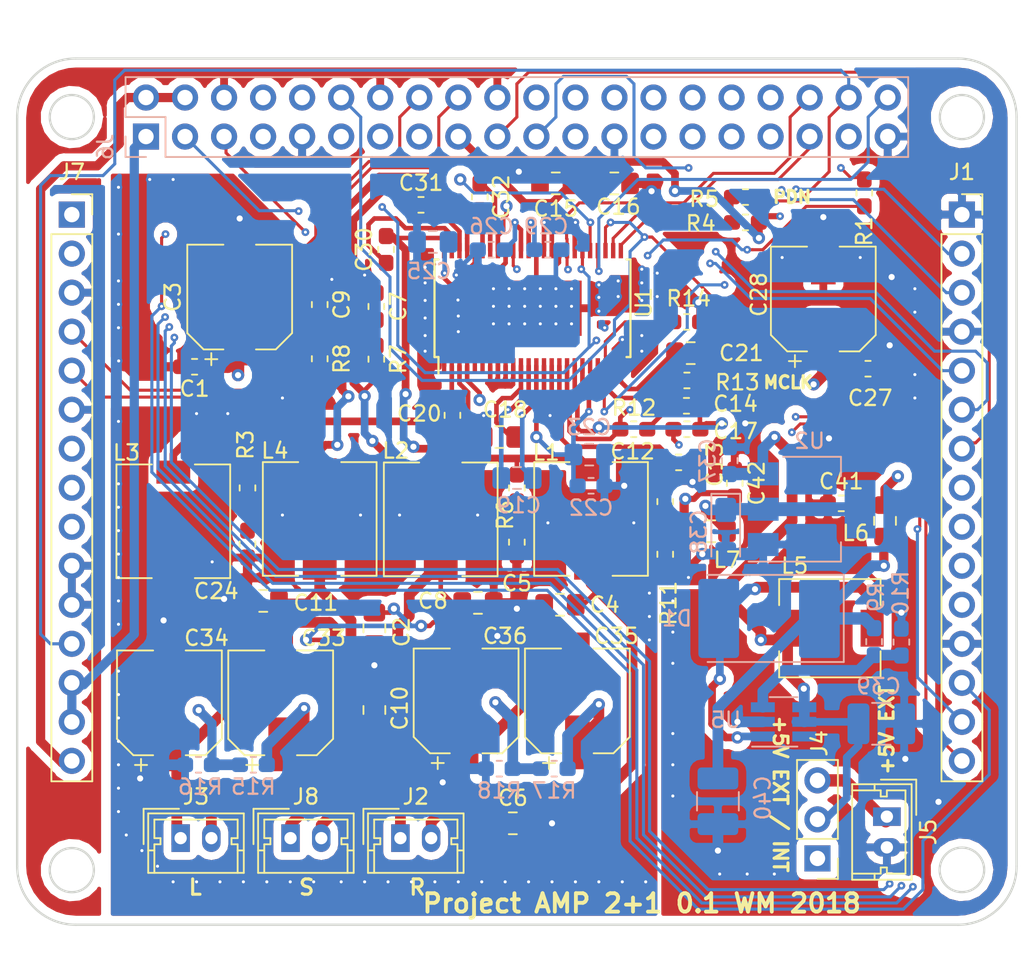
<source format=kicad_pcb>
(kicad_pcb (version 20171130) (host pcbnew "(5.0.0-3-g5ebb6b6)")
  (layers (0 F.Cu signal) (1 In1.Cu signal) (2 In2.Cu signal) (31 B.Cu signal) (34 B.Paste user) (35 F.Paste user) (36 B.SilkS user) (37 F.SilkS user) (38 B.Mask user) (39 F.Mask user) (44 Edge.Cuts user))
  (net 0 "")
  (net 1 GNDA)
  (net 2 +5V)
  (net 3 +3V3)
  (net 4 +12VA)
  (net 5 "Net-(D1-Pad2)")
  (net 6 "Net-(J1-Pad13)")
  (net 7 "Net-(J1-Pad7)")
  (net 8 "Net-(J1-Pad6)")
  (net 9 "Net-(J1-Pad5)")
  (net 10 "Net-(J1-Pad3)")
  (net 11 "Net-(J1-Pad2)")
  (net 12 +5V_J4)
  (net 13 "Net-(J4-Pad3)")
  (net 14 "Net-(J6-Pad8)")
  (net 15 "Net-(J6-Pad10)")
  (net 16 "Net-(J6-Pad16)")
  (net 17 "Net-(J6-Pad18)")
  (net 18 "Net-(J6-Pad22)")
  (net 19 "Net-(J6-Pad24)")
  (net 20 "Net-(J6-Pad26)")
  (net 21 "Net-(R4-Pad2)")
  (net 22 "Net-(R10-Pad2)")
  (net 23 "Net-(J6-Pad37)")
  (net 24 MUTE)
  (net 25 "Net-(C2-Pad1)")
  (net 26 "Net-(C4-Pad2)")
  (net 27 "Net-(C5-Pad2)")
  (net 28 "Net-(C7-Pad2)")
  (net 29 "Net-(C10-Pad1)")
  (net 30 "Net-(C9-Pad2)")
  (net 31 "Net-(C10-Pad2)")
  (net 32 "Net-(C12-Pad1)")
  (net 33 "Net-(C12-Pad2)")
  (net 34 "Net-(C14-Pad1)")
  (net 35 "Net-(C14-Pad2)")
  (net 36 "Net-(C17-Pad1)")
  (net 37 "Net-(C18-Pad1)")
  (net 38 "Net-(C19-Pad1)")
  (net 39 "Net-(C19-Pad2)")
  (net 40 SPK_OUTA)
  (net 41 "Net-(C20-Pad2)")
  (net 42 "Net-(C21-Pad2)")
  (net 43 "Net-(C24-Pad2)")
  (net 44 "Net-(C25-Pad1)")
  (net 45 "Net-(C26-Pad1)")
  (net 46 "Net-(C29-Pad1)")
  (net 47 SPK_OUTB)
  (net 48 "Net-(C30-Pad1)")
  (net 49 "Net-(C31-Pad1)")
  (net 50 SPK_OUTC)
  (net 51 SPK_OUTD)
  (net 52 "Net-(C32-Pad1)")
  (net 53 SPLIT_CAP_A)
  (net 54 SPLIT_CAP_B)
  (net 55 +3.3VA)
  (net 56 H_SDA)
  (net 57 H_SCL)
  (net 58 "Net-(J1-Pad11)")
  (net 59 "Net-(J1-Pad10)")
  (net 60 "Net-(J1-Pad9)")
  (net 61 HEADER_I2S_BCK)
  (net 62 HEADER_FAULT)
  (net 63 HEADER_I2S_LRCK)
  (net 64 HEADER_RESET)
  (net 65 HEADER_PDN)
  (net 66 HEADER_I2S_DOUT)
  (net 67 "Net-(R13-Pad1)")
  (net 68 "Net-(R14-Pad1)")
  (net 69 "Net-(C38-Pad1)")
  (net 70 "Net-(C40-Pad2)")
  (module Connector_PinSocket_2.54mm:PinSocket_2x20_P2.54mm_Vertical (layer B.Cu) (at 94.996 62.23 270)
    (fp_text reference J6 (at 0.67 2.646 270) (layer B.SilkS) (effects (justify mirror)))
    (fp_text value Conn_02x20_Odd_Even hide)
    (pad 1 thru_hole rect (at 0 0 270) (size 1.7 1.7) (drill 1) (layers *.Cu *.Mask) (net 3 +3V3))
    (pad 2 thru_hole oval (at -2.54 0 270) (size 1.7 1.7) (drill 1) (layers *.Cu *.Mask) (net 12 +5V_J4))
    (pad 3 thru_hole oval (at 0 -2.54 270) (size 1.7 1.7) (drill 1) (layers *.Cu *.Mask) (net 56 H_SDA))
    (pad 4 thru_hole oval (at -2.54 -2.54 270) (size 1.7 1.7) (drill 1) (layers *.Cu *.Mask) (net 12 +5V_J4))
    (pad 5 thru_hole oval (at 0 -5.08 270) (size 1.7 1.7) (drill 1) (layers *.Cu *.Mask) (net 57 H_SCL))
    (pad 6 thru_hole oval (at -2.54 -5.08 270) (size 1.7 1.7) (drill 1) (layers *.Cu *.Mask) (net 1 GNDA))
    (pad 7 thru_hole oval (at 0 -7.62 270) (size 1.7 1.7) (drill 1) (layers *.Cu *.Mask) (net 6 "Net-(J1-Pad13)"))
    (pad 8 thru_hole oval (at -2.54 -7.62 270) (size 1.7 1.7) (drill 1) (layers *.Cu *.Mask) (net 14 "Net-(J6-Pad8)"))
    (pad 9 thru_hole oval (at 0 -10.16 270) (size 1.7 1.7) (drill 1) (layers *.Cu *.Mask) (net 1 GNDA))
    (pad 10 thru_hole oval (at -2.54 -10.16 270) (size 1.7 1.7) (drill 1) (layers *.Cu *.Mask) (net 15 "Net-(J6-Pad10)"))
    (pad 11 thru_hole oval (at 0 -12.7 270) (size 1.7 1.7) (drill 1) (layers *.Cu *.Mask) (net 58 "Net-(J1-Pad11)"))
    (pad 12 thru_hole oval (at -2.54 -12.7 270) (size 1.7 1.7) (drill 1) (layers *.Cu *.Mask) (net 61 HEADER_I2S_BCK))
    (pad 13 thru_hole oval (at 0 -15.24 270) (size 1.7 1.7) (drill 1) (layers *.Cu *.Mask) (net 59 "Net-(J1-Pad10)"))
    (pad 14 thru_hole oval (at -2.54 -15.24 270) (size 1.7 1.7) (drill 1) (layers *.Cu *.Mask) (net 1 GNDA))
    (pad 15 thru_hole oval (at 0 -17.78 270) (size 1.7 1.7) (drill 1) (layers *.Cu *.Mask) (net 60 "Net-(J1-Pad9)"))
    (pad 16 thru_hole oval (at -2.54 -17.78 270) (size 1.7 1.7) (drill 1) (layers *.Cu *.Mask) (net 16 "Net-(J6-Pad16)"))
    (pad 17 thru_hole oval (at 0 -20.32 270) (size 1.7 1.7) (drill 1) (layers *.Cu *.Mask) (net 3 +3V3))
    (pad 18 thru_hole oval (at -2.54 -20.32 270) (size 1.7 1.7) (drill 1) (layers *.Cu *.Mask) (net 17 "Net-(J6-Pad18)"))
    (pad 19 thru_hole oval (at 0 -22.86 270) (size 1.7 1.7) (drill 1) (layers *.Cu *.Mask) (net 7 "Net-(J1-Pad7)"))
    (pad 20 thru_hole oval (at -2.54 -22.86 270) (size 1.7 1.7) (drill 1) (layers *.Cu *.Mask) (net 1 GNDA))
    (pad 21 thru_hole oval (at 0 -25.4 270) (size 1.7 1.7) (drill 1) (layers *.Cu *.Mask) (net 8 "Net-(J1-Pad6)"))
    (pad 22 thru_hole oval (at -2.54 -25.4 270) (size 1.7 1.7) (drill 1) (layers *.Cu *.Mask) (net 18 "Net-(J6-Pad22)"))
    (pad 23 thru_hole oval (at 0 -27.94 270) (size 1.7 1.7) (drill 1) (layers *.Cu *.Mask) (net 9 "Net-(J1-Pad5)"))
    (pad 24 thru_hole oval (at -2.54 -27.94 270) (size 1.7 1.7) (drill 1) (layers *.Cu *.Mask) (net 19 "Net-(J6-Pad24)"))
    (pad 25 thru_hole oval (at 0 -30.48 270) (size 1.7 1.7) (drill 1) (layers *.Cu *.Mask) (net 1 GNDA))
    (pad 26 thru_hole oval (at -2.54 -30.48 270) (size 1.7 1.7) (drill 1) (layers *.Cu *.Mask) (net 20 "Net-(J6-Pad26)"))
    (pad 27 thru_hole oval (at 0 -33.02 270) (size 1.7 1.7) (drill 1) (layers *.Cu *.Mask))
    (pad 28 thru_hole oval (at -2.54 -33.02 270) (size 1.7 1.7) (drill 1) (layers *.Cu *.Mask))
    (pad 29 thru_hole oval (at 0 -35.56 270) (size 1.7 1.7) (drill 1) (layers *.Cu *.Mask))
    (pad 30 thru_hole oval (at -2.54 -35.56 270) (size 1.7 1.7) (drill 1) (layers *.Cu *.Mask) (net 1 GNDA))
    (pad 31 thru_hole oval (at 0 -38.1 270) (size 1.7 1.7) (drill 1) (layers *.Cu *.Mask) (net 10 "Net-(J1-Pad3)"))
    (pad 32 thru_hole oval (at -2.54 -38.1 270) (size 1.7 1.7) (drill 1) (layers *.Cu *.Mask) (net 62 HEADER_FAULT))
    (pad 33 thru_hole oval (at 0 -40.64 270) (size 1.7 1.7) (drill 1) (layers *.Cu *.Mask) (net 11 "Net-(J1-Pad2)"))
    (pad 34 thru_hole oval (at -2.54 -40.64 270) (size 1.7 1.7) (drill 1) (layers *.Cu *.Mask) (net 1 GNDA))
    (pad 35 thru_hole oval (at 0 -43.18 270) (size 1.7 1.7) (drill 1) (layers *.Cu *.Mask) (net 63 HEADER_I2S_LRCK))
    (pad 36 thru_hole oval (at -2.54 -43.18 270) (size 1.7 1.7) (drill 1) (layers *.Cu *.Mask) (net 64 HEADER_RESET))
    (pad 37 thru_hole oval (at 0 -45.72 270) (size 1.7 1.7) (drill 1) (layers *.Cu *.Mask) (net 23 "Net-(J6-Pad37)"))
    (pad 38 thru_hole oval (at -2.54 -45.72 270) (size 1.7 1.7) (drill 1) (layers *.Cu *.Mask) (net 65 HEADER_PDN))
    (pad 39 thru_hole oval (at 0 -48.26 270) (size 1.7 1.7) (drill 1) (layers *.Cu *.Mask) (net 1 GNDA))
    (pad 40 thru_hole oval (at -2.54 -48.26 270) (size 1.7 1.7) (drill 1) (layers *.Cu *.Mask) (net 66 HEADER_I2S_DOUT))
  )
  (module Capacitor_SMD:C_0603_1608Metric_Pad1.05x0.95mm_HandSolder (layer F.Cu) (at 141.972 77.343)
    (fp_text reference C27 (at 0.141 1.905) (layer F.SilkS))
    (fp_text value 0.1uF/25)
    (pad 1 smd roundrect (at -0.875 0) (size 1.05 0.95) (layers F.Cu F.Paste F.Mask) (net 4 +12VA))
    (pad 2 smd roundrect (at 0.875 0) (size 1.05 0.95) (layers F.Cu F.Paste F.Mask) (net 1 GNDA))
  )
  (module Capacitor_SMD:C_1210_3225Metric_Pad1.42x2.65mm_HandSolder (layer B.Cu) (at 142.8385 100.457 180)
    (fp_text reference C39 (at 0.1778 2.4384 180) (layer B.SilkS) (effects (justify mirror)))
    (fp_text value 22uF/25)
    (pad 2 smd roundrect (at 1.4875 0 180) (size 1.425 2.65) (layers B.Cu B.Paste B.Mask) (roundrect_rratio 0.175439) (net 2 +5V))
    (pad 1 smd roundrect (at -1.4875 0 180) (size 1.425 2.65) (layers B.Cu B.Paste B.Mask) (roundrect_rratio 0.175439) (net 1 GNDA))
  )
  (module Capacitor_SMD:C_1210_3225Metric_Pad1.42x2.65mm_HandSolder (layer B.Cu) (at 132.207 105.5005 90)
    (fp_text reference C40 (at 0.2175 2.921 90) (layer B.SilkS) (effects (justify mirror)))
    (fp_text value 22uF/25)
    (pad 1 smd roundrect (at -1.4875 0 90) (size 1.425 2.65) (layers B.Cu B.Paste B.Mask) (roundrect_rratio 0.175439) (net 1 GNDA))
    (pad 2 smd roundrect (at 1.4875 0 90) (size 1.425 2.65) (layers B.Cu B.Paste B.Mask) (roundrect_rratio 0.175439) (net 70 "Net-(C40-Pad2)"))
  )
  (module Diode_SMD:D_3220_8050Metric_Pad2.65x5.15mm_HandSolder (layer B.Cu) (at 135.536 93.599 180)
    (fp_text reference D1 (at 5.996 0 180) (layer B.SilkS) (effects (justify mirror)))
    (fp_text value 10MQ040NTRPBF)
    (pad 1 smd roundrect (at -3.275 0 180) (size 2.65 5.15) (layers B.Cu B.Paste B.Mask) (roundrect_rratio 0.09433999999999999) (net 70 "Net-(C40-Pad2)"))
    (pad 2 smd roundrect (at 3.275 0 180) (size 2.65 5.15) (layers B.Cu B.Paste B.Mask) (roundrect_rratio 0.09433999999999999) (net 5 "Net-(D1-Pad2)"))
  )
  (module Connector_PinSocket_2.54mm:PinSocket_1x15_P2.54mm_Vertical (layer F.Cu) (at 148.082 67.31)
    (fp_text reference J1 (at 0 -2.77) (layer F.SilkS))
    (fp_text value Conn_01x15 hide)
    (pad 15 thru_hole oval (at 0 35.56) (size 1.7 1.7) (drill 1) (layers *.Cu *.Mask) (net 56 H_SDA))
    (pad 14 thru_hole oval (at 0 33.02) (size 1.7 1.7) (drill 1) (layers *.Cu *.Mask) (net 57 H_SCL))
    (pad 13 thru_hole oval (at 0 30.48) (size 1.7 1.7) (drill 1) (layers *.Cu *.Mask) (net 6 "Net-(J1-Pad13)"))
    (pad 12 thru_hole oval (at 0 27.94) (size 1.7 1.7) (drill 1) (layers *.Cu *.Mask) (net 1 GNDA))
    (pad 11 thru_hole oval (at 0 25.4) (size 1.7 1.7) (drill 1) (layers *.Cu *.Mask) (net 58 "Net-(J1-Pad11)"))
    (pad 10 thru_hole oval (at 0 22.86) (size 1.7 1.7) (drill 1) (layers *.Cu *.Mask) (net 59 "Net-(J1-Pad10)"))
    (pad 9 thru_hole oval (at 0 20.32) (size 1.7 1.7) (drill 1) (layers *.Cu *.Mask) (net 60 "Net-(J1-Pad9)"))
    (pad 8 thru_hole oval (at 0 17.78) (size 1.7 1.7) (drill 1) (layers *.Cu *.Mask) (net 3 +3V3))
    (pad 7 thru_hole oval (at 0 15.24) (size 1.7 1.7) (drill 1) (layers *.Cu *.Mask) (net 7 "Net-(J1-Pad7)"))
    (pad 6 thru_hole oval (at 0 12.7) (size 1.7 1.7) (drill 1) (layers *.Cu *.Mask) (net 8 "Net-(J1-Pad6)"))
    (pad 5 thru_hole oval (at 0 10.16) (size 1.7 1.7) (drill 1) (layers *.Cu *.Mask) (net 9 "Net-(J1-Pad5)"))
    (pad 4 thru_hole oval (at 0 7.62) (size 1.7 1.7) (drill 1) (layers *.Cu *.Mask) (net 1 GNDA))
    (pad 3 thru_hole oval (at 0 5.08) (size 1.7 1.7) (drill 1) (layers *.Cu *.Mask) (net 10 "Net-(J1-Pad3)"))
    (pad 2 thru_hole oval (at 0 2.54) (size 1.7 1.7) (drill 1) (layers *.Cu *.Mask) (net 11 "Net-(J1-Pad2)"))
    (pad 1 thru_hole rect (at 0 0) (size 1.7 1.7) (drill 1) (layers *.Cu *.Mask) (net 1 GNDA))
  )
  (module Connector_PinHeader_2.54mm:PinHeader_1x03_P2.54mm_Vertical (layer F.Cu) (at 138.684 109.22 180)
    (fp_text reference J4 (at -0.127 7.493 270) (layer F.SilkS))
    (fp_text value "Ext/Int +5V Analog")
    (pad 1 thru_hole rect (at 0 0 180) (size 1.7 1.7) (drill 1) (layers *.Cu *.Mask) (net 12 +5V_J4))
    (pad 2 thru_hole oval (at 0 2.54 180) (size 1.7 1.7) (drill 1) (layers *.Cu *.Mask) (net 2 +5V))
    (pad 3 thru_hole oval (at 0 5.08 180) (size 1.7 1.7) (drill 1) (layers *.Cu *.Mask) (net 13 "Net-(J4-Pad3)"))
  )
  (module Connector_PinSocket_2.54mm:PinSocket_1x15_P2.54mm_Vertical (layer F.Cu) (at 90.17 67.31)
    (fp_text reference J7 (at 0 -2.77) (layer F.SilkS))
    (fp_text value Conn_01x15)
    (pad 1 thru_hole rect (at 0 0) (size 1.7 1.7) (drill 1) (layers *.Cu *.Mask) (net 14 "Net-(J6-Pad8)"))
    (pad 2 thru_hole oval (at 0 2.54) (size 1.7 1.7) (drill 1) (layers *.Cu *.Mask) (net 15 "Net-(J6-Pad10)"))
    (pad 3 thru_hole oval (at 0 5.08) (size 1.7 1.7) (drill 1) (layers *.Cu *.Mask) (net 1 GNDA))
    (pad 4 thru_hole oval (at 0 7.62) (size 1.7 1.7) (drill 1) (layers *.Cu *.Mask) (net 16 "Net-(J6-Pad16)"))
    (pad 5 thru_hole oval (at 0 10.16) (size 1.7 1.7) (drill 1) (layers *.Cu *.Mask) (net 17 "Net-(J6-Pad18)"))
    (pad 6 thru_hole oval (at 0 12.7) (size 1.7 1.7) (drill 1) (layers *.Cu *.Mask) (net 1 GNDA))
    (pad 7 thru_hole oval (at 0 15.24) (size 1.7 1.7) (drill 1) (layers *.Cu *.Mask) (net 18 "Net-(J6-Pad22)"))
    (pad 8 thru_hole oval (at 0 17.78) (size 1.7 1.7) (drill 1) (layers *.Cu *.Mask) (net 19 "Net-(J6-Pad24)"))
    (pad 9 thru_hole oval (at 0 20.32) (size 1.7 1.7) (drill 1) (layers *.Cu *.Mask) (net 20 "Net-(J6-Pad26)"))
    (pad 10 thru_hole oval (at 0 22.86) (size 1.7 1.7) (drill 1) (layers *.Cu *.Mask) (net 1 GNDA))
    (pad 11 thru_hole oval (at 0 25.4) (size 1.7 1.7) (drill 1) (layers *.Cu *.Mask) (net 1 GNDA))
    (pad 12 thru_hole oval (at 0 27.94) (size 1.7 1.7) (drill 1) (layers *.Cu *.Mask) (net 65 HEADER_PDN))
    (pad 13 thru_hole oval (at 0 30.48) (size 1.7 1.7) (drill 1) (layers *.Cu *.Mask) (net 3 +3V3))
    (pad 14 thru_hole oval (at 0 33.02) (size 1.7 1.7) (drill 1) (layers *.Cu *.Mask) (net 3 +3V3))
    (pad 15 thru_hole oval (at 0 35.56) (size 1.7 1.7) (drill 1) (layers *.Cu *.Mask) (net 12 +5V_J4))
  )
  (module Inductor_SMD:L_6.3x6.3_H3 (layer F.Cu) (at 139.49 94.234)
    (fp_text reference L5 (at -2.286 -4.064) (layer F.SilkS))
    (fp_text value "4.7uH 1A")
    (pad 1 smd rect (at -2.75 0) (size 1.5 2.4) (layers F.Cu F.Paste F.Mask) (net 2 +5V))
    (pad 2 smd rect (at 2.75 0) (size 1.5 2.4) (layers F.Cu F.Paste F.Mask) (net 5 "Net-(D1-Pad2)"))
  )
  (module Package_TO_SOT_SMD:SOT-23-6_Handsoldering (layer B.Cu) (at 136.478 100.33)
    (fp_text reference U5 (at -3.763 -0.127) (layer B.SilkS) (effects (justify mirror)))
    (fp_text value MT3608)
    (pad 1 smd rect (at -1.35 0.95) (size 1.56 0.65) (layers B.Cu B.Paste B.Mask) (net 5 "Net-(D1-Pad2)"))
    (pad 2 smd rect (at -1.35 0) (size 1.56 0.65) (layers B.Cu B.Paste B.Mask) (net 1 GNDA))
    (pad 3 smd rect (at -1.35 -0.95) (size 1.56 0.65) (layers B.Cu B.Paste B.Mask) (net 22 "Net-(R10-Pad2)"))
    (pad 4 smd rect (at 1.35 -0.95) (size 1.56 0.65) (layers B.Cu B.Paste B.Mask) (net 2 +5V))
    (pad 6 smd rect (at 1.35 0.95) (size 1.56 0.65) (layers B.Cu B.Paste B.Mask))
    (pad 5 smd rect (at 1.35 0) (size 1.56 0.65) (layers B.Cu B.Paste B.Mask) (net 2 +5V))
  )
  (module Resistor_SMD:R_0603_1608Metric_Pad1.05x0.95mm_HandSolder (layer F.Cu) (at 141.732 65.899 90)
    (fp_text reference R1 (at -2.5032 0 -90) (layer F.SilkS))
    (fp_text value 0R)
    (pad 2 smd roundrect (at 0.875 0 90) (size 1.05 0.95) (layers F.Cu F.Paste F.Mask) (net 23 "Net-(J6-Pad37)"))
    (pad 1 smd roundrect (at -0.875 0 90) (size 1.05 0.95) (layers F.Cu F.Paste F.Mask) (net 24 MUTE))
  )
  (module Resistor_SMD:R_0603_1608Metric_Pad1.05x0.95mm_HandSolder (layer F.Cu) (at 133.999 67.818 180)
    (fp_text reference R4 (at 2.9096 -0.0762 180) (layer F.SilkS))
    (fp_text value 1K)
    (pad 1 smd roundrect (at -0.875 0 180) (size 1.05 0.95) (layers F.Cu F.Paste F.Mask) (net 3 +3V3))
    (pad 2 smd roundrect (at 0.875 0 180) (size 1.05 0.95) (layers F.Cu F.Paste F.Mask) (net 21 "Net-(R4-Pad2)"))
  )
  (module Resistor_SMD:R_0603_1608Metric_Pad1.05x0.95mm_HandSolder (layer F.Cu) (at 133.999 66.167 180)
    (fp_text reference R5 (at 2.681 -0.127 180) (layer F.SilkS))
    (fp_text value 0R)
    (pad 2 smd roundrect (at 0.875 0 180) (size 1.05 0.95) (layers F.Cu F.Paste F.Mask) (net 21 "Net-(R4-Pad2)"))
    (pad 1 smd roundrect (at -0.875 0 180) (size 1.05 0.95) (layers F.Cu F.Paste F.Mask) (net 65 HEADER_PDN))
  )
  (module Resistor_SMD:R_0603_1608Metric_Pad1.05x0.95mm_HandSolder (layer B.Cu) (at 142.367 95.109 90)
    (fp_text reference R9 (at 2.907 0.127 90) (layer B.SilkS) (effects (justify mirror)))
    (fp_text value 3K)
    (pad 2 smd roundrect (at 0.875 0 90) (size 1.05 0.95) (layers B.Cu B.Paste B.Mask) (net 70 "Net-(C40-Pad2)"))
    (pad 1 smd roundrect (at -0.875 0 90) (size 1.05 0.95) (layers B.Cu B.Paste B.Mask) (net 22 "Net-(R10-Pad2)"))
  )
  (module Resistor_SMD:R_0603_1608Metric_Pad1.05x0.95mm_HandSolder (layer B.Cu) (at 144.145 95.137 270)
    (fp_text reference R10 (at -3.189 0.0508 270) (layer B.SilkS) (effects (justify mirror)))
    (fp_text value 2.2K)
    (pad 1 smd roundrect (at -0.875 0 270) (size 1.05 0.95) (layers B.Cu B.Paste B.Mask) (net 1 GNDA))
    (pad 2 smd roundrect (at 0.875 0 270) (size 1.05 0.95) (layers B.Cu B.Paste B.Mask) (net 22 "Net-(R10-Pad2)"))
  )
  (module HTSSOP48:HTSSOP48 (layer F.Cu) (at 120.142 73.406 90)
    (fp_text reference U1 (at 0.381 7.239 90) (layer F.SilkS))
    (fp_text value TAS5721)
    (pad 1 smd rect (at -3.75 -5.75 90) (size 1 0.285) (layers F.Cu F.Paste F.Mask) (net 1 GNDA))
    (pad 2 smd rect (at -3.75 -5.25 90) (size 1 0.285) (layers F.Cu F.Paste F.Mask) (net 40 SPK_OUTA))
    (pad 3 smd rect (at -3.75 -4.75 90) (size 1 0.285) (layers F.Cu F.Paste F.Mask) (net 41 "Net-(C20-Pad2)"))
    (pad 4 smd rect (at -3.75 -4.25 90) (size 1 0.285) (layers F.Cu F.Paste F.Mask) (net 4 +12VA))
    (pad 5 smd rect (at -3.75 -3.75 90) (size 1 0.285) (layers F.Cu F.Paste F.Mask))
    (pad 6 smd rect (at -3.75 -3.25 90) (size 1 0.285) (layers F.Cu F.Paste F.Mask))
    (pad 7 smd rect (at -3.75 -2.75 90) (size 1 0.285) (layers F.Cu F.Paste F.Mask) (net 1 GNDA))
    (pad 8 smd rect (at -3.75 -2.25 90) (size 1 0.285) (layers F.Cu F.Paste F.Mask) (net 1 GNDA))
    (pad 9 smd rect (at -3.75 -1.75 90) (size 1 0.285) (layers F.Cu F.Paste F.Mask) (net 1 GNDA))
    (pad 10 smd rect (at -3.75 -1.25 90) (size 1 0.285) (layers F.Cu F.Paste F.Mask) (net 1 GNDA))
    (pad 11 smd rect (at -3.75 -0.75 90) (size 1 0.285) (layers F.Cu F.Paste F.Mask) (net 37 "Net-(C18-Pad1)"))
    (pad 12 smd rect (at -3.75 -0.25 90) (size 1 0.285) (layers F.Cu F.Paste F.Mask) (net 38 "Net-(C19-Pad1)"))
    (pad 13 smd rect (at -3.75 0.25 90) (size 1 0.285) (layers F.Cu F.Paste F.Mask) (net 39 "Net-(C19-Pad2)"))
    (pad 14 smd rect (at -3.75 0.75 90) (size 1 0.285) (layers F.Cu F.Paste F.Mask) (net 55 +3.3VA))
    (pad 15 smd rect (at -3.75 1.25 90) (size 1 0.285) (layers F.Cu F.Paste F.Mask) (net 1 GNDA))
    (pad 16 smd rect (at -3.75 1.75 90) (size 1 0.285) (layers F.Cu F.Paste F.Mask) (net 32 "Net-(C12-Pad1)"))
    (pad 17 smd rect (at -3.75 2.25 90) (size 1 0.285) (layers F.Cu F.Paste F.Mask) (net 36 "Net-(C17-Pad1)"))
    (pad 18 smd rect (at -3.75 2.75 90) (size 1 0.285) (layers F.Cu F.Paste F.Mask) (net 35 "Net-(C14-Pad2)"))
    (pad 19 smd rect (at -3.75 3.25 90) (size 1 0.285) (layers F.Cu F.Paste F.Mask) (net 55 +3.3VA))
    (pad 20 smd rect (at -3.75 3.75 90) (size 1 0.285) (layers F.Cu F.Paste F.Mask) (net 62 HEADER_FAULT))
    (pad 21 smd rect (at -3.75 4.25 90) (size 1 0.285) (layers F.Cu F.Paste F.Mask) (net 67 "Net-(R13-Pad1)"))
    (pad 22 smd rect (at -3.75 4.75 90) (size 1 0.285) (layers F.Cu F.Paste F.Mask) (net 68 "Net-(R14-Pad1)"))
    (pad 23 smd rect (at -3.75 5.25 90) (size 1 0.285) (layers F.Cu F.Paste F.Mask) (net 1 GNDA))
    (pad 24 smd rect (at -3.75 5.75 90) (size 1 0.285) (layers F.Cu F.Paste F.Mask) (net 42 "Net-(C21-Pad2)"))
    (pad 25 smd rect (at 3.75 5.75 90) (size 1 0.285) (layers F.Cu F.Paste F.Mask) (net 21 "Net-(R4-Pad2)"))
    (pad 26 smd rect (at 3.75 5.25 90) (size 1 0.285) (layers F.Cu F.Paste F.Mask) (net 63 HEADER_I2S_LRCK))
    (pad 27 smd rect (at 3.75 4.75 90) (size 1 0.285) (layers F.Cu F.Paste F.Mask) (net 61 HEADER_I2S_BCK))
    (pad 28 smd rect (at 3.75 4.25 90) (size 1 0.285) (layers F.Cu F.Paste F.Mask) (net 66 HEADER_I2S_DOUT))
    (pad 29 smd rect (at 3.75 3.75 90) (size 1 0.285) (layers F.Cu F.Paste F.Mask) (net 56 H_SDA))
    (pad 30 smd rect (at 3.75 3.25 90) (size 1 0.285) (layers F.Cu F.Paste F.Mask) (net 57 H_SCL))
    (pad 31 smd rect (at 3.75 2.75 90) (size 1 0.285) (layers F.Cu F.Paste F.Mask) (net 1 GNDA))
    (pad 32 smd rect (at 3.75 2.25 90) (size 1 0.285) (layers F.Cu F.Paste F.Mask) (net 64 HEADER_RESET))
    (pad 33 smd rect (at 3.75 1.75 90) (size 1 0.285) (layers F.Cu F.Paste F.Mask) (net 1 GNDA))
    (pad 34 smd rect (at 3.75 1.25 90) (size 1 0.285) (layers F.Cu F.Paste F.Mask) (net 3 +3V3))
    (pad 35 smd rect (at 3.75 0.75 90) (size 1 0.285) (layers F.Cu F.Paste F.Mask) (net 1 GNDA))
    (pad 36 smd rect (at 3.75 0.25 90) (size 1 0.285) (layers F.Cu F.Paste F.Mask) (net 1 GNDA))
    (pad 37 smd rect (at 3.75 -0.25 90) (size 1 0.285) (layers F.Cu F.Paste F.Mask) (net 46 "Net-(C29-Pad1)"))
    (pad 38 smd rect (at 3.75 -0.75 90) (size 1 0.285) (layers F.Cu F.Paste F.Mask) (net 45 "Net-(C26-Pad1)"))
    (pad 39 smd rect (at 3.75 -1.25 90) (size 1 0.285) (layers F.Cu F.Paste F.Mask) (net 24 MUTE))
    (pad 40 smd rect (at 3.75 -1.75 90) (size 1 0.285) (layers F.Cu F.Paste F.Mask) (net 44 "Net-(C25-Pad1)"))
    (pad 41 smd rect (at 3.75 -2.25 90) (size 1 0.285) (layers F.Cu F.Paste F.Mask) (net 4 +12VA))
    (pad 42 smd rect (at 3.75 -2.75 90) (size 1 0.285) (layers F.Cu F.Paste F.Mask) (net 52 "Net-(C32-Pad1)"))
    (pad 43 smd rect (at 3.75 -3.25 90) (size 1 0.285) (layers F.Cu F.Paste F.Mask) (net 51 SPK_OUTD))
    (pad 44 smd rect (at 3.75 -3.75 90) (size 1 0.285) (layers F.Cu F.Paste F.Mask) (net 1 GNDA))
    (pad 45 smd rect (at 3.75 -4.25 90) (size 1 0.285) (layers F.Cu F.Paste F.Mask) (net 50 SPK_OUTC))
    (pad 46 smd rect (at 3.75 -4.75 90) (size 1 0.285) (layers F.Cu F.Paste F.Mask) (net 49 "Net-(C31-Pad1)"))
    (pad 47 smd rect (at 3.75 -5.25 90) (size 1 0.285) (layers F.Cu F.Paste F.Mask) (net 48 "Net-(C30-Pad1)"))
    (pad 48 smd rect (at 3.75 -5.75 90) (size 1 0.285) (layers F.Cu F.Paste F.Mask) (net 47 SPK_OUTB))
    (pad 49 smd rect (at 0 0 90) (size 3.6 6.4) (layers F.Cu F.Mask) (net 1 GNDA))
  )
  (module Capacitor_SMD:C_0603_1608Metric_Pad1.05x0.95mm_HandSolder (layer F.Cu) (at 98.157 77.216 180)
    (fp_text reference C1 (at 0 -1.43 180) (layer F.SilkS))
    (fp_text value 0.1uF/25)
    (pad 1 smd roundrect (at -0.875 0 180) (size 1.05 0.95) (layers F.Cu F.Paste F.Mask) (net 4 +12VA))
    (pad 2 smd roundrect (at 0.875 0 180) (size 1.05 0.95) (layers F.Cu F.Paste F.Mask) (net 1 GNDA))
  )
  (module Capacitor_SMD:C_0805_2012Metric_Pad1.15x1.40mm_HandSolder (layer F.Cu) (at 109.855 94.243 270)
    (fp_text reference C2 (at 0.245 -1.778 270) (layer F.SilkS))
    (fp_text value 0.33uF/50)
    (pad 1 smd roundrect (at -1.025 0 270) (size 1.15 1.4) (layers F.Cu F.Paste F.Mask) (roundrect_rratio 0.217391) (net 25 "Net-(C2-Pad1)"))
    (pad 2 smd roundrect (at 1.025 0 270) (size 1.15 1.4) (layers F.Cu F.Paste F.Mask) (roundrect_rratio 0.217391) (net 1 GNDA))
  )
  (module Capacitor_SMD:CP_Elec_6.3x7.7 (layer F.Cu) (at 101.092 72.677 90)
    (fp_text reference C3 (at 0 -4.35 90) (layer F.SilkS))
    (fp_text value 220uF/25)
    (pad 1 smd rect (at -2.7 0 90) (size 3.5 1.6) (layers F.Cu F.Paste F.Mask) (net 4 +12VA))
    (pad 2 smd rect (at 2.7 0 90) (size 3.5 1.6) (layers F.Cu F.Paste F.Mask) (net 1 GNDA))
  )
  (module Capacitor_SMD:C_0603_1608Metric_Pad1.05x0.95mm_HandSolder (layer B.Cu) (at 123.952 84.963)
    (fp_text reference C22 (at 0 1.43) (layer B.SilkS) (effects (justify mirror)))
    (fp_text value 100n/16)
    (pad 2 smd roundrect (at 0.875 0) (size 1.05 0.95) (layers B.Cu B.Paste B.Mask) (net 1 GNDA))
    (pad 1 smd roundrect (at -0.875 0) (size 1.05 0.95) (layers B.Cu B.Paste B.Mask) (net 55 +3.3VA))
  )
  (module Resistor_SMD:R_0603_1608Metric_Pad1.05x0.95mm_HandSolder (layer F.Cu) (at 101.6 85.104 90)
    (fp_text reference R3 (at 2.808 -0.127 90) (layer F.SilkS))
    (fp_text value 18R)
    (pad 1 smd roundrect (at -0.875 0 90) (size 1.05 0.95) (layers F.Cu F.Paste F.Mask) (net 43 "Net-(C24-Pad2)"))
    (pad 2 smd roundrect (at 0.875 0 90) (size 1.05 0.95) (layers F.Cu F.Paste F.Mask) (net 40 SPK_OUTA))
  )
  (module Resistor_SMD:R_0603_1608Metric_Pad1.05x0.95mm_HandSolder (layer F.Cu) (at 119.126 85.104 90)
    (fp_text reference R6 (at -1.764 -0.762 90) (layer F.SilkS))
    (fp_text value 18R)
    (pad 2 smd roundrect (at 0.875 0 90) (size 1.05 0.95) (layers F.Cu F.Paste F.Mask) (net 47 SPK_OUTB))
    (pad 1 smd roundrect (at -0.875 0 90) (size 1.05 0.95) (layers F.Cu F.Paste F.Mask) (net 27 "Net-(C5-Pad2)"))
  )
  (module Resistor_SMD:R_0603_1608Metric_Pad1.05x0.95mm_HandSolder (layer F.Cu) (at 109.982 76.722 270)
    (fp_text reference R7 (at 0 -1.43 270) (layer F.SilkS))
    (fp_text value 18R)
    (pad 1 smd roundrect (at -0.875 0 270) (size 1.05 0.95) (layers F.Cu F.Paste F.Mask) (net 28 "Net-(C7-Pad2)"))
    (pad 2 smd roundrect (at 0.875 0 270) (size 1.05 0.95) (layers F.Cu F.Paste F.Mask) (net 50 SPK_OUTC))
  )
  (module Resistor_SMD:R_0603_1608Metric_Pad1.05x0.95mm_HandSolder (layer F.Cu) (at 106.299 76.694 270)
    (fp_text reference R8 (at 0 -1.43 270) (layer F.SilkS))
    (fp_text value 18R)
    (pad 2 smd roundrect (at 0.875 0 270) (size 1.05 0.95) (layers F.Cu F.Paste F.Mask) (net 51 SPK_OUTD))
    (pad 1 smd roundrect (at -0.875 0 270) (size 1.05 0.95) (layers F.Cu F.Paste F.Mask) (net 30 "Net-(C9-Pad2)"))
  )
  (module Resistor_SMD:R_0603_1608Metric_Pad1.05x0.95mm_HandSolder (layer F.Cu) (at 128.778 89.422 90)
    (fp_text reference R11 (at -3.1864 0.2159 90) (layer F.SilkS))
    (fp_text value 470R)
    (pad 2 smd roundrect (at 0.875 0 90) (size 1.05 0.95) (layers F.Cu F.Paste F.Mask) (net 33 "Net-(C12-Pad2)"))
    (pad 1 smd roundrect (at -0.875 0 90) (size 1.05 0.95) (layers F.Cu F.Paste F.Mask) (net 1 GNDA))
  )
  (module Resistor_SMD:R_0603_1608Metric_Pad1.05x0.95mm_HandSolder (layer F.Cu) (at 126.732 81.28 180)
    (fp_text reference R12 (at -0.014 1.397 180) (layer F.SilkS))
    (fp_text value 470R)
    (pad 1 smd roundrect (at -0.875 0 180) (size 1.05 0.95) (layers F.Cu F.Paste F.Mask) (net 34 "Net-(C14-Pad1)"))
    (pad 2 smd roundrect (at 0.875 0 180) (size 1.05 0.95) (layers F.Cu F.Paste F.Mask) (net 36 "Net-(C17-Pad1)"))
  )
  (module Resistor_SMD:R_0603_1608Metric_Pad1.05x0.95mm_HandSolder (layer F.Cu) (at 130.189 78.105)
    (fp_text reference R13 (at 3.288 0.127) (layer F.SilkS))
    (fp_text value 0R)
    (pad 1 smd roundrect (at -0.875 0) (size 1.05 0.95) (layers F.Cu F.Paste F.Mask) (net 67 "Net-(R13-Pad1)"))
    (pad 2 smd roundrect (at 0.875 0) (size 1.05 0.95) (layers F.Cu F.Paste F.Mask) (net 61 HEADER_I2S_BCK))
  )
  (module Resistor_SMD:R_0603_1608Metric_Pad1.05x0.95mm_HandSolder (layer F.Cu) (at 130.175 74.295)
    (fp_text reference R14 (at 0.127 -1.524) (layer F.SilkS))
    (fp_text value 18.2K)
    (pad 2 smd roundrect (at 0.875 0) (size 1.05 0.95) (layers F.Cu F.Paste F.Mask) (net 1 GNDA))
    (pad 1 smd roundrect (at -0.875 0) (size 1.05 0.95) (layers F.Cu F.Paste F.Mask) (net 68 "Net-(R14-Pad1)"))
  )
  (module Resistor_SMD:R_0603_1608Metric_Pad1.05x0.95mm_HandSolder (layer B.Cu) (at 101.981 103.124)
    (fp_text reference R15 (at 0 1.43) (layer B.SilkS) (effects (justify mirror)))
    (fp_text value 15K)
    (pad 2 smd roundrect (at 0.875 0) (size 1.05 0.95) (layers B.Cu B.Paste B.Mask) (net 4 +12VA))
    (pad 1 smd roundrect (at -0.875 0) (size 1.05 0.95) (layers B.Cu B.Paste B.Mask) (net 53 SPLIT_CAP_A))
  )
  (module Resistor_SMD:R_0603_1608Metric_Pad1.05x0.95mm_HandSolder (layer B.Cu) (at 98.411 103.124)
    (fp_text reference R16 (at 0.117999 1.43) (layer B.SilkS) (effects (justify mirror)))
    (fp_text value 15K)
    (pad 1 smd roundrect (at -0.875 0) (size 1.05 0.95) (layers B.Cu B.Paste B.Mask) (net 1 GNDA))
    (pad 2 smd roundrect (at 0.875 0) (size 1.05 0.95) (layers B.Cu B.Paste B.Mask) (net 53 SPLIT_CAP_A))
  )
  (module Resistor_SMD:R_0603_1608Metric_Pad1.05x0.95mm_HandSolder (layer B.Cu) (at 121.553 103.378)
    (fp_text reference R17 (at 0 1.43) (layer B.SilkS) (effects (justify mirror)))
    (fp_text value 15K)
    (pad 1 smd roundrect (at -0.875 0) (size 1.05 0.95) (layers B.Cu B.Paste B.Mask) (net 54 SPLIT_CAP_B))
    (pad 2 smd roundrect (at 0.875 0) (size 1.05 0.95) (layers B.Cu B.Paste B.Mask) (net 4 +12VA))
  )
  (module Resistor_SMD:R_0603_1608Metric_Pad1.05x0.95mm_HandSolder (layer B.Cu) (at 117.983 103.378)
    (fp_text reference R18 (at 0 1.43) (layer B.SilkS) (effects (justify mirror)))
    (fp_text value 15K)
    (pad 2 smd roundrect (at 0.875 0) (size 1.05 0.95) (layers B.Cu B.Paste B.Mask) (net 54 SPLIT_CAP_B))
    (pad 1 smd roundrect (at -0.875 0) (size 1.05 0.95) (layers B.Cu B.Paste B.Mask) (net 1 GNDA))
  )
  (module Package_TO_SOT_SMD:SOT-223-3_TabPin2 (layer B.Cu) (at 138.303 86.487)
    (fp_text reference U2 (at -0.127 -4.445) (layer B.SilkS) (effects (justify mirror)))
    (fp_text value AP1117-33)
    (pad 2 smd rect (at 3.15 0) (size 2 3.8) (layers B.Cu B.Paste B.Mask) (net 69 "Net-(C38-Pad1)"))
    (pad 2 smd rect (at -3.15 0) (size 2 1.5) (layers B.Cu B.Paste B.Mask) (net 69 "Net-(C38-Pad1)"))
    (pad 3 smd rect (at -3.15 -2.3) (size 2 1.5) (layers B.Cu B.Paste B.Mask) (net 2 +5V))
    (pad 1 smd rect (at -3.15 2.3) (size 2 1.5) (layers B.Cu B.Paste B.Mask) (net 1 GNDA))
  )
  (module Capacitor_SMD:CP_Elec_6.3x7.7 (layer F.Cu) (at 103.759 99.093 90)
    (fp_text reference C33 (at 4.224 2.794 180) (layer F.SilkS))
    (fp_text value 220uF/50)
    (pad 1 smd rect (at -2.7 0 90) (size 3.5 1.6) (layers F.Cu F.Paste F.Mask) (net 4 +12VA))
    (pad 2 smd rect (at 2.7 0 90) (size 3.5 1.6) (layers F.Cu F.Paste F.Mask) (net 53 SPLIT_CAP_A))
  )
  (module Capacitor_SMD:CP_Elec_6.3x7.7 (layer F.Cu) (at 96.52 99.093 90)
    (fp_text reference C34 (at 4.224 2.413 180) (layer F.SilkS))
    (fp_text value 220uF/50)
    (pad 2 smd rect (at 2.7 0 90) (size 3.5 1.6) (layers F.Cu F.Paste F.Mask) (net 1 GNDA))
    (pad 1 smd rect (at -2.7 0 90) (size 3.5 1.6) (layers F.Cu F.Paste F.Mask) (net 53 SPLIT_CAP_A))
  )
  (module Capacitor_SMD:CP_Elec_6.3x7.7 (layer F.Cu) (at 123.063 98.966 90)
    (fp_text reference C35 (at 4.224 2.54 180) (layer F.SilkS))
    (fp_text value 220uF/50)
    (pad 1 smd rect (at -2.7 0 90) (size 3.5 1.6) (layers F.Cu F.Paste F.Mask) (net 4 +12VA))
    (pad 2 smd rect (at 2.7 0 90) (size 3.5 1.6) (layers F.Cu F.Paste F.Mask) (net 54 SPLIT_CAP_B))
  )
  (module Capacitor_SMD:CP_Elec_6.3x7.7 (layer F.Cu) (at 115.824 98.966 90)
    (fp_text reference C36 (at 4.224 2.54 180) (layer F.SilkS))
    (fp_text value 220uF/50)
    (pad 2 smd rect (at 2.7 0 90) (size 3.5 1.6) (layers F.Cu F.Paste F.Mask) (net 1 GNDA))
    (pad 1 smd rect (at -2.7 0 90) (size 3.5 1.6) (layers F.Cu F.Paste F.Mask) (net 54 SPLIT_CAP_B))
  )
  (module Inductor_SMD:L_7.3x7.3_H3.5 (layer F.Cu) (at 123.952 87.122 270)
    (fp_text reference L1 (at -4.318 2.921) (layer F.SilkS))
    (fp_text value 15uH/3.5A)
    (pad 2 smd rect (at 3.2 0 270) (size 1.5 2.2) (layers F.Cu F.Paste F.Mask) (net 26 "Net-(C4-Pad2)"))
    (pad 1 smd rect (at -3.2 0 270) (size 1.5 2.2) (layers F.Cu F.Paste F.Mask) (net 47 SPK_OUTB))
  )
  (module Inductor_SMD:L_7.3x7.3_H3.5 (layer F.Cu) (at 114.173 87.147 270)
    (fp_text reference L2 (at -4.47 2.921) (layer F.SilkS))
    (fp_text value 15uH/3.5A)
    (pad 1 smd rect (at -3.2 0 270) (size 1.5 2.2) (layers F.Cu F.Paste F.Mask) (net 50 SPK_OUTC))
    (pad 2 smd rect (at 3.2 0 270) (size 1.5 2.2) (layers F.Cu F.Paste F.Mask) (net 29 "Net-(C10-Pad1)"))
  )
  (module Inductor_SMD:L_7.3x7.3_H3.5 (layer F.Cu) (at 96.774 87.274 270)
    (fp_text reference L3 (at -4.47 3.048) (layer F.SilkS))
    (fp_text value 15uH/3.5A)
    (pad 1 smd rect (at -3.2 0 270) (size 1.5 2.2) (layers F.Cu F.Paste F.Mask) (net 40 SPK_OUTA))
    (pad 2 smd rect (at 3.2 0 270) (size 1.5 2.2) (layers F.Cu F.Paste F.Mask) (net 25 "Net-(C2-Pad1)"))
  )
  (module Inductor_SMD:L_7.3x7.3_H3.5 (layer F.Cu) (at 106.299 87.122 270)
    (fp_text reference L4 (at -4.445 2.921) (layer F.SilkS))
    (fp_text value 15uH/3.5A)
    (pad 2 smd rect (at 3.2 0 270) (size 1.5 2.2) (layers F.Cu F.Paste F.Mask) (net 31 "Net-(C10-Pad2)"))
    (pad 1 smd rect (at -3.2 0 270) (size 1.5 2.2) (layers F.Cu F.Paste F.Mask) (net 51 SPK_OUTD))
  )
  (module Capacitor_SMD:CP_Elec_6.3x7.7 (layer F.Cu) (at 139.065 72.804 90)
    (fp_text reference C28 (at 0.287 -4.191 90) (layer F.SilkS))
    (fp_text value 220uF/25)
    (pad 1 smd rect (at -2.7 0 90) (size 3.5 1.6) (layers F.Cu F.Paste F.Mask) (net 4 +12VA))
    (pad 2 smd rect (at 2.7 0 90) (size 3.5 1.6) (layers F.Cu F.Paste F.Mask) (net 1 GNDA))
  )
  (module Capacitor_SMD:C_0603_1608Metric_Pad1.05x0.95mm_HandSolder (layer F.Cu) (at 119.126 88.632 90)
    (fp_text reference C5 (at -2.681 0 180) (layer F.SilkS))
    (fp_text value 330pF/50V)
    (pad 2 smd roundrect (at 0.875 0 90) (size 1.05 0.95) (layers F.Cu F.Paste F.Mask) (net 27 "Net-(C5-Pad2)"))
    (pad 1 smd roundrect (at -0.875 0 90) (size 1.05 0.95) (layers F.Cu F.Paste F.Mask) (net 1 GNDA))
  )
  (module Capacitor_SMD:C_0603_1608Metric_Pad1.05x0.95mm_HandSolder (layer F.Cu) (at 109.982 73.293 270)
    (fp_text reference C7 (at 0 -1.43 270) (layer F.SilkS))
    (fp_text value 330pF/50V)
    (pad 1 smd roundrect (at -0.875 0 270) (size 1.05 0.95) (layers F.Cu F.Paste F.Mask) (net 1 GNDA))
    (pad 2 smd roundrect (at 0.875 0 270) (size 1.05 0.95) (layers F.Cu F.Paste F.Mask) (net 28 "Net-(C7-Pad2)"))
  )
  (module Capacitor_SMD:C_0603_1608Metric_Pad1.05x0.95mm_HandSolder (layer F.Cu) (at 106.299 73.166 270)
    (fp_text reference C9 (at 0 -1.43 270) (layer F.SilkS))
    (fp_text value 330pF/50V)
    (pad 2 smd roundrect (at 0.875 0 270) (size 1.05 0.95) (layers F.Cu F.Paste F.Mask) (net 30 "Net-(C9-Pad2)"))
    (pad 1 smd roundrect (at -0.875 0 270) (size 1.05 0.95) (layers F.Cu F.Paste F.Mask) (net 1 GNDA))
  )
  (module Capacitor_SMD:C_0603_1608Metric_Pad1.05x0.95mm_HandSolder (layer F.Cu) (at 128.778 85.993 270)
    (fp_text reference C12 (at -3.2652 2.1209) (layer F.SilkS))
    (fp_text value 0.047uF/16)
    (pad 1 smd roundrect (at -0.875 0 270) (size 1.05 0.95) (layers F.Cu F.Paste F.Mask) (net 32 "Net-(C12-Pad1)"))
    (pad 2 smd roundrect (at 0.875 0 270) (size 1.05 0.95) (layers F.Cu F.Paste F.Mask) (net 33 "Net-(C12-Pad2)"))
  )
  (module Capacitor_SMD:C_0603_1608Metric_Pad1.05x0.95mm_HandSolder (layer F.Cu) (at 129.653 83.439)
    (fp_text reference C13 (at 2.3508 0.1397 90) (layer F.SilkS))
    (fp_text value 4700pF/25V)
    (pad 1 smd roundrect (at -0.875 0) (size 1.05 0.95) (layers F.Cu F.Paste F.Mask) (net 32 "Net-(C12-Pad1)"))
    (pad 2 smd roundrect (at 0.875 0) (size 1.05 0.95) (layers F.Cu F.Paste F.Mask) (net 1 GNDA))
  )
  (module Capacitor_SMD:C_0603_1608Metric_Pad1.05x0.95mm_HandSolder (layer F.Cu) (at 130.161 79.756)
    (fp_text reference C14 (at 3.189 -0.127) (layer F.SilkS))
    (fp_text value 0.047uF/16)
    (pad 2 smd roundrect (at 0.875 0) (size 1.05 0.95) (layers F.Cu F.Paste F.Mask) (net 35 "Net-(C14-Pad2)"))
    (pad 1 smd roundrect (at -0.875 0) (size 1.05 0.95) (layers F.Cu F.Paste F.Mask) (net 34 "Net-(C14-Pad1)"))
  )
  (module Capacitor_SMD:C_0805_2012Metric_Pad1.15x1.40mm_HandSolder (layer F.Cu) (at 121.657 65.278 180)
    (fp_text reference C15 (at 0 -1.65 180) (layer F.SilkS))
    (fp_text value 1uF/16)
    (pad 2 smd roundrect (at 1.025 0 180) (size 1.15 1.4) (layers F.Cu F.Paste F.Mask) (roundrect_rratio 0.217391) (net 1 GNDA))
    (pad 1 smd roundrect (at -1.025 0 180) (size 1.15 1.4) (layers F.Cu F.Paste F.Mask) (roundrect_rratio 0.217391) (net 3 +3V3))
  )
  (module Capacitor_SMD:C_0603_1608Metric_Pad1.05x0.95mm_HandSolder (layer F.Cu) (at 130.189 81.28)
    (fp_text reference C17 (at 3.161 0.127) (layer F.SilkS))
    (fp_text value 4700pF/25V)
    (pad 1 smd roundrect (at -0.875 0) (size 1.05 0.95) (layers F.Cu F.Paste F.Mask) (net 36 "Net-(C17-Pad1)"))
    (pad 2 smd roundrect (at 0.875 0) (size 1.05 0.95) (layers F.Cu F.Paste F.Mask) (net 35 "Net-(C14-Pad2)"))
  )
  (module Capacitor_SMD:C_0805_2012Metric_Pad1.15x1.40mm_HandSolder (layer F.Cu) (at 117.992 81.788 180)
    (fp_text reference C18 (at -0.372 1.778 180) (layer F.SilkS))
    (fp_text value 1uF/10)
    (pad 1 smd roundrect (at -1.025 0 180) (size 1.15 1.4) (layers F.Cu F.Paste F.Mask) (roundrect_rratio 0.217391) (net 37 "Net-(C18-Pad1)"))
    (pad 2 smd roundrect (at 1.025 0 180) (size 1.15 1.4) (layers F.Cu F.Paste F.Mask) (roundrect_rratio 0.217391) (net 1 GNDA))
  )
  (module Capacitor_SMD:C_0805_2012Metric_Pad1.15x1.40mm_HandSolder (layer B.Cu) (at 119.135 84.455)
    (fp_text reference C19 (at 0.118 1.778) (layer B.SilkS) (effects (justify mirror)))
    (fp_text value 1uF/10)
    (pad 1 smd roundrect (at -1.025 0) (size 1.15 1.4) (layers B.Cu B.Paste B.Mask) (roundrect_rratio 0.217391) (net 38 "Net-(C19-Pad1)"))
    (pad 2 smd roundrect (at 1.025 0) (size 1.15 1.4) (layers B.Cu B.Paste B.Mask) (roundrect_rratio 0.217391) (net 39 "Net-(C19-Pad2)"))
  )
  (module Capacitor_SMD:C_0603_1608Metric_Pad1.05x0.95mm_HandSolder (layer F.Cu) (at 114.935 80.377 270)
    (fp_text reference C20 (at -0.113 2.159) (layer F.SilkS))
    (fp_text value 0.033uF/50)
    (pad 1 smd roundrect (at -0.875 0 270) (size 1.05 0.95) (layers F.Cu F.Paste F.Mask) (net 40 SPK_OUTA))
    (pad 2 smd roundrect (at 0.875 0 270) (size 1.05 0.95) (layers F.Cu F.Paste F.Mask) (net 41 "Net-(C20-Pad2)"))
  )
  (module Capacitor_SMD:C_0805_2012Metric_Pad1.15x1.40mm_HandSolder (layer B.Cu) (at 113.656 69.088 180)
    (fp_text reference C25 (at 0.245 -1.905 180) (layer B.SilkS) (effects (justify mirror)))
    (fp_text value 1uF/25V)
    (pad 2 smd roundrect (at 1.025 0 180) (size 1.15 1.4) (layers B.Cu B.Paste B.Mask) (roundrect_rratio 0.217391) (net 1 GNDA))
    (pad 1 smd roundrect (at -1.025 0 180) (size 1.15 1.4) (layers B.Cu B.Paste B.Mask) (roundrect_rratio 0.217391) (net 44 "Net-(C25-Pad1)"))
  )
  (module Capacitor_SMD:C_0603_1608Metric_Pad1.05x0.95mm_HandSolder (layer F.Cu) (at 110.617 69.582 90)
    (fp_text reference C30 (at 0 -1.43 90) (layer F.SilkS))
    (fp_text value 0.033uF/50)
    (pad 2 smd roundrect (at 0.875 0 90) (size 1.05 0.95) (layers F.Cu F.Paste F.Mask) (net 47 SPK_OUTB))
    (pad 1 smd roundrect (at -0.875 0 90) (size 1.05 0.95) (layers F.Cu F.Paste F.Mask) (net 48 "Net-(C30-Pad1)"))
  )
  (module Capacitor_SMD:C_0603_1608Metric_Pad1.05x0.95mm_HandSolder (layer F.Cu) (at 112.889 66.675)
    (fp_text reference C31 (at 0 -1.43) (layer F.SilkS))
    (fp_text value 0.033uF/50)
    (pad 2 smd roundrect (at 0.875 0) (size 1.05 0.95) (layers F.Cu F.Paste F.Mask) (net 50 SPK_OUTC))
    (pad 1 smd roundrect (at -0.875 0) (size 1.05 0.95) (layers F.Cu F.Paste F.Mask) (net 49 "Net-(C31-Pad1)"))
  )
  (module Capacitor_SMD:C_0603_1608Metric_Pad1.05x0.95mm_HandSolder (layer F.Cu) (at 116.713 66.153 270)
    (fp_text reference C32 (at 0 -1.397 270) (layer F.SilkS))
    (fp_text value 0.033uF/50)
    (pad 1 smd roundrect (at -0.875 0 270) (size 1.05 0.95) (layers F.Cu F.Paste F.Mask) (net 52 "Net-(C32-Pad1)"))
    (pad 2 smd roundrect (at 0.875 0 270) (size 1.05 0.95) (layers F.Cu F.Paste F.Mask) (net 51 SPK_OUTD))
  )
  (module Capacitor_SMD:C_0805_2012Metric_Pad1.15x1.40mm_HandSolder (layer F.Cu) (at 121.929 92.71)
    (fp_text reference C4 (at 2.912 0) (layer F.SilkS))
    (fp_text value 0.33uF/50)
    (pad 1 smd roundrect (at -1.025 0) (size 1.15 1.4) (layers F.Cu F.Paste F.Mask) (roundrect_rratio 0.217391) (net 25 "Net-(C2-Pad1)"))
    (pad 2 smd roundrect (at 1.025 0) (size 1.15 1.4) (layers F.Cu F.Paste F.Mask) (roundrect_rratio 0.217391) (net 26 "Net-(C4-Pad2)"))
  )
  (module Capacitor_SMD:C_0805_2012Metric_Pad1.15x1.40mm_HandSolder (layer F.Cu) (at 118.863 106.934)
    (fp_text reference C6 (at 0 -1.65) (layer F.SilkS))
    (fp_text value 0.33uF/50)
    (pad 2 smd roundrect (at 1.025 0) (size 1.15 1.4) (layers F.Cu F.Paste F.Mask) (roundrect_rratio 0.217391) (net 1 GNDA))
    (pad 1 smd roundrect (at -1.025 0) (size 1.15 1.4) (layers F.Cu F.Paste F.Mask) (roundrect_rratio 0.217391) (net 26 "Net-(C4-Pad2)"))
  )
  (module Capacitor_SMD:C_0805_2012Metric_Pad1.15x1.40mm_HandSolder (layer F.Cu) (at 116.595 92.583)
    (fp_text reference C8 (at -2.93 -0.127) (layer F.SilkS))
    (fp_text value 0.33uF/50)
    (pad 1 smd roundrect (at -1.025 0) (size 1.15 1.4) (layers F.Cu F.Paste F.Mask) (roundrect_rratio 0.217391) (net 29 "Net-(C10-Pad1)"))
    (pad 2 smd roundrect (at 1.025 0) (size 1.15 1.4) (layers F.Cu F.Paste F.Mask) (roundrect_rratio 0.217391) (net 1 GNDA))
  )
  (module Capacitor_SMD:C_0805_2012Metric_Pad1.15x1.40mm_HandSolder (layer F.Cu) (at 109.855 99.559 270)
    (fp_text reference C10 (at -0.118 -1.651 90) (layer F.SilkS))
    (fp_text value 0.33uF/50)
    (pad 2 smd roundrect (at 1.025 0 270) (size 1.15 1.4) (layers F.Cu F.Paste F.Mask) (roundrect_rratio 0.217391) (net 31 "Net-(C10-Pad2)"))
    (pad 1 smd roundrect (at -1.025 0 270) (size 1.15 1.4) (layers F.Cu F.Paste F.Mask) (roundrect_rratio 0.217391) (net 29 "Net-(C10-Pad1)"))
  )
  (module Capacitor_SMD:C_0805_2012Metric_Pad1.15x1.40mm_HandSolder (layer F.Cu) (at 102.625 92.456 180)
    (fp_text reference C11 (at -3.42 -0.127 180) (layer F.SilkS))
    (fp_text value 0.33uF/50)
    (pad 1 smd roundrect (at -1.025 0 180) (size 1.15 1.4) (layers F.Cu F.Paste F.Mask) (roundrect_rratio 0.217391) (net 31 "Net-(C10-Pad2)"))
    (pad 2 smd roundrect (at 1.025 0 180) (size 1.15 1.4) (layers F.Cu F.Paste F.Mask) (roundrect_rratio 0.217391) (net 1 GNDA))
  )
  (module Capacitor_SMD:C_0805_2012Metric_Pad1.15x1.40mm_HandSolder (layer F.Cu) (at 125.467 65.278)
    (fp_text reference C16 (at 0.263 1.524) (layer F.SilkS))
    (fp_text value 10uF/16)
    (pad 2 smd roundrect (at 1.025 0) (size 1.15 1.4) (layers F.Cu F.Paste F.Mask) (roundrect_rratio 0.217391) (net 1 GNDA))
    (pad 1 smd roundrect (at -1.025 0) (size 1.15 1.4) (layers F.Cu F.Paste F.Mask) (roundrect_rratio 0.217391) (net 3 +3V3))
  )
  (module Capacitor_SMD:C_0805_2012Metric_Pad1.15x1.40mm_HandSolder (layer F.Cu) (at 130.438 76.327 180)
    (fp_text reference C21 (at -3.293 0 180) (layer F.SilkS))
    (fp_text value 4.7uF/6.3)
    (pad 1 smd roundrect (at -1.025 0 180) (size 1.15 1.4) (layers F.Cu F.Paste F.Mask) (roundrect_rratio 0.217391) (net 1 GNDA))
    (pad 2 smd roundrect (at 1.025 0 180) (size 1.15 1.4) (layers F.Cu F.Paste F.Mask) (roundrect_rratio 0.217391) (net 42 "Net-(C21-Pad2)"))
  )
  (module Capacitor_SMD:C_0805_2012Metric_Pad1.15x1.40mm_HandSolder (layer B.Cu) (at 123.834 82.931)
    (fp_text reference C23 (at -0.009 -1.778) (layer B.SilkS) (effects (justify mirror)))
    (fp_text value 10uF/16)
    (pad 2 smd roundrect (at 1.025 0) (size 1.15 1.4) (layers B.Cu B.Paste B.Mask) (roundrect_rratio 0.217391) (net 1 GNDA))
    (pad 1 smd roundrect (at -1.025 0) (size 1.15 1.4) (layers B.Cu B.Paste B.Mask) (roundrect_rratio 0.217391) (net 55 +3.3VA))
  )
  (module Capacitor_SMD:C_0603_1608Metric_Pad1.05x0.95mm_HandSolder (layer F.Cu) (at 101.6 88.759 90)
    (fp_text reference C24 (at -3.062 -2.032 180) (layer F.SilkS))
    (fp_text value 330pF/50V)
    (pad 1 smd roundrect (at -0.875 0 90) (size 1.05 0.95) (layers F.Cu F.Paste F.Mask) (net 1 GNDA))
    (pad 2 smd roundrect (at 0.875 0 90) (size 1.05 0.95) (layers F.Cu F.Paste F.Mask) (net 43 "Net-(C24-Pad2)"))
  )
  (module Capacitor_SMD:C_0603_1608Metric_Pad1.05x0.95mm_HandSolder (layer B.Cu) (at 117.461 69.596 180)
    (fp_text reference C26 (at -0.014 1.524 180) (layer B.SilkS) (effects (justify mirror)))
    (fp_text value 2200pF/50V)
    (pad 1 smd roundrect (at -0.875 0 180) (size 1.05 0.95) (layers B.Cu B.Paste B.Mask) (net 45 "Net-(C26-Pad1)"))
    (pad 2 smd roundrect (at 0.875 0 180) (size 1.05 0.95) (layers B.Cu B.Paste B.Mask) (net 1 GNDA))
  )
  (module Capacitor_SMD:C_0603_1608Metric_Pad1.05x0.95mm_HandSolder (layer B.Cu) (at 121.144 69.596)
    (fp_text reference C29 (at -0.113 -1.524) (layer B.SilkS) (effects (justify mirror)))
    (fp_text value 0.1uF/16V)
    (pad 2 smd roundrect (at 0.875 0) (size 1.05 0.95) (layers B.Cu B.Paste B.Mask) (net 1 GNDA))
    (pad 1 smd roundrect (at -0.875 0) (size 1.05 0.95) (layers B.Cu B.Paste B.Mask) (net 46 "Net-(C29-Pad1)"))
  )
  (module Capacitor_SMD:C_0603_1608Metric_Pad1.05x0.95mm_HandSolder (layer B.Cu) (at 132.969 83.326 270)
    (fp_text reference C37 (at 0 1.43 270) (layer B.SilkS) (effects (justify mirror)))
    (fp_text value 100nF/16)
    (pad 2 smd roundrect (at 0.875 0 270) (size 1.05 0.95) (layers B.Cu B.Paste B.Mask) (net 2 +5V))
    (pad 1 smd roundrect (at -0.875 0 270) (size 1.05 0.95) (layers B.Cu B.Paste B.Mask) (net 1 GNDA))
  )
  (module Capacitor_Tantalum_SMD:CP_EIA-3216-18_Kemet-A_Pad1.58x1.35mm_HandSolder (layer B.Cu) (at 132.715 87.9705 270)
    (fp_text reference C38 (at 0 1.75 270) (layer B.SilkS) (effects (justify mirror)))
    (fp_text value 10uF/16)
    (pad 1 smd roundrect (at -1.4375 0 270) (size 1.575 1.35) (layers B.Cu B.Paste B.Mask) (roundrect_rratio 0.185185) (net 69 "Net-(C38-Pad1)"))
    (pad 2 smd roundrect (at 1.4375 0 270) (size 1.575 1.35) (layers B.Cu B.Paste B.Mask) (roundrect_rratio 0.185185) (net 1 GNDA))
  )
  (module Capacitor_SMD:C_0603_1608Metric_Pad1.05x0.95mm_HandSolder (layer F.Cu) (at 140.2321 86.106)
    (fp_text reference C41 (at 0 -1.43) (layer F.SilkS))
    (fp_text value 100nF/16)
    (pad 2 smd roundrect (at 0.875 0) (size 1.05 0.95) (layers F.Cu F.Paste F.Mask) (net 4 +12VA))
    (pad 1 smd roundrect (at -0.875 0) (size 1.05 0.95) (layers F.Cu F.Paste F.Mask) (net 1 GNDA))
  )
  (module Capacitor_SMD:C_0603_1608Metric_Pad1.05x0.95mm_HandSolder (layer F.Cu) (at 133.2992 84.7966 270)
    (fp_text reference C42 (at 0 -1.43 270) (layer F.SilkS))
    (fp_text value 100nF/16)
    (pad 1 smd roundrect (at -0.875 0 270) (size 1.05 0.95) (layers F.Cu F.Paste F.Mask) (net 1 GNDA))
    (pad 2 smd roundrect (at 0.875 0 270) (size 1.05 0.95) (layers F.Cu F.Paste F.Mask) (net 55 +3.3VA))
  )
  (module Inductor_SMD:L_0805_2012Metric_Pad1.15x1.40mm_HandSolder (layer F.Cu) (at 143.0782 87.2453 90)
    (fp_text reference L6 (at -0.7911 -1.905 180) (layer F.SilkS))
    (fp_text value "Ferrite Bead")
    (pad 1 smd roundrect (at -1.025 0 90) (size 1.15 1.4) (layers F.Cu F.Paste F.Mask) (roundrect_rratio 0.217391) (net 70 "Net-(C40-Pad2)"))
    (pad 2 smd roundrect (at 1.025 0 90) (size 1.15 1.4) (layers F.Cu F.Paste F.Mask) (roundrect_rratio 0.217391) (net 4 +12VA))
  )
  (module Inductor_SMD:L_0805_2012Metric_Pad1.15x1.40mm_HandSolder (layer F.Cu) (at 131.7715 87.9221 180)
    (fp_text reference L7 (at -1.0324 -1.8669 180) (layer F.SilkS))
    (fp_text value "Ferrite Bead")
    (pad 2 smd roundrect (at 1.025 0 180) (size 1.15 1.4) (layers F.Cu F.Paste F.Mask) (roundrect_rratio 0.217391) (net 55 +3.3VA))
    (pad 1 smd roundrect (at -1.025 0 180) (size 1.15 1.4) (layers F.Cu F.Paste F.Mask) (roundrect_rratio 0.217391) (net 69 "Net-(C38-Pad1)"))
  )
  (module Connector_Molex:Molex_Micro-Latch_53253-0270_1x02_P2.00mm_Vertical (layer F.Cu) (at 111.55 107.9)
    (fp_text reference J2 (at 1 -2.7) (layer F.SilkS))
    (fp_text value Conn_01x02)
    (pad 2 thru_hole oval (at 2 0) (size 1.2 1.8) (drill 0.8) (layers *.Cu *.Mask) (net 26 "Net-(C4-Pad2)"))
    (pad 1 thru_hole rect (at 0 0) (size 1.2 1.8) (drill 0.8) (layers *.Cu *.Mask) (net 54 SPLIT_CAP_B))
  )
  (module Connector_Molex:Molex_Micro-Latch_53253-0270_1x02_P2.00mm_Vertical (layer F.Cu) (at 97.25 107.9)
    (fp_text reference J3 (at 1 -2.7) (layer F.SilkS))
    (fp_text value Conn_01x02)
    (pad 2 thru_hole oval (at 2 0) (size 1.2 1.8) (drill 0.8) (layers *.Cu *.Mask) (net 25 "Net-(C2-Pad1)"))
    (pad 1 thru_hole rect (at 0 0) (size 1.2 1.8) (drill 0.8) (layers *.Cu *.Mask) (net 53 SPLIT_CAP_A))
  )
  (module Connector_Molex:Molex_Micro-Latch_53253-0270_1x02_P2.00mm_Vertical (layer F.Cu) (at 143.2 106.5 270)
    (fp_text reference J5 (at 1 -2.7 270) (layer F.SilkS))
    (fp_text value "+5V analog - external")
    (pad 1 thru_hole rect (at 0 0 270) (size 1.2 1.8) (drill 0.8) (layers *.Cu *.Mask) (net 13 "Net-(J4-Pad3)"))
    (pad 2 thru_hole oval (at 2 0 270) (size 1.2 1.8) (drill 0.8) (layers *.Cu *.Mask) (net 1 GNDA))
  )
  (module Connector_Molex:Molex_Micro-Latch_53253-0270_1x02_P2.00mm_Vertical (layer F.Cu) (at 104.4 107.9)
    (fp_text reference J8 (at 1 -2.7) (layer F.SilkS))
    (fp_text value Conn_01x02)
    (pad 1 thru_hole rect (at 0 0) (size 1.2 1.8) (drill 0.8) (layers *.Cu *.Mask) (net 31 "Net-(C10-Pad2)"))
    (pad 2 thru_hole oval (at 2 0) (size 1.2 1.8) (drill 0.8) (layers *.Cu *.Mask) (net 29 "Net-(C10-Pad1)"))
  )
  (gr_text PDN (at 137.033 66.167) (layer F.SilkS) (effects (font (size 0.8 0.8) (thickness 0.2))))
  (gr_text MCLK (at 136.779 78.232) (layer F.SilkS) (effects (font (size 0.8 0.8) (thickness 0.2))))
  (gr_text S (at 105.45 111.1) (layer F.SilkS) (effects (font (size 1 1) (thickness 0.2))))
  (gr_text R (at 112.65 111.1) (layer F.SilkS) (effects (font (size 1 1) (thickness 0.2))))
  (gr_text L (at 98.2 111.1) (layer F.SilkS) (effects (font (size 1 1) (thickness 0.2))))
  (gr_text "+5V EXT / INT" (at 136.271 105.029 270) (layer F.SilkS) (effects (font (size 0.9 0.9) (thickness 0.2))))
  (gr_text "+5V EXT" (at 143.2 100.85 90) (layer F.SilkS) (effects (font (size 0.9 0.9) (thickness 0.2))))
  (gr_text "Project AMP 2+1 0.1 WM 2018" (at 127.254 112.141) (layer F.SilkS) (effects (font (size 1.2 1.2) (thickness 0.25))))
  (gr_circle (center 148.082 60.96) (end 149.098 59.944) (layer Edge.Cuts) (width 0.15))
  (gr_circle (center 90.17 60.96) (end 89.154 59.944) (layer Edge.Cuts) (width 0.15))
  (gr_circle (center 90.17 109.982) (end 89.154 110.998) (layer Edge.Cuts) (width 0.15))
  (gr_circle (center 148.082 109.963949) (end 149.098 110.998) (layer Edge.Cuts) (width 0.15))
  (gr_arc (start 90.424 109.728) (end 86.614 109.728) (angle -90) (layer Edge.Cuts) (width 0.15))
  (gr_arc (start 147.828 60.96) (end 151.638 60.96) (angle -90) (layer Edge.Cuts) (width 0.15))
  (gr_arc (start 147.828 109.728) (end 147.828 113.538) (angle -90) (layer Edge.Cuts) (width 0.15))
  (gr_line (start 151.638 60.96) (end 151.638 109.728) (layer Edge.Cuts) (width 0.15))
  (gr_line (start 90.424 113.538) (end 147.828 113.538) (layer Edge.Cuts) (width 0.15))
  (gr_arc (start 90.424 60.96) (end 90.424 57.15) (angle -90) (layer Edge.Cuts) (width 0.15))
  (gr_line (start 86.614 109.728) (end 86.614 60.96) (layer Edge.Cuts) (width 0.15))
  (gr_line (start 90.424 57.15) (end 147.828 57.15) (layer Edge.Cuts) (width 0.15))
  (via (at 116.84 110.744) (size 0.5) (drill 0.2) (layers F.Cu B.Cu) (net 1))
  (via (at 115.316 110.744) (size 0.5) (drill 0.2) (layers F.Cu B.Cu) (net 1))
  (via (at 118.364 110.744) (size 0.5) (drill 0.2) (layers F.Cu B.Cu) (net 1))
  (via (at 119.888 110.744) (size 0.5) (drill 0.2) (layers F.Cu B.Cu) (net 1))
  (via (at 121.412 110.744) (size 0.5) (drill 0.2) (layers F.Cu B.Cu) (net 1))
  (via (at 122.936 110.744) (size 0.5) (drill 0.2) (layers F.Cu B.Cu) (net 1))
  (via (at 124.46 110.744) (size 0.5) (drill 0.2) (layers F.Cu B.Cu) (net 1))
  (via (at 125.984 110.744) (size 0.5) (drill 0.2) (layers F.Cu B.Cu) (net 1))
  (via (at 127.508 110.744) (size 0.5) (drill 0.2) (layers F.Cu B.Cu) (net 1))
  (via (at 113.792 110.744) (size 0.5) (drill 0.2) (layers F.Cu B.Cu) (net 1))
  (via (at 112.268 110.744) (size 0.5) (drill 0.2) (layers F.Cu B.Cu) (net 1))
  (via (at 110.744 110.744) (size 0.5) (drill 0.2) (layers F.Cu B.Cu) (net 1))
  (via (at 109.22 110.744) (size 0.5) (drill 0.2) (layers F.Cu B.Cu) (net 1))
  (via (at 107.696 110.744) (size 0.5) (drill 0.2) (layers F.Cu B.Cu) (net 1))
  (via (at 105.9053 110.744) (size 0.5) (drill 0.2) (layers F.Cu B.Cu) (net 1))
  (via (at 104.3813 110.744) (size 0.5) (drill 0.2) (layers F.Cu B.Cu) (net 1))
  (via (at 102.8573 110.744) (size 0.5) (drill 0.2) (layers F.Cu B.Cu) (net 1))
  (via (at 101.3333 110.744) (size 0.5) (drill 0.2) (layers F.Cu B.Cu) (net 1))
  (via (at 99.8093 110.744) (size 0.5) (drill 0.2) (layers F.Cu B.Cu) (net 1))
  (via (at 98.2853 110.744) (size 0.5) (drill 0.2) (layers F.Cu B.Cu) (net 1))
  (via (at 96.7613 110.744) (size 0.5) (drill 0.2) (layers F.Cu B.Cu) (net 1))
  (via (at 95.7453 109.728) (size 0.5) (drill 0.2) (layers F.Cu B.Cu) (net 1))
  (via (at 94.7293 108.712) (size 0.5) (drill 0.2) (layers F.Cu B.Cu) (net 1))
  (via (at 93.7133 107.696) (size 0.5) (drill 0.2) (layers F.Cu B.Cu) (net 1))
  (via (at 93.2053 106.172) (size 0.5) (drill 0.2) (layers F.Cu B.Cu) (net 1))
  (via (at 93.2053 104.648) (size 0.5) (drill 0.2) (layers F.Cu B.Cu) (net 1))
  (via (at 93.2053 103.124) (size 0.5) (drill 0.2) (layers F.Cu B.Cu) (net 1))
  (via (at 93.2053 101.6) (size 0.5) (drill 0.2) (layers F.Cu B.Cu) (net 1))
  (via (at 93.2053 100.076) (size 0.5) (drill 0.2) (layers F.Cu B.Cu) (net 1))
  (via (at 93.2053 98.552) (size 0.5) (drill 0.2) (layers F.Cu B.Cu) (net 1))
  (via (at 93.2053 97.028) (size 0.5) (drill 0.2) (layers F.Cu B.Cu) (net 1))
  (via (at 93.2053 93.98) (size 0.5) (drill 0.2) (layers F.Cu B.Cu) (net 1))
  (via (at 93.2053 92.456) (size 0.5) (drill 0.2) (layers F.Cu B.Cu) (net 1))
  (via (at 93.2053 90.932) (size 0.5) (drill 0.2) (layers F.Cu B.Cu) (net 1))
  (via (at 93.2053 89.408) (size 0.5) (drill 0.2) (layers F.Cu B.Cu) (net 1))
  (via (at 93.2053 87.884) (size 0.5) (drill 0.2) (layers F.Cu B.Cu) (net 1))
  (via (at 93.2053 86.36) (size 0.5) (drill 0.2) (layers F.Cu B.Cu) (net 1))
  (via (at 93.2053 84.836) (size 0.5) (drill 0.2) (layers F.Cu B.Cu) (net 1))
  (via (at 93.2053 80.772) (size 0.5) (drill 0.2) (layers F.Cu B.Cu) (net 1))
  (via (at 93.2053 74.676) (size 0.5) (drill 0.2) (layers F.Cu B.Cu) (net 1))
  (via (at 93.2053 73.152) (size 0.5) (drill 0.2) (layers F.Cu B.Cu) (net 1))
  (via (at 93.2053 71.628) (size 0.5) (drill 0.2) (layers F.Cu B.Cu) (net 1))
  (via (at 93.2053 68.58) (size 0.5) (drill 0.2) (layers F.Cu B.Cu) (net 1))
  (via (at 93.2053 65.532) (size 0.5) (drill 0.2) (layers F.Cu B.Cu) (net 1))
  (via (at 95.2373 65.024) (size 0.5) (drill 0.2) (layers F.Cu B.Cu) (net 1))
  (via (at 96.7613 65.024) (size 0.5) (drill 0.2) (layers F.Cu B.Cu) (net 1))
  (via (at 103.8733 79.248) (size 0.5) (drill 0.2) (layers F.Cu B.Cu) (net 1))
  (via (at 98.2853 80.264) (size 0.5) (drill 0.2) (layers F.Cu B.Cu) (net 1))
  (via (at 100.3173 80.264) (size 0.5) (drill 0.2) (layers F.Cu B.Cu) (net 1))
  (via (at 125.7173 71.628) (size 0.5) (drill 0.2) (layers F.Cu B.Cu) (net 1))
  (via (at 125.7173 72.644) (size 0.5) (drill 0.2) (layers F.Cu B.Cu) (net 1))
  (via (at 128.2573 71.12) (size 0.5) (drill 0.2) (layers F.Cu B.Cu) (net 1))
  (via (at 128.2573 72.644) (size 0.5) (drill 0.2) (layers F.Cu B.Cu) (net 1))
  (via (at 130.2893 90.932) (size 0.5) (drill 0.2) (layers F.Cu B.Cu) (net 1))
  (via (at 127.7493 91.948) (size 0.5) (drill 0.2) (layers F.Cu B.Cu) (net 1))
  (via (at 127.7493 93.472) (size 0.5) (drill 0.2) (layers F.Cu B.Cu) (net 1))
  (via (at 127.7493 94.996) (size 0.5) (drill 0.2) (layers F.Cu B.Cu) (net 1))
  (via (at 129.2733 105.156) (size 0.5) (drill 0.2) (layers F.Cu B.Cu) (net 1))
  (via (at 129.2733 103.124) (size 0.5) (drill 0.2) (layers F.Cu B.Cu) (net 1))
  (via (at 129.2733 101.092) (size 0.5) (drill 0.2) (layers F.Cu B.Cu) (net 1))
  (via (at 129.2733 96.52) (size 0.5) (drill 0.2) (layers F.Cu B.Cu) (net 1))
  (via (at 129.2733 94.488) (size 0.5) (drill 0.2) (layers F.Cu B.Cu) (net 1))
  (via (at 129.2733 92.456) (size 0.5) (drill 0.2) (layers F.Cu B.Cu) (net 1))
  (via (at 132.3213 110.236) (size 0.5) (drill 0.2) (layers F.Cu B.Cu) (net 1))
  (via (at 134.112 110.236) (size 0.5) (drill 0.2) (layers F.Cu B.Cu) (net 1))
  (via (at 135.8773 110.236) (size 0.5) (drill 0.2) (layers F.Cu B.Cu) (net 1))
  (via (at 103.8733 86.868) (size 0.5) (drill 0.2) (layers F.Cu B.Cu) (net 1))
  (via (at 108.9533 86.868) (size 0.5) (drill 0.2) (layers F.Cu B.Cu) (net 1))
  (via (at 111.4933 86.868) (size 0.5) (drill 0.2) (layers F.Cu B.Cu) (net 1))
  (via (at 116.5733 86.868) (size 0.5) (drill 0.2) (layers F.Cu B.Cu) (net 1))
  (via (at 121.1453 87.376) (size 0.5) (drill 0.2) (layers F.Cu B.Cu) (net 1))
  (via (at 126.7333 87.376) (size 0.5) (drill 0.2) (layers F.Cu B.Cu) (net 1))
  (via (at 99.3013 89.916) (size 0.5) (drill 0.2) (layers F.Cu B.Cu) (net 1))
  (via (at 145.0213 72.136) (size 0.5) (drill 0.2) (layers F.Cu B.Cu) (net 1))
  (via (at 145.0213 77.724) (size 0.5) (drill 0.2) (layers F.Cu B.Cu) (net 1))
  (via (at 141.4653 70.104) (size 0.5) (drill 0.2) (layers F.Cu B.Cu) (net 1))
  (via (at 136.3853 70.104) (size 0.5) (drill 0.2) (layers F.Cu B.Cu) (net 1))
  (via (at 145.0213 79.248) (size 0.5) (drill 0.2) (layers F.Cu B.Cu) (net 1))
  (via (at 145.0213 73.66) (size 0.5) (drill 0.2) (layers F.Cu B.Cu) (net 1))
  (via (at 124.46 73.6) (size 0.5) (drill 0.2) (layers F.Cu B.Cu) (net 1))
  (via (at 124.841 74.676) (size 0.5) (drill 0.2) (layers F.Cu B.Cu) (net 1))
  (via (at 127.254 75.184) (size 0.5) (drill 0.2) (layers F.Cu B.Cu) (net 1))
  (via (at 127.254 72.898) (size 0.5) (drill 0.2) (layers F.Cu B.Cu) (net 1))
  (via (at 113.157 76.2) (size 0.5) (drill 0.2) (layers F.Cu B.Cu) (net 1))
  (via (at 115.316 73.914) (size 0.5) (drill 0.2) (layers F.Cu B.Cu) (net 1))
  (via (at 115.316 74.93) (size 0.5) (drill 0.2) (layers F.Cu B.Cu) (net 1))
  (via (at 113.157 74.041) (size 0.5) (drill 0.2) (layers F.Cu B.Cu) (net 1))
  (via (at 113.157 72.898) (size 0.5) (drill 0.2) (layers F.Cu B.Cu) (net 1))
  (via (at 113.157 71.755) (size 0.5) (drill 0.2) (layers F.Cu B.Cu) (net 1))
  (via (at 113.157 75.184) (size 0.5) (drill 0.2) (layers F.Cu B.Cu) (net 1))
  (via (at 124.46 71.882) (size 0.5) (drill 0.2) (layers F.Cu B.Cu) (net 1))
  (via (at 124.46 72.7) (size 0.5) (drill 0.2) (layers F.Cu B.Cu) (net 1))
  (via (at 127.254 71.755) (size 0.5) (drill 0.2) (layers F.Cu B.Cu) (net 1))
  (via (at 127.254 76.2) (size 0.5) (drill 0.2) (layers F.Cu B.Cu) (net 1))
  (via (at 122.682 74.422) (size 0.5) (drill 0.2) (layers F.Cu B.Cu) (net 1))
  (via (at 121.666 74.422) (size 0.5) (drill 0.2) (layers F.Cu B.Cu) (net 1))
  (via (at 120.65 74.422) (size 0.5) (drill 0.2) (layers F.Cu B.Cu) (net 1))
  (via (at 119.634 74.422) (size 0.5) (drill 0.2) (layers F.Cu B.Cu) (net 1))
  (via (at 118.618 74.422) (size 0.5) (drill 0.2) (layers F.Cu B.Cu) (net 1))
  (via (at 117.602 74.422) (size 0.5) (drill 0.2) (layers F.Cu B.Cu) (net 1))
  (via (at 122.682 73.279) (size 0.5) (drill 0.2) (layers F.Cu B.Cu) (net 1))
  (via (at 121.666 73.279) (size 0.5) (drill 0.2) (layers F.Cu B.Cu) (net 1))
  (via (at 120.65 73.279) (size 0.5) (drill 0.2) (layers F.Cu B.Cu) (net 1))
  (via (at 119.634 73.279) (size 0.5) (drill 0.2) (layers F.Cu B.Cu) (net 1))
  (via (at 118.618 73.279) (size 0.5) (drill 0.2) (layers F.Cu B.Cu) (net 1))
  (via (at 117.602 73.279) (size 0.5) (drill 0.2) (layers F.Cu B.Cu) (net 1))
  (via (at 122.682 72.136) (size 0.5) (drill 0.2) (layers F.Cu B.Cu) (net 1))
  (via (at 121.666 72.136) (size 0.5) (drill 0.2) (layers F.Cu B.Cu) (net 1))
  (via (at 120.65 72.136) (size 0.5) (drill 0.2) (layers F.Cu B.Cu) (net 1))
  (via (at 119.634 72.136) (size 0.5) (drill 0.2) (layers F.Cu B.Cu) (net 1))
  (via (at 118.618 72.136) (size 0.5) (drill 0.2) (layers F.Cu B.Cu) (net 1))
  (via (at 117.602 72.136) (size 0.5) (drill 0.2) (layers F.Cu B.Cu) (net 1))
  (segment (start 117.892 77.956) (end 117.856 77.992) (width 0.3) (layer F.Cu) (net 1))
  (segment (start 117.892 77.156) (end 117.892 77.956) (width 0.3) (layer F.Cu) (net 1))
  (segment (start 117.856 77.992) (end 117.856 78.359) (width 0.3) (layer F.Cu) (net 1))
  (segment (start 117.773 78.442) (end 117.856 78.359) (width 0.3) (layer F.Cu) (net 1))
  (segment (start 117.817 78.486) (end 117.773 78.442) (width 0.3) (layer F.Cu) (net 1))
  (segment (start 118.364 78.486) (end 117.817 78.486) (width 0.3) (layer F.Cu) (net 1))
  (segment (start 118.364 77.984) (end 118.364 78.486) (width 0.3) (layer F.Cu) (net 1))
  (segment (start 118.392 77.956) (end 118.364 77.984) (width 0.3) (layer F.Cu) (net 1))
  (segment (start 118.392 77.156) (end 118.392 77.956) (width 0.3) (layer F.Cu) (net 1))
  (segment (start 117.392 78.486) (end 117.729 78.486) (width 0.3) (layer F.Cu) (net 1))
  (segment (start 117.729 78.486) (end 117.773 78.442) (width 0.3) (layer F.Cu) (net 1))
  (segment (start 117.392 77.156) (end 117.392 78.486) (width 0.3) (layer F.Cu) (net 1))
  (segment (start 118.892 77.956) (end 118.872 77.976) (width 0.3) (layer F.Cu) (net 1))
  (segment (start 118.892 77.156) (end 118.892 77.956) (width 0.3) (layer F.Cu) (net 1))
  (segment (start 118.872 77.976) (end 118.872 78.359) (width 0.3) (layer F.Cu) (net 1))
  (segment (start 118.745 78.486) (end 118.364 78.486) (width 0.3) (layer F.Cu) (net 1))
  (segment (start 118.872 78.359) (end 118.745 78.486) (width 0.3) (layer F.Cu) (net 1))
  (via (at 121.285 80.391) (size 0.5) (drill 0.2) (layers F.Cu B.Cu) (net 1))
  (segment (start 121.392 80.284) (end 121.285 80.391) (width 0.3) (layer F.Cu) (net 1))
  (segment (start 121.392 77.156) (end 121.392 80.284) (width 0.3) (layer F.Cu) (net 1))
  (segment (start 114.935 74.93) (end 115.316 74.93) (width 0.3) (layer F.Cu) (net 1))
  (segment (start 114.392 75.473) (end 114.935 74.93) (width 0.3) (layer F.Cu) (net 1))
  (segment (start 114.392 77.156) (end 114.392 75.473) (width 0.3) (layer F.Cu) (net 1))
  (segment (start 117.475 75.819) (end 116.205 75.819) (width 0.3) (layer F.Cu) (net 1))
  (segment (start 116.205 75.819) (end 115.316 74.93) (width 0.3) (layer F.Cu) (net 1))
  (segment (start 117.856 76.32) (end 117.856 76.2) (width 0.3) (layer F.Cu) (net 1))
  (segment (start 117.856 76.2) (end 117.475 75.819) (width 0.3) (layer F.Cu) (net 1))
  (segment (start 117.892 76.356) (end 117.856 76.32) (width 0.3) (layer F.Cu) (net 1))
  (segment (start 117.892 77.156) (end 117.892 76.356) (width 0.3) (layer F.Cu) (net 1))
  (segment (start 101.6 89.634) (end 101.6 92.456) (width 0.6) (layer F.Cu) (net 1))
  (via (at 100.076 92.329) (size 0.8) (drill 0.4) (layers F.Cu B.Cu) (net 1))
  (segment (start 100.203 92.456) (end 100.076 92.329) (width 0.6) (layer F.Cu) (net 1))
  (segment (start 101.6 92.456) (end 100.203 92.456) (width 0.6) (layer F.Cu) (net 1))
  (via (at 96.139 93.726) (size 0.8) (drill 0.4) (layers F.Cu B.Cu) (net 1))
  (segment (start 96.52 94.107) (end 96.139 93.726) (width 0.6) (layer F.Cu) (net 1))
  (segment (start 96.52 96.393) (end 96.52 94.107) (width 0.6) (layer F.Cu) (net 1))
  (via (at 121.412 106.934) (size 0.8) (drill 0.4) (layers F.Cu B.Cu) (net 1))
  (segment (start 119.888 106.934) (end 121.412 106.934) (width 0.6) (layer F.Cu) (net 1))
  (via (at 109.855 96.647) (size 0.8) (drill 0.4) (layers F.Cu B.Cu) (net 1))
  (segment (start 109.855 95.268) (end 109.855 96.647) (width 0.6) (layer F.Cu) (net 1))
  (via (at 143.383 75.819) (size 0.8) (drill 0.4) (layers F.Cu B.Cu) (net 1))
  (segment (start 142.847 76.355) (end 143.383 75.819) (width 0.6) (layer F.Cu) (net 1))
  (segment (start 142.847 77.343) (end 142.847 76.355) (width 0.6) (layer F.Cu) (net 1))
  (via (at 127.889 65.786) (size 0.8) (drill 0.4) (layers F.Cu B.Cu) (net 1))
  (segment (start 127.381 65.278) (end 127.889 65.786) (width 0.6) (layer F.Cu) (net 1))
  (segment (start 126.247 65.278) (end 127.381 65.278) (width 0.6) (layer F.Cu) (net 1))
  (via (at 115.293192 72.870897) (size 0.5) (drill 0.2) (layers F.Cu B.Cu) (net 1))
  (segment (start 120.392 71.878) (end 120.65 72.136) (width 0.3) (layer F.Cu) (net 1))
  (segment (start 120.392 69.656) (end 120.392 71.878) (width 0.3) (layer F.Cu) (net 1))
  (segment (start 121.884501 69.870619) (end 121.899499 69.855621) (width 0.25) (layer F.Cu) (net 1))
  (segment (start 121.884501 70.436001) (end 121.884501 69.870619) (width 0.25) (layer F.Cu) (net 1))
  (segment (start 121.666 70.654502) (end 121.884501 70.436001) (width 0.25) (layer F.Cu) (net 1))
  (segment (start 121.666 72.136) (end 121.666 70.654502) (width 0.25) (layer F.Cu) (net 1))
  (segment (start 109.982 72.009) (end 109.22 71.247) (width 0.3) (layer F.Cu) (net 1))
  (via (at 109.22 71.247) (size 0.5) (drill 0.2) (layers F.Cu B.Cu) (net 1))
  (segment (start 109.982 72.418) (end 109.982 72.009) (width 0.3) (layer F.Cu) (net 1))
  (segment (start 121.666 69.949) (end 121.666 72.136) (width 0.3) (layer B.Cu) (net 1))
  (segment (start 122.019 69.596) (end 121.666 69.949) (width 0.3) (layer B.Cu) (net 1))
  (segment (start 134.532 89.408) (end 135.153 88.787) (width 0.8) (layer B.Cu) (net 1))
  (segment (start 132.715 89.408) (end 134.532 89.408) (width 0.8) (layer B.Cu) (net 1))
  (via (at 133.477 100.33) (size 0.8) (drill 0.4) (layers F.Cu B.Cu) (net 1))
  (segment (start 135.128 100.33) (end 133.477 100.33) (width 0.7) (layer B.Cu) (net 1))
  (via (at 132.207 108.712) (size 0.8) (drill 0.4) (layers F.Cu B.Cu) (net 1))
  (segment (start 132.207 106.988) (end 132.207 108.712) (width 0.7) (layer B.Cu) (net 1))
  (via (at 94.615 104.013) (size 0.8) (drill 0.4) (layers F.Cu B.Cu) (net 1))
  (segment (start 95.504 103.124) (end 94.615 104.013) (width 0.7) (layer B.Cu) (net 1))
  (segment (start 97.536 103.124) (end 95.504 103.124) (width 0.7) (layer B.Cu) (net 1))
  (via (at 114.3 104.267) (size 0.8) (drill 0.4) (layers F.Cu B.Cu) (net 1))
  (segment (start 115.189 103.378) (end 114.3 104.267) (width 0.7) (layer B.Cu) (net 1))
  (segment (start 117.108 103.378) (end 115.189 103.378) (width 0.7) (layer B.Cu) (net 1))
  (via (at 144.399 102.743) (size 0.8) (drill 0.4) (layers F.Cu B.Cu) (net 1))
  (segment (start 144.326 102.67) (end 144.399 102.743) (width 0.5) (layer B.Cu) (net 1))
  (segment (start 144.326 100.457) (end 144.326 102.67) (width 0.5) (layer B.Cu) (net 1))
  (via (at 131.191 89.408) (size 0.8) (drill 0.4) (layers F.Cu B.Cu) (net 1))
  (segment (start 132.715 89.408) (end 131.191 89.408) (width 0.7) (layer B.Cu) (net 1))
  (segment (start 124.827 82.963) (end 124.859 82.931) (width 0.7) (layer B.Cu) (net 1))
  (segment (start 124.827 84.963) (end 124.827 82.963) (width 0.7) (layer B.Cu) (net 1))
  (via (at 126.111 84.963) (size 0.8) (drill 0.4) (layers F.Cu B.Cu) (net 1))
  (segment (start 124.827 84.963) (end 126.111 84.963) (width 0.5) (layer B.Cu) (net 1))
  (via (at 133.985 80.899) (size 0.8) (drill 0.4) (layers F.Cu B.Cu) (net 1))
  (segment (start 132.969 81.915) (end 133.985 80.899) (width 0.5) (layer B.Cu) (net 1))
  (segment (start 132.969 82.451) (end 132.969 81.915) (width 0.5) (layer B.Cu) (net 1))
  (via (at 130.556 84.709) (size 0.8) (drill 0.4) (layers F.Cu B.Cu) (net 1))
  (segment (start 130.528 84.681) (end 130.556 84.709) (width 0.5) (layer F.Cu) (net 1))
  (segment (start 130.528 83.439) (end 130.528 84.681) (width 0.5) (layer F.Cu) (net 1))
  (segment (start 130.302 90.297) (end 131.191 89.408) (width 0.5) (layer F.Cu) (net 1))
  (segment (start 128.778 90.297) (end 130.302 90.297) (width 0.5) (layer F.Cu) (net 1))
  (segment (start 131.463 74.708) (end 131.05 74.295) (width 0.3) (layer F.Cu) (net 1))
  (segment (start 131.463 76.327) (end 131.463 74.708) (width 0.3) (layer F.Cu) (net 1))
  (via (at 120.904 67.818) (size 0.5) (drill 0.2) (layers F.Cu B.Cu) (net 1))
  (segment (start 120.892 69.656) (end 120.892 67.83) (width 0.3) (layer F.Cu) (net 1))
  (segment (start 120.892 67.83) (end 120.904 67.818) (width 0.3) (layer F.Cu) (net 1))
  (segment (start 122.892 69.656) (end 122.892 67.862) (width 0.3) (layer F.Cu) (net 1))
  (via (at 122.936 67.818) (size 0.5) (drill 0.2) (layers F.Cu B.Cu) (net 1))
  (segment (start 122.892 67.862) (end 122.936 67.818) (width 0.3) (layer F.Cu) (net 1))
  (via (at 127.254 70.866) (size 0.5) (drill 0.2) (layers F.Cu B.Cu) (net 1))
  (via (at 107.086594 71.526594) (size 0.5) (drill 0.2) (layers F.Cu B.Cu) (net 1))
  (segment (start 106.299 72.291) (end 107.063406 71.526594) (width 0.3) (layer F.Cu) (net 1))
  (segment (start 107.063406 71.526594) (end 107.086594 71.526594) (width 0.3) (layer F.Cu) (net 1))
  (segment (start 119.818681 64.516) (end 119.252996 64.516) (width 0.6) (layer F.Cu) (net 1))
  (via (at 119.252996 64.516) (size 0.8) (drill 0.4) (layers F.Cu B.Cu) (net 1))
  (segment (start 120.632 65.278) (end 119.87 64.516) (width 0.6) (layer F.Cu) (net 1))
  (segment (start 119.87 64.516) (end 119.818681 64.516) (width 0.6) (layer F.Cu) (net 1))
  (via (at 113.157 70.739011) (size 0.5) (drill 0.2) (layers F.Cu B.Cu) (net 1))
  (segment (start 112.631 70.213011) (end 112.907001 70.489012) (width 0.3) (layer B.Cu) (net 1))
  (segment (start 112.907001 70.489012) (end 113.157 70.739011) (width 0.3) (layer B.Cu) (net 1))
  (segment (start 112.631 69.088) (end 112.631 70.213011) (width 0.3) (layer B.Cu) (net 1))
  (via (at 117.856 94.742) (size 0.8) (drill 0.4) (layers F.Cu B.Cu) (net 1))
  (segment (start 116.332 96.266) (end 117.856 94.742) (width 0.6) (layer F.Cu) (net 1))
  (segment (start 115.824 96.266) (end 116.332 96.266) (width 0.6) (layer F.Cu) (net 1))
  (segment (start 131.05 74.295) (end 131.05 73.138) (width 0.3) (layer F.Cu) (net 1))
  (via (at 130.937 73.025) (size 0.8) (drill 0.4) (layers F.Cu B.Cu) (net 1))
  (segment (start 131.05 73.138) (end 130.937 73.025) (width 0.3) (layer F.Cu) (net 1))
  (via (at 143.51 71.373992) (size 0.8) (drill 0.4) (layers F.Cu B.Cu) (net 1))
  (via (at 101.091998 67.564002) (size 0.8) (drill 0.4) (layers F.Cu B.Cu) (net 1))
  (segment (start 101.092 69.977) (end 101.092 67.564004) (width 0.6) (layer F.Cu) (net 1))
  (segment (start 101.092 67.564004) (end 101.091998 67.564002) (width 0.6) (layer F.Cu) (net 1))
  (segment (start 93.599 77.216) (end 93.218 76.835) (width 0.6) (layer F.Cu) (net 1))
  (via (at 93.218 76.835) (size 0.5) (drill 0.2) (layers F.Cu B.Cu) (net 1))
  (segment (start 97.282 77.216) (end 93.599 77.216) (width 0.6) (layer F.Cu) (net 1))
  (segment (start 144.145 94.262) (end 144.145 93.218) (width 0.5) (layer B.Cu) (net 1))
  (via (at 144.145 93.218) (size 0.8) (drill 0.4) (layers F.Cu B.Cu) (net 1))
  (via (at 119.126 92.964) (size 0.8) (drill 0.4) (layers F.Cu B.Cu) (net 1))
  (segment (start 119.126 89.507) (end 119.126 92.964) (width 0.6) (layer F.Cu) (net 1))
  (segment (start 117.62 92.583) (end 118.745 92.583) (width 0.6) (layer F.Cu) (net 1))
  (segment (start 118.745 92.583) (end 119.126 92.964) (width 0.6) (layer F.Cu) (net 1))
  (via (at 116.967 80.391) (size 0.5) (drill 0.2) (layers F.Cu B.Cu) (net 1))
  (segment (start 116.967 81.788) (end 116.967 80.391) (width 0.3) (layer F.Cu) (net 1))
  (segment (start 115.189 70.993) (end 115.189 71.247) (width 0.3) (layer B.Cu) (net 1))
  (segment (start 116.392 69.656) (end 116.392 70.456) (width 0.3) (layer F.Cu) (net 1))
  (segment (start 115.542553 71.247) (end 115.189 71.247) (width 0.3) (layer F.Cu) (net 1))
  (via (at 115.189 71.247) (size 0.5) (drill 0.2) (layers F.Cu B.Cu) (net 1))
  (segment (start 116.586 69.596) (end 115.189 70.993) (width 0.3) (layer B.Cu) (net 1))
  (segment (start 116.392 70.456) (end 115.601 71.247) (width 0.3) (layer F.Cu) (net 1))
  (segment (start 115.601 71.247) (end 115.542553 71.247) (width 0.3) (layer F.Cu) (net 1))
  (via (at 146.558 105.537) (size 0.8) (drill 0.4) (layers F.Cu B.Cu) (net 1))
  (segment (start 133.2992 81.5848) (end 133.985 80.899) (width 0.4) (layer F.Cu) (net 1))
  (segment (start 133.2992 83.9216) (end 133.2992 81.5848) (width 0.4) (layer F.Cu) (net 1))
  (via (at 139.4333 81.8769) (size 0.8) (drill 0.4) (layers F.Cu B.Cu) (net 1))
  (segment (start 139.3571 81.9531) (end 139.4333 81.8769) (width 0.6) (layer F.Cu) (net 1))
  (segment (start 139.3571 86.106) (end 139.3571 81.9531) (width 0.6) (layer F.Cu) (net 1))
  (via (at 125.991916 75.445916) (size 0.5) (drill 0.2) (layers F.Cu B.Cu) (net 1))
  (segment (start 125.392 77.156) (end 125.392 76.045832) (width 0.2) (layer F.Cu) (net 1))
  (segment (start 125.392 76.045832) (end 125.741917 75.695915) (width 0.2) (layer F.Cu) (net 1))
  (segment (start 125.741917 75.695915) (end 125.991916 75.445916) (width 0.2) (layer F.Cu) (net 1))
  (segment (start 139.065 70.104) (end 139.065 67.47401) (width 0.6) (layer F.Cu) (net 1))
  (via (at 139.065 67.47401) (size 0.8) (drill 0.4) (layers F.Cu B.Cu) (net 1))
  (segment (start 146.55 105.545) (end 146.558 105.537) (width 0.8) (layer F.Cu) (net 1))
  (segment (start 146.55 107.3) (end 146.55 105.545) (width 0.8) (layer F.Cu) (net 1))
  (segment (start 145.05 108.8) (end 146.55 107.3) (width 0.8) (layer F.Cu) (net 1))
  (segment (start 135.139 84.201) (end 135.153 84.187) (width 0.8) (layer B.Cu) (net 2))
  (segment (start 132.969 84.201) (end 135.139 84.201) (width 0.8) (layer B.Cu) (net 2))
  (segment (start 141.224 100.33) (end 141.351 100.457) (width 0.5) (layer B.Cu) (net 2))
  (segment (start 137.24 100.33) (end 141.224 100.33) (width 0.5) (layer B.Cu) (net 2))
  (segment (start 137.828 100.33) (end 137.828 99.38) (width 0.7) (layer B.Cu) (net 2))
  (via (at 137.795 98.171) (size 0.8) (drill 0.4) (layers F.Cu B.Cu) (net 2))
  (segment (start 137.395001 97.771001) (end 137.795 98.171) (width 0.7) (layer F.Cu) (net 2))
  (segment (start 136.74 94.234) (end 136.74 97.116) (width 0.7) (layer F.Cu) (net 2))
  (segment (start 136.74 97.116) (end 137.395001 97.771001) (width 0.7) (layer F.Cu) (net 2))
  (segment (start 137.828 99.38) (end 137.828 98.204) (width 0.7) (layer B.Cu) (net 2))
  (segment (start 137.828 98.204) (end 137.795 98.171) (width 0.7) (layer B.Cu) (net 2))
  (via (at 135.001 94.996) (size 0.8) (drill 0.4) (layers F.Cu B.Cu) (net 2))
  (segment (start 135.978 94.996) (end 136.74 94.234) (width 0.7) (layer F.Cu) (net 2))
  (segment (start 135.001 94.996) (end 135.978 94.996) (width 0.7) (layer F.Cu) (net 2))
  (via (at 135.89 81.788) (size 0.8) (drill 0.4) (layers F.Cu B.Cu) (net 2))
  (segment (start 135.128 84.162) (end 135.153 84.187) (width 0.7) (layer B.Cu) (net 2))
  (segment (start 135.128 82.55) (end 135.128 84.162) (width 0.7) (layer B.Cu) (net 2))
  (segment (start 135.89 81.788) (end 135.128 82.55) (width 0.7) (layer B.Cu) (net 2))
  (segment (start 141.351 101.882) (end 141.351 100.457) (width 0.5) (layer B.Cu) (net 2))
  (segment (start 140.589 102.644) (end 141.351 101.882) (width 0.5) (layer B.Cu) (net 2))
  (segment (start 140.589 105.283) (end 140.589 102.644) (width 0.5) (layer B.Cu) (net 2))
  (segment (start 138.811 107.061) (end 140.589 105.283) (width 0.5) (layer B.Cu) (net 2))
  (segment (start 138.684 107.061) (end 138.811 107.061) (width 0.5) (layer B.Cu) (net 2))
  (segment (start 137.033 87.249) (end 137.033 82.931) (width 0.7) (layer F.Cu) (net 2))
  (segment (start 132.969 91.313) (end 137.033 87.249) (width 0.7) (layer F.Cu) (net 2))
  (segment (start 137.033 82.931) (end 135.89 81.788) (width 0.7) (layer F.Cu) (net 2))
  (segment (start 132.969 92.398315) (end 132.969 91.313) (width 0.7) (layer F.Cu) (net 2))
  (segment (start 135.001 94.430315) (end 132.969 92.398315) (width 0.7) (layer F.Cu) (net 2))
  (segment (start 135.001 94.996) (end 135.001 94.430315) (width 0.7) (layer F.Cu) (net 2))
  (segment (start 121.412 66.548) (end 121.392 66.548) (width 0.5) (layer F.Cu) (net 3))
  (segment (start 122.682 65.278) (end 121.412 66.548) (width 0.5) (layer F.Cu) (net 3))
  (segment (start 124.197 65.278) (end 122.682 65.278) (width 0.5) (layer F.Cu) (net 3))
  (segment (start 121.399499 69.648501) (end 121.392 69.656) (width 0.3) (layer F.Cu) (net 3))
  (segment (start 121.793 66.949) (end 121.793 67.945) (width 0.3) (layer F.Cu) (net 3))
  (segment (start 121.399499 68.338501) (end 121.399499 69.648501) (width 0.3) (layer F.Cu) (net 3))
  (segment (start 121.793 67.945) (end 121.399499 68.338501) (width 0.3) (layer F.Cu) (net 3))
  (segment (start 121.392 66.548) (end 121.793 66.949) (width 0.3) (layer F.Cu) (net 3))
  (via (at 136.248669 67.414669) (size 0.5) (drill 0.2) (layers F.Cu B.Cu) (net 3))
  (segment (start 135.277331 67.414669) (end 134.874 67.818) (width 0.25) (layer F.Cu) (net 3))
  (segment (start 136.248669 67.414669) (end 135.277331 67.414669) (width 0.4) (layer F.Cu) (net 3))
  (segment (start 90.17 97.79) (end 90.17 100.33) (width 0.6) (layer B.Cu) (net 3))
  (via (at 129.413 65.769995) (size 0.8) (drill 0.4) (layers F.Cu B.Cu) (net 3))
  (segment (start 131.809995 65.769995) (end 134.474001 68.434001) (width 0.5) (layer B.Cu) (net 3))
  (segment (start 129.413 65.769995) (end 131.809995 65.769995) (width 0.5) (layer B.Cu) (net 3))
  (via (at 134.874 68.834) (size 0.8) (drill 0.4) (layers F.Cu B.Cu) (net 3))
  (segment (start 134.874 67.818) (end 134.874 68.834) (width 0.5) (layer F.Cu) (net 3))
  (segment (start 134.474001 68.434001) (end 134.874 68.834) (width 0.5) (layer B.Cu) (net 3))
  (segment (start 128.651 63.881) (end 129.413 64.643) (width 0.5) (layer F.Cu) (net 3))
  (segment (start 124.841 63.881) (end 128.651 63.881) (width 0.5) (layer F.Cu) (net 3))
  (segment (start 124.442 64.28) (end 124.841 63.881) (width 0.5) (layer F.Cu) (net 3))
  (segment (start 129.413 64.643) (end 129.413 65.769995) (width 0.5) (layer F.Cu) (net 3))
  (segment (start 124.442 65.278) (end 124.442 64.28) (width 0.5) (layer F.Cu) (net 3))
  (segment (start 119.634 66.548) (end 121.392 66.548) (width 0.5) (layer F.Cu) (net 3))
  (segment (start 115.316 62.23) (end 119.634 66.548) (width 0.5) (layer F.Cu) (net 3))
  (segment (start 90.932 97.917) (end 90.297 97.917) (width 0.6) (layer B.Cu) (net 3))
  (segment (start 94.234 94.615) (end 90.932 97.917) (width 0.6) (layer B.Cu) (net 3))
  (segment (start 94.234 62.992) (end 94.234 94.615) (width 0.6) (layer B.Cu) (net 3))
  (segment (start 90.297 97.917) (end 90.17 97.79) (width 0.6) (layer B.Cu) (net 3))
  (segment (start 94.996 62.23) (end 94.234 62.992) (width 0.6) (layer B.Cu) (net 3))
  (via (at 116.701 79.375) (size 0.8) (drill 0.4) (layers F.Cu B.Cu) (net 4))
  (segment (start 116.701 78.90988) (end 116.701 79.375) (width 0.3) (layer F.Cu) (net 4))
  (segment (start 115.892 78.10088) (end 116.701 78.90988) (width 0.3) (layer F.Cu) (net 4))
  (segment (start 115.892 77.156) (end 115.892 78.10088) (width 0.3) (layer F.Cu) (net 4))
  (segment (start 101.092 76.454) (end 101.092 75.377) (width 0.8) (layer F.Cu) (net 4))
  (segment (start 100.33 77.216) (end 101.092 76.454) (width 0.8) (layer F.Cu) (net 4))
  (segment (start 99.032 77.216) (end 100.33 77.216) (width 0.8) (layer F.Cu) (net 4))
  (segment (start 139.954 77.343) (end 141.097 77.343) (width 0.8) (layer F.Cu) (net 4))
  (segment (start 139.065 76.454) (end 139.954 77.343) (width 0.8) (layer F.Cu) (net 4))
  (segment (start 139.065 75.504) (end 139.065 76.454) (width 0.8) (layer F.Cu) (net 4))
  (via (at 138.43 78.359) (size 0.8) (drill 0.4) (layers F.Cu B.Cu) (net 4))
  (segment (start 139.065 77.724) (end 138.43 78.359) (width 0.8) (layer F.Cu) (net 4))
  (segment (start 139.065 75.504) (end 139.065 77.724) (width 0.8) (layer F.Cu) (net 4))
  (via (at 124.46 99.187) (size 0.8) (drill 0.4) (layers F.Cu B.Cu) (net 4))
  (segment (start 124.46 100.269) (end 123.063 101.666) (width 0.7) (layer F.Cu) (net 4))
  (segment (start 124.46 99.187) (end 124.46 100.269) (width 0.7) (layer F.Cu) (net 4))
  (via (at 105.283 99.441) (size 0.8) (drill 0.4) (layers F.Cu B.Cu) (net 4))
  (segment (start 105.283 100.269) (end 103.759 101.793) (width 0.7) (layer F.Cu) (net 4))
  (segment (start 105.283 99.441) (end 105.283 100.269) (width 0.7) (layer F.Cu) (net 4))
  (segment (start 122.428 101.219) (end 124.46 99.187) (width 0.7) (layer B.Cu) (net 4))
  (segment (start 122.428 103.378) (end 122.428 101.219) (width 0.7) (layer B.Cu) (net 4))
  (segment (start 102.856 101.868) (end 105.283 99.441) (width 0.7) (layer B.Cu) (net 4))
  (segment (start 102.856 103.124) (end 102.856 101.868) (width 0.7) (layer B.Cu) (net 4))
  (via (at 118.449754 66.753531) (size 0.8) (drill 0.4) (layers F.Cu B.Cu) (net 4))
  (segment (start 118.237 67.53197) (end 118.449754 67.319216) (width 0.3) (layer F.Cu) (net 4))
  (segment (start 117.892 69.656) (end 117.892 68.671) (width 0.3) (layer F.Cu) (net 4))
  (segment (start 118.237 68.326) (end 118.237 67.53197) (width 0.3) (layer F.Cu) (net 4))
  (segment (start 118.449754 67.319216) (end 118.449754 66.753531) (width 0.3) (layer F.Cu) (net 4))
  (segment (start 117.892 68.671) (end 118.237 68.326) (width 0.3) (layer F.Cu) (net 4))
  (segment (start 100.984555 77.195305) (end 100.984555 77.76099) (width 0.8) (layer F.Cu) (net 4))
  (segment (start 100.984555 75.484445) (end 100.984555 77.195305) (width 0.8) (layer F.Cu) (net 4))
  (segment (start 101.092 75.377) (end 100.984555 75.484445) (width 0.8) (layer F.Cu) (net 4))
  (via (at 100.984555 77.76099) (size 0.8) (drill 0.4) (layers F.Cu B.Cu) (net 4))
  (segment (start 141.2214 86.2203) (end 141.1071 86.106) (width 0.6) (layer F.Cu) (net 4))
  (segment (start 143.0782 86.2203) (end 141.2214 86.2203) (width 0.6) (layer F.Cu) (net 4))
  (via (at 143.9164 84.3407) (size 0.8) (drill 0.4) (layers F.Cu B.Cu) (net 4))
  (segment (start 143.0782 85.1789) (end 143.9164 84.3407) (width 0.6) (layer F.Cu) (net 4))
  (segment (start 143.0782 86.2203) (end 143.0782 85.1789) (width 0.6) (layer F.Cu) (net 4))
  (segment (start 142.24 92.334) (end 141.473 91.567) (width 0.7) (layer F.Cu) (net 5))
  (segment (start 142.24 94.234) (end 142.24 92.334) (width 0.7) (layer F.Cu) (net 5))
  (via (at 134.62 91.694) (size 0.8) (drill 0.4) (layers F.Cu B.Cu) (net 5))
  (segment (start 134.747 91.567) (end 134.62 91.694) (width 0.7) (layer F.Cu) (net 5))
  (segment (start 141.473 91.567) (end 134.747 91.567) (width 0.7) (layer F.Cu) (net 5))
  (segment (start 134.166 91.694) (end 132.261 93.599) (width 0.7) (layer B.Cu) (net 5))
  (segment (start 134.62 91.694) (end 134.166 91.694) (width 0.7) (layer B.Cu) (net 5))
  (via (at 133.477 101.346) (size 0.8) (drill 0.4) (layers F.Cu B.Cu) (net 5))
  (segment (start 133.543 101.28) (end 133.477 101.346) (width 0.5) (layer B.Cu) (net 5))
  (segment (start 135.128 101.28) (end 133.543 101.28) (width 0.5) (layer B.Cu) (net 5))
  (via (at 132.334 97.536) (size 0.8) (drill 0.4) (layers F.Cu B.Cu) (net 5))
  (segment (start 132.334 93.672) (end 132.261 93.599) (width 0.5) (layer B.Cu) (net 5))
  (segment (start 132.334 97.536) (end 132.334 93.672) (width 0.5) (layer B.Cu) (net 5))
  (segment (start 131.826 98.044) (end 132.334 97.536) (width 0.5) (layer F.Cu) (net 5))
  (segment (start 131.826 100.457) (end 131.826 98.044) (width 0.5) (layer F.Cu) (net 5))
  (segment (start 132.715 101.346) (end 131.826 100.457) (width 0.5) (layer F.Cu) (net 5))
  (segment (start 133.477 101.346) (end 132.715 101.346) (width 0.5) (layer F.Cu) (net 5))
  (via (at 96.266 68.58) (size 0.5) (drill 0.2) (layers F.Cu B.Cu) (net 6))
  (segment (start 96.012 72.925447) (end 96.012 73.279) (width 0.2) (layer F.Cu) (net 6))
  (segment (start 96.012 68.834) (end 96.012 72.925447) (width 0.2) (layer F.Cu) (net 6))
  (segment (start 96.266 68.58) (end 96.012 68.834) (width 0.2) (layer F.Cu) (net 6))
  (via (at 96.012 73.279) (size 0.5) (drill 0.2) (layers F.Cu B.Cu) (net 6))
  (segment (start 149.86 103.759) (end 149.86 99.568) (width 0.2) (layer B.Cu) (net 6))
  (segment (start 145.542 108.077) (end 149.86 103.759) (width 0.2) (layer B.Cu) (net 6))
  (segment (start 145.542 111.252) (end 145.542 108.077) (width 0.2) (layer B.Cu) (net 6))
  (segment (start 144.272 112.522) (end 145.542 111.252) (width 0.2) (layer B.Cu) (net 6))
  (segment (start 130.92457 112.522) (end 144.272 112.522) (width 0.2) (layer B.Cu) (net 6))
  (segment (start 149.86 99.568) (end 148.931999 98.639999) (width 0.2) (layer B.Cu) (net 6))
  (segment (start 126.492 108.08943) (end 130.92457 112.522) (width 0.2) (layer B.Cu) (net 6))
  (segment (start 126.492 97.155) (end 126.492 108.08943) (width 0.2) (layer B.Cu) (net 6))
  (segment (start 121.10001 91.76301) (end 126.492 97.155) (width 0.2) (layer B.Cu) (net 6))
  (segment (start 95.377 84.07541) (end 103.0646 91.76301) (width 0.2) (layer B.Cu) (net 6))
  (segment (start 103.0646 91.76301) (end 121.10001 91.76301) (width 0.2) (layer B.Cu) (net 6))
  (segment (start 95.377 73.914) (end 95.377 84.07541) (width 0.2) (layer B.Cu) (net 6))
  (segment (start 148.931999 98.639999) (end 148.082 97.79) (width 0.2) (layer B.Cu) (net 6))
  (segment (start 96.012 73.279) (end 95.377 73.914) (width 0.2) (layer B.Cu) (net 6))
  (segment (start 148.463 82.169) (end 148.082 82.55) (width 0.2) (layer F.Cu) (net 7))
  (segment (start 148.971 82.169) (end 148.463 82.169) (width 0.2) (layer F.Cu) (net 7))
  (segment (start 145.034 58.801) (end 145.034 62.865) (width 0.2) (layer F.Cu) (net 7))
  (segment (start 146.177 64.008) (end 148.082 64.008) (width 0.2) (layer F.Cu) (net 7))
  (segment (start 149.86 65.786) (end 149.86 81.28) (width 0.2) (layer F.Cu) (net 7))
  (segment (start 119.888 58.039) (end 144.272 58.039) (width 0.2) (layer F.Cu) (net 7))
  (segment (start 117.856 62.23) (end 119.126 60.96) (width 0.2) (layer F.Cu) (net 7))
  (segment (start 119.126 58.801) (end 119.888 58.039) (width 0.2) (layer F.Cu) (net 7))
  (segment (start 149.86 81.28) (end 148.971 82.169) (width 0.2) (layer F.Cu) (net 7))
  (segment (start 148.082 64.008) (end 149.86 65.786) (width 0.2) (layer F.Cu) (net 7))
  (segment (start 119.126 60.96) (end 119.126 58.801) (width 0.2) (layer F.Cu) (net 7))
  (segment (start 145.034 62.865) (end 146.177 64.008) (width 0.2) (layer F.Cu) (net 7))
  (segment (start 144.272 58.039) (end 145.034 58.801) (width 0.2) (layer F.Cu) (net 7))
  (via (at 130.302 64.269995) (size 0.5) (drill 0.2) (layers F.Cu B.Cu) (net 8))
  (via (at 132.064531 69.723) (size 0.5) (drill 0.2) (layers F.Cu B.Cu) (net 8))
  (segment (start 149.733 79.375) (end 149.098 80.01) (width 0.2) (layer B.Cu) (net 8))
  (segment (start 149.733 76.962) (end 149.733 79.375) (width 0.2) (layer B.Cu) (net 8))
  (segment (start 149.098 80.01) (end 148.082 80.01) (width 0.2) (layer B.Cu) (net 8))
  (segment (start 142.42499 72.32099) (end 146.304 76.2) (width 0.2) (layer B.Cu) (net 8))
  (segment (start 146.304 76.2) (end 148.971 76.2) (width 0.2) (layer B.Cu) (net 8))
  (segment (start 134.662521 72.32099) (end 142.42499 72.32099) (width 0.2) (layer B.Cu) (net 8))
  (segment (start 148.971 76.2) (end 149.733 76.962) (width 0.2) (layer B.Cu) (net 8))
  (segment (start 132.064531 69.723) (end 134.662521 72.32099) (width 0.2) (layer B.Cu) (net 8))
  (segment (start 127.515995 64.269995) (end 129.948447 64.269995) (width 0.2) (layer B.Cu) (net 8))
  (segment (start 126.746 58.801) (end 126.746 63.5) (width 0.2) (layer B.Cu) (net 8))
  (segment (start 120.396 62.23) (end 121.666 60.96) (width 0.2) (layer B.Cu) (net 8))
  (segment (start 126.746 63.5) (end 127.515995 64.269995) (width 0.2) (layer B.Cu) (net 8))
  (segment (start 121.666 60.96) (end 121.666 58.801) (width 0.2) (layer B.Cu) (net 8))
  (segment (start 122.154989 58.312011) (end 126.257011 58.312011) (width 0.2) (layer B.Cu) (net 8))
  (segment (start 126.257011 58.312011) (end 126.746 58.801) (width 0.2) (layer B.Cu) (net 8))
  (segment (start 121.666 58.801) (end 122.154989 58.312011) (width 0.2) (layer B.Cu) (net 8))
  (segment (start 129.948447 64.269995) (end 130.302 64.269995) (width 0.2) (layer B.Cu) (net 8))
  (via (at 131.699 70.485) (size 0.5) (drill 0.2) (layers F.Cu B.Cu) (net 9))
  (segment (start 134.338553 72.771) (end 132.052553 70.485) (width 0.2) (layer B.Cu) (net 9))
  (segment (start 142.113 72.771) (end 134.338553 72.771) (width 0.2) (layer B.Cu) (net 9))
  (segment (start 132.052553 70.485) (end 131.699 70.485) (width 0.2) (layer B.Cu) (net 9))
  (segment (start 146.812 77.47) (end 142.113 72.771) (width 0.2) (layer B.Cu) (net 9))
  (segment (start 148.082 77.47) (end 146.812 77.47) (width 0.2) (layer B.Cu) (net 9))
  (via (at 136.35316 65.698835) (size 0.5) (drill 0.2) (layers F.Cu B.Cu) (net 10))
  (segment (start 136.603159 65.948834) (end 136.35316 65.698835) (width 0.2) (layer B.Cu) (net 10))
  (segment (start 136.990326 66.336001) (end 136.603159 65.948834) (width 0.2) (layer B.Cu) (net 10))
  (segment (start 141.012001 66.336001) (end 136.990326 66.336001) (width 0.2) (layer B.Cu) (net 10))
  (segment (start 147.066 72.39) (end 141.012001 66.336001) (width 0.2) (layer B.Cu) (net 10))
  (segment (start 148.082 72.39) (end 147.066 72.39) (width 0.2) (layer B.Cu) (net 10))
  (via (at 137.287 65.658998) (size 0.5) (drill 0.2) (layers F.Cu B.Cu) (net 11))
  (segment (start 143.001998 65.658998) (end 137.640553 65.658998) (width 0.2) (layer B.Cu) (net 11))
  (segment (start 147.193 69.85) (end 143.001998 65.658998) (width 0.2) (layer B.Cu) (net 11))
  (segment (start 137.640553 65.658998) (end 137.287 65.658998) (width 0.2) (layer B.Cu) (net 11))
  (segment (start 148.082 69.85) (end 147.193 69.85) (width 0.2) (layer B.Cu) (net 11))
  (segment (start 94.996 59.69) (end 97.536 59.69) (width 0.6) (layer F.Cu) (net 12))
  (segment (start 94.996 59.69) (end 94.488 59.69) (width 0.6) (layer F.Cu) (net 12))
  (segment (start 90.043 102.997) (end 90.17 102.87) (width 0.6) (layer F.Cu) (net 12))
  (segment (start 88.138 101.6) (end 89.535 102.997) (width 0.6) (layer F.Cu) (net 12))
  (segment (start 89.535 102.997) (end 90.043 102.997) (width 0.6) (layer F.Cu) (net 12))
  (segment (start 88.138 65.659) (end 88.138 101.6) (width 0.6) (layer F.Cu) (net 12))
  (segment (start 89.662 64.135) (end 88.138 65.659) (width 0.6) (layer F.Cu) (net 12))
  (segment (start 91.821 64.135) (end 89.662 64.135) (width 0.6) (layer F.Cu) (net 12))
  (segment (start 93.2561 60.227819) (end 93.2561 62.6999) (width 0.6) (layer F.Cu) (net 12))
  (segment (start 93.793919 59.69) (end 93.2561 60.227819) (width 0.6) (layer F.Cu) (net 12))
  (segment (start 93.2561 62.6999) (end 91.821 64.135) (width 0.6) (layer F.Cu) (net 12))
  (segment (start 94.996 59.69) (end 93.793919 59.69) (width 0.6) (layer F.Cu) (net 12))
  (segment (start 139.065 104.14) (end 138.684 104.521) (width 0.6) (layer F.Cu) (net 13))
  (segment (start 140.462 104.14) (end 139.065 104.14) (width 0.8) (layer F.Cu) (net 13))
  (segment (start 143.129 106.807) (end 140.462 104.14) (width 0.8) (layer F.Cu) (net 13))
  (segment (start 91.019999 75.779999) (end 90.17 74.93) (width 0.2) (layer F.Cu) (net 16))
  (segment (start 104.882989 75.457011) (end 101.6 78.74) (width 0.2) (layer F.Cu) (net 16))
  (segment (start 106.045 68.739715) (end 104.882989 69.901726) (width 0.2) (layer F.Cu) (net 16))
  (segment (start 110.895032 63.856968) (end 109.498032 63.856968) (width 0.2) (layer F.Cu) (net 16))
  (segment (start 109.498032 63.856968) (end 106.045 67.31) (width 0.2) (layer F.Cu) (net 16))
  (segment (start 111.506 60.96) (end 111.506 63.246) (width 0.2) (layer F.Cu) (net 16))
  (segment (start 112.776 59.69) (end 111.506 60.96) (width 0.2) (layer F.Cu) (net 16))
  (segment (start 106.045 67.31) (end 106.045 68.739715) (width 0.2) (layer F.Cu) (net 16))
  (segment (start 111.506 63.246) (end 110.895032 63.856968) (width 0.2) (layer F.Cu) (net 16))
  (segment (start 101.6 78.74) (end 93.98 78.74) (width 0.2) (layer F.Cu) (net 16))
  (segment (start 93.98 78.74) (end 91.019999 75.779999) (width 0.2) (layer F.Cu) (net 16))
  (segment (start 104.882989 69.901726) (end 104.882989 75.457011) (width 0.2) (layer F.Cu) (net 16))
  (segment (start 113.40313 64.256979) (end 109.663721 64.256979) (width 0.2) (layer F.Cu) (net 17))
  (segment (start 105.283 70.067415) (end 105.283 75.692) (width 0.2) (layer F.Cu) (net 17))
  (segment (start 115.316 59.69) (end 114.046 60.96) (width 0.2) (layer F.Cu) (net 17))
  (segment (start 109.663721 64.256979) (end 106.445011 67.475689) (width 0.2) (layer F.Cu) (net 17))
  (segment (start 114.046 60.96) (end 114.046 63.614109) (width 0.2) (layer F.Cu) (net 17))
  (segment (start 91.890011 79.190011) (end 91.019999 78.319999) (width 0.2) (layer F.Cu) (net 17))
  (segment (start 106.445011 67.475689) (end 106.445011 68.905404) (width 0.2) (layer F.Cu) (net 17))
  (segment (start 106.445011 68.905404) (end 105.283 70.067415) (width 0.2) (layer F.Cu) (net 17))
  (segment (start 114.046 63.614109) (end 113.40313 64.256979) (width 0.2) (layer F.Cu) (net 17))
  (segment (start 91.019999 78.319999) (end 90.17 77.47) (width 0.2) (layer F.Cu) (net 17))
  (segment (start 105.283 75.692) (end 101.784989 79.190011) (width 0.2) (layer F.Cu) (net 17))
  (segment (start 101.784989 79.190011) (end 91.890011 79.190011) (width 0.2) (layer F.Cu) (net 17))
  (segment (start 133.124 66.167) (end 133.124 67.818) (width 0.2) (layer F.Cu) (net 21))
  (segment (start 125.892 69.2985) (end 125.892 69.656) (width 0.2) (layer F.Cu) (net 21))
  (segment (start 127.3725 67.818) (end 125.892 69.2985) (width 0.2) (layer F.Cu) (net 21))
  (segment (start 133.124 67.818) (end 127.3725 67.818) (width 0.2) (layer F.Cu) (net 21))
  (segment (start 144.117 95.984) (end 144.145 96.012) (width 0.7) (layer B.Cu) (net 22))
  (segment (start 142.367 95.984) (end 144.117 95.984) (width 0.7) (layer B.Cu) (net 22))
  (segment (start 141.867928 96.483072) (end 142.367 95.984) (width 0.7) (layer B.Cu) (net 22))
  (segment (start 141.37299 96.97801) (end 141.867928 96.483072) (width 0.7) (layer B.Cu) (net 22))
  (segment (start 136.50499 96.97801) (end 141.37299 96.97801) (width 0.7) (layer B.Cu) (net 22))
  (segment (start 135.128 98.355) (end 136.50499 96.97801) (width 0.7) (layer B.Cu) (net 22))
  (segment (start 135.128 99.38) (end 135.128 98.355) (width 0.7) (layer B.Cu) (net 22))
  (via (at 140.208 64.269995) (size 0.5) (drill 0.2) (layers F.Cu B.Cu) (net 23))
  (segment (start 141.605 64.897) (end 141.732 65.024) (width 0.2) (layer F.Cu) (net 23))
  (segment (start 140.835005 64.897) (end 141.605 64.897) (width 0.2) (layer F.Cu) (net 23))
  (segment (start 140.208 64.269995) (end 140.835005 64.897) (width 0.2) (layer F.Cu) (net 23))
  (segment (start 141.732 66.774) (end 141.732 66.675) (width 0.2) (layer F.Cu) (net 24))
  (segment (start 141.732 66.675) (end 141.859 66.675) (width 0.2) (layer F.Cu) (net 24))
  (via (at 119.126 70.866) (size 0.5) (drill 0.2) (layers F.Cu B.Cu) (net 24))
  (segment (start 118.892 70.632) (end 118.892 69.656) (width 0.2) (layer F.Cu) (net 24))
  (segment (start 119.126 70.866) (end 118.892 70.632) (width 0.2) (layer F.Cu) (net 24))
  (via (at 127.635 69.977) (size 0.5) (drill 0.2) (layers F.Cu B.Cu) (net 24))
  (via (at 134.112 69.596) (size 0.5) (drill 0.2) (layers F.Cu B.Cu) (net 24))
  (segment (start 133.758447 69.596) (end 134.112 69.596) (width 0.2) (layer B.Cu) (net 24))
  (segment (start 133.123447 68.961) (end 133.758447 69.596) (width 0.2) (layer B.Cu) (net 24))
  (segment (start 128.651 68.961) (end 133.123447 68.961) (width 0.2) (layer B.Cu) (net 24))
  (segment (start 127.635 69.977) (end 128.651 68.961) (width 0.2) (layer B.Cu) (net 24))
  (segment (start 134.465553 69.596) (end 134.112 69.596) (width 0.2) (layer F.Cu) (net 24))
  (segment (start 135.128 69.596) (end 134.465553 69.596) (width 0.2) (layer F.Cu) (net 24))
  (segment (start 141.732 66.774) (end 137.95 66.774) (width 0.2) (layer F.Cu) (net 24))
  (segment (start 137.95 66.774) (end 135.128 69.596) (width 0.2) (layer F.Cu) (net 24))
  (via (at 105.41 94.996) (size 0.8) (drill 0.4) (layers F.Cu B.Cu) (net 25))
  (segment (start 105.41 94.996) (end 106.68 94.996) (width 0.3) (layer F.Cu) (net 25))
  (segment (start 96.774 91.44) (end 96.774 90.474) (width 0.7) (layer F.Cu) (net 25))
  (segment (start 99.187 93.853) (end 96.774 91.44) (width 0.7) (layer F.Cu) (net 25))
  (segment (start 107.315 94.234) (end 106.934 93.853) (width 0.7) (layer F.Cu) (net 25))
  (segment (start 106.934 93.853) (end 99.187 93.853) (width 0.7) (layer F.Cu) (net 25))
  (segment (start 100.584 104.648) (end 105.283 104.648) (width 0.7) (layer F.Cu) (net 25))
  (segment (start 105.283 104.648) (end 107.315 102.616) (width 0.7) (layer F.Cu) (net 25))
  (segment (start 106.68 94.996) (end 107.315 94.996) (width 0.3) (layer F.Cu) (net 25))
  (segment (start 107.315 94.996) (end 107.315 94.234) (width 0.7) (layer F.Cu) (net 25))
  (segment (start 107.315 102.616) (end 107.315 94.996) (width 0.7) (layer F.Cu) (net 25))
  (segment (start 112.326549 94.085389) (end 112.892234 94.085389) (width 0.3) (layer B.Cu) (net 25))
  (segment (start 111.125 92.964) (end 112.246389 94.085389) (width 0.3) (layer B.Cu) (net 25))
  (segment (start 119.761 93.853) (end 113.690308 93.853) (width 0.3) (layer F.Cu) (net 25))
  (segment (start 120.904 92.71) (end 119.761 93.853) (width 0.3) (layer F.Cu) (net 25))
  (segment (start 109.855 93.218) (end 110.871 93.218) (width 0.3) (layer F.Cu) (net 25))
  (segment (start 112.246389 94.085389) (end 112.326549 94.085389) (width 0.3) (layer B.Cu) (net 25))
  (via (at 112.892234 94.085389) (size 0.8) (drill 0.4) (layers F.Cu B.Cu) (net 25))
  (segment (start 106.320611 94.085389) (end 112.326549 94.085389) (width 0.3) (layer B.Cu) (net 25))
  (segment (start 113.457919 94.085389) (end 112.892234 94.085389) (width 0.3) (layer F.Cu) (net 25))
  (segment (start 105.41 94.996) (end 106.320611 94.085389) (width 0.3) (layer B.Cu) (net 25))
  (segment (start 110.871 93.218) (end 111.125 92.964) (width 0.3) (layer F.Cu) (net 25))
  (via (at 111.125 92.964) (size 0.8) (drill 0.4) (layers F.Cu B.Cu) (net 25))
  (segment (start 113.690308 93.853) (end 113.457919 94.085389) (width 0.3) (layer F.Cu) (net 25))
  (segment (start 100.584 104.648) (end 100.552 104.648) (width 0.3) (layer F.Cu) (net 25))
  (segment (start 99.25 105.95) (end 99.25 107.9) (width 0.7) (layer F.Cu) (net 25))
  (segment (start 100.552 104.648) (end 99.25 105.95) (width 0.7) (layer F.Cu) (net 25))
  (segment (start 123.952 91.313) (end 123.952 90.322) (width 0.7) (layer F.Cu) (net 26))
  (segment (start 124.333 91.694) (end 123.952 91.313) (width 0.7) (layer F.Cu) (net 26))
  (segment (start 126.619 93.98) (end 124.333 91.694) (width 0.7) (layer F.Cu) (net 26))
  (segment (start 126.619 103.124) (end 126.619 93.98) (width 0.7) (layer F.Cu) (net 26))
  (segment (start 124.714 105.029) (end 126.619 103.124) (width 0.7) (layer F.Cu) (net 26))
  (segment (start 117.838 105.265) (end 117.838 106.934) (width 0.3) (layer F.Cu) (net 26))
  (segment (start 117.602 105.029) (end 117.838 105.265) (width 0.3) (layer F.Cu) (net 26))
  (segment (start 117.602 105.029) (end 124.714 105.029) (width 0.7) (layer F.Cu) (net 26))
  (segment (start 123.571 92.583) (end 124.206 91.948) (width 0.3) (layer F.Cu) (net 26))
  (segment (start 124.206 91.821) (end 124.333 91.694) (width 0.3) (layer F.Cu) (net 26))
  (segment (start 124.206 91.948) (end 124.206 91.821) (width 0.3) (layer F.Cu) (net 26))
  (segment (start 123.081 92.583) (end 123.571 92.583) (width 0.3) (layer F.Cu) (net 26))
  (segment (start 122.954 92.71) (end 123.081 92.583) (width 0.3) (layer F.Cu) (net 26))
  (segment (start 113.55 106.85) (end 113.55 107.9) (width 0.7) (layer F.Cu) (net 26))
  (segment (start 115.371 105.029) (end 113.55 106.85) (width 0.7) (layer F.Cu) (net 26))
  (segment (start 117.602 105.029) (end 115.371 105.029) (width 0.7) (layer F.Cu) (net 26))
  (segment (start 119.126 85.852) (end 119.126 87.757) (width 0.3) (layer F.Cu) (net 27))
  (segment (start 109.982 75.847) (end 109.982 74.168) (width 0.3) (layer F.Cu) (net 28))
  (segment (start 111.379 95.885) (end 111.379 95.758) (width 0.3) (layer F.Cu) (net 29))
  (segment (start 111.252 96.012) (end 111.379 95.885) (width 0.3) (layer F.Cu) (net 29))
  (segment (start 111.234 95.994) (end 111.252 96.012) (width 0.3) (layer F.Cu) (net 29))
  (segment (start 111.379 98.298) (end 111.379 95.758) (width 0.7) (layer F.Cu) (net 29))
  (segment (start 111.125 98.552) (end 111.379 98.298) (width 0.3) (layer F.Cu) (net 29))
  (segment (start 111.107 98.534) (end 111.125 98.552) (width 0.3) (layer F.Cu) (net 29))
  (segment (start 109.855 98.534) (end 111.107 98.534) (width 0.3) (layer F.Cu) (net 29))
  (segment (start 114.935 92.583) (end 115.57 92.583) (width 0.3) (layer F.Cu) (net 29))
  (segment (start 114.173 91.821) (end 114.935 92.583) (width 0.3) (layer F.Cu) (net 29))
  (segment (start 114.173 90.347) (end 114.173 91.821) (width 0.3) (layer F.Cu) (net 29))
  (segment (start 111.379 94.190004) (end 112.125002 93.444002) (width 0.7) (layer F.Cu) (net 29))
  (segment (start 113.823 90.347) (end 114.173 90.347) (width 0.8) (layer F.Cu) (net 29))
  (segment (start 112.125002 93.444002) (end 112.125002 92.044998) (width 0.7) (layer F.Cu) (net 29))
  (segment (start 112.125002 92.044998) (end 113.823 90.347) (width 0.7) (layer F.Cu) (net 29))
  (segment (start 111.379 95.758) (end 111.379 94.190004) (width 0.7) (layer F.Cu) (net 29))
  (segment (start 106.4 107.6) (end 106.4 107.9) (width 0.3) (layer F.Cu) (net 29))
  (segment (start 111.379 102.071) (end 106.4 107.05) (width 0.7) (layer F.Cu) (net 29))
  (segment (start 106.4 107.05) (end 106.4 107.6) (width 0.7) (layer F.Cu) (net 29))
  (segment (start 111.379 98.298) (end 111.379 102.071) (width 0.7) (layer F.Cu) (net 29))
  (segment (start 106.553 75.847) (end 106.553 74.168) (width 0.3) (layer F.Cu) (net 30))
  (segment (start 106.299 91.694) (end 108.331 93.726) (width 0.7) (layer F.Cu) (net 31))
  (segment (start 106.299 90.322) (end 106.299 91.694) (width 0.7) (layer F.Cu) (net 31))
  (segment (start 108.458 98.044) (end 108.331 98.171) (width 0.3) (layer F.Cu) (net 31))
  (segment (start 108.331 93.726) (end 108.331 98.171) (width 0.7) (layer F.Cu) (net 31))
  (segment (start 108.331 98.171) (end 108.331 100.711) (width 0.7) (layer F.Cu) (net 31))
  (segment (start 108.458 100.584) (end 108.331 100.711) (width 0.3) (layer F.Cu) (net 31))
  (segment (start 109.855 100.584) (end 108.458 100.584) (width 0.3) (layer F.Cu) (net 31))
  (segment (start 106.172 91.694) (end 106.299 91.694) (width 0.3) (layer F.Cu) (net 31))
  (segment (start 105.41 92.456) (end 106.172 91.694) (width 0.3) (layer F.Cu) (net 31))
  (segment (start 103.65 92.456) (end 105.41 92.456) (width 0.3) (layer F.Cu) (net 31))
  (segment (start 105.355 106.045) (end 104.4 107) (width 0.7) (layer F.Cu) (net 31))
  (segment (start 104.4 107) (end 104.4 107.9) (width 0.3) (layer F.Cu) (net 31))
  (segment (start 105.41 106.045) (end 105.355 106.045) (width 0.3) (layer F.Cu) (net 31))
  (segment (start 108.331 103.069) (end 105.41 105.99) (width 0.7) (layer F.Cu) (net 31))
  (segment (start 108.331 100.711) (end 108.331 103.069) (width 0.7) (layer F.Cu) (net 31))
  (segment (start 121.892 77.156) (end 121.892 79.252996) (width 0.3) (layer F.Cu) (net 32))
  (segment (start 128.778 85.118) (end 128.778 83.439) (width 0.3) (layer F.Cu) (net 32))
  (segment (start 128.778 82.804) (end 128.778 83.439) (width 0.3) (layer F.Cu) (net 32))
  (segment (start 128.397 82.423) (end 128.778 82.804) (width 0.3) (layer F.Cu) (net 32))
  (segment (start 121.892 79.887998) (end 122.047 80.042998) (width 0.3) (layer F.Cu) (net 32))
  (segment (start 122.555 82.423) (end 128.397 82.423) (width 0.3) (layer F.Cu) (net 32))
  (segment (start 122.047 80.042998) (end 122.047 81.915) (width 0.3) (layer F.Cu) (net 32))
  (segment (start 122.047 81.915) (end 122.555 82.423) (width 0.3) (layer F.Cu) (net 32))
  (segment (start 121.892 79.252996) (end 121.892 79.887998) (width 0.3) (layer F.Cu) (net 32))
  (segment (start 128.778 88.547) (end 128.778 86.868) (width 0.3) (layer F.Cu) (net 33))
  (segment (start 129.131 79.756) (end 127.607 81.28) (width 0.3) (layer F.Cu) (net 34))
  (segment (start 129.286 79.756) (end 129.131 79.756) (width 0.3) (layer F.Cu) (net 34))
  (segment (start 122.892 78.823) (end 122.892 77.156) (width 0.3) (layer F.Cu) (net 35))
  (segment (start 123.063 79.009754) (end 123.063 81.20788) (width 0.3) (layer F.Cu) (net 35))
  (segment (start 122.892 78.838754) (end 123.063 79.009754) (width 0.3) (layer F.Cu) (net 35))
  (segment (start 122.892 78.823) (end 122.892 78.838754) (width 0.3) (layer F.Cu) (net 35))
  (segment (start 123.063 81.20788) (end 123.26212 81.407) (width 0.3) (layer F.Cu) (net 35))
  (via (at 124.46 81.165) (size 0.8) (drill 0.4) (layers F.Cu B.Cu) (net 35))
  (segment (start 124.218 81.407) (end 124.46 81.165) (width 0.3) (layer F.Cu) (net 35))
  (segment (start 123.26212 81.407) (end 124.218 81.407) (width 0.3) (layer F.Cu) (net 35))
  (via (at 132.461 80.899) (size 0.8) (drill 0.4) (layers F.Cu B.Cu) (net 35))
  (segment (start 132.195 81.165) (end 132.461 80.899) (width 0.3) (layer B.Cu) (net 35))
  (segment (start 124.46 81.165) (end 132.195 81.165) (width 0.3) (layer B.Cu) (net 35))
  (segment (start 131.445 80.899) (end 131.064 81.28) (width 0.3) (layer F.Cu) (net 35))
  (segment (start 132.461 80.899) (end 131.445 80.899) (width 0.3) (layer F.Cu) (net 35))
  (segment (start 131.036 81.252) (end 131.064 81.28) (width 0.3) (layer F.Cu) (net 35))
  (segment (start 131.036 79.756) (end 131.036 81.252) (width 0.3) (layer F.Cu) (net 35))
  (segment (start 122.392 77.156) (end 122.392 79.045874) (width 0.3) (layer F.Cu) (net 36))
  (segment (start 122.555 79.208874) (end 122.555 81.407) (width 0.3) (layer F.Cu) (net 36))
  (segment (start 123.063 81.915) (end 125.222 81.915) (width 0.3) (layer F.Cu) (net 36))
  (segment (start 122.555 81.407) (end 123.063 81.915) (width 0.3) (layer F.Cu) (net 36))
  (segment (start 125.222 81.915) (end 125.857 81.28) (width 0.3) (layer F.Cu) (net 36))
  (segment (start 122.392 79.045874) (end 122.555 79.208874) (width 0.3) (layer F.Cu) (net 36))
  (via (at 129.667 82.296) (size 0.5) (drill 0.2) (layers F.Cu B.Cu) (net 36))
  (segment (start 129.314 81.943) (end 129.667 82.296) (width 0.3) (layer F.Cu) (net 36))
  (segment (start 129.314 81.28) (end 129.314 81.943) (width 0.3) (layer F.Cu) (net 36))
  (via (at 126.492 80.01) (size 0.5) (drill 0.2) (layers F.Cu B.Cu) (net 36))
  (segment (start 126.365 80.01) (end 125.857 80.518) (width 0.3) (layer F.Cu) (net 36))
  (segment (start 125.857 80.518) (end 125.857 81.28) (width 0.3) (layer F.Cu) (net 36))
  (segment (start 126.492 80.01) (end 126.365 80.01) (width 0.3) (layer F.Cu) (net 36))
  (segment (start 119.392 77.156) (end 119.392 78.633461) (width 0.3) (layer F.Cu) (net 37))
  (segment (start 117.79816 80.84116) (end 118.745 81.788) (width 0.3) (layer F.Cu) (net 37))
  (segment (start 118.768293 79.257168) (end 118.18816 79.257168) (width 0.3) (layer F.Cu) (net 37))
  (segment (start 118.18816 79.257168) (end 117.79816 79.647168) (width 0.3) (layer F.Cu) (net 37))
  (segment (start 117.79816 79.647168) (end 117.79816 80.84116) (width 0.3) (layer F.Cu) (net 37))
  (segment (start 119.392 78.633461) (end 118.768293 79.257168) (width 0.3) (layer F.Cu) (net 37))
  (segment (start 119.892 77.156) (end 119.892 78.852918) (width 0.3) (layer F.Cu) (net 38))
  (segment (start 118.11 80.44533) (end 118.148162 80.407168) (width 0.3) (layer B.Cu) (net 38))
  (segment (start 118.11 84.455) (end 118.11 80.44533) (width 0.3) (layer B.Cu) (net 38))
  (segment (start 118.148162 80.407168) (end 118.548161 80.007169) (width 0.3) (layer B.Cu) (net 38))
  (segment (start 118.737749 80.007169) (end 118.548161 80.007169) (width 0.3) (layer F.Cu) (net 38))
  (segment (start 119.892 78.852918) (end 118.737749 80.007169) (width 0.3) (layer F.Cu) (net 38))
  (via (at 118.548161 80.007169) (size 0.5) (drill 0.2) (layers F.Cu B.Cu) (net 38))
  (segment (start 119.476844 80.943761) (end 119.476844 80.378076) (width 0.3) (layer B.Cu) (net 39))
  (segment (start 120.392 79.46292) (end 119.876843 79.978077) (width 0.3) (layer F.Cu) (net 39))
  (segment (start 120.16 84.455) (end 119.476844 83.771844) (width 0.3) (layer B.Cu) (net 39))
  (segment (start 119.476844 83.771844) (end 119.476844 80.943761) (width 0.3) (layer B.Cu) (net 39))
  (via (at 119.476844 80.378076) (size 0.5) (drill 0.2) (layers F.Cu B.Cu) (net 39))
  (segment (start 120.392 77.156) (end 120.392 79.46292) (width 0.3) (layer F.Cu) (net 39))
  (segment (start 119.876843 79.978077) (end 119.476844 80.378076) (width 0.3) (layer F.Cu) (net 39))
  (segment (start 114.892 79.459) (end 114.935 79.502) (width 0.3) (layer F.Cu) (net 40))
  (segment (start 114.892 77.156) (end 114.892 79.459) (width 0.3) (layer F.Cu) (net 40))
  (segment (start 113.09 80.772) (end 101.727 80.772) (width 0.5) (layer F.Cu) (net 40))
  (segment (start 114.36 79.502) (end 113.09 80.772) (width 0.5) (layer F.Cu) (net 40))
  (segment (start 114.935 79.502) (end 114.36 79.502) (width 0.5) (layer F.Cu) (net 40))
  (segment (start 97.663 82.042) (end 96.774 82.931) (width 0.5) (layer F.Cu) (net 40))
  (segment (start 100.457 82.042) (end 97.663 82.042) (width 0.5) (layer F.Cu) (net 40))
  (segment (start 96.774 82.931) (end 96.774 84.074) (width 0.5) (layer F.Cu) (net 40))
  (segment (start 101.727 80.772) (end 100.457 82.042) (width 0.5) (layer F.Cu) (net 40))
  (segment (start 101.6 80.899) (end 101.6 84.201) (width 0.3) (layer F.Cu) (net 40))
  (segment (start 101.727 80.772) (end 101.6 80.899) (width 0.3) (layer F.Cu) (net 40))
  (segment (start 114.963 81.28) (end 114.935 81.252) (width 0.3) (layer F.Cu) (net 41))
  (segment (start 115.697 81.28) (end 114.963 81.28) (width 0.3) (layer F.Cu) (net 41))
  (segment (start 115.951 78.867) (end 115.951 81.026) (width 0.3) (layer F.Cu) (net 41))
  (segment (start 115.951 81.026) (end 115.697 81.28) (width 0.3) (layer F.Cu) (net 41))
  (segment (start 115.392 78.308) (end 115.951 78.867) (width 0.3) (layer F.Cu) (net 41))
  (segment (start 115.392 77.156) (end 115.392 78.308) (width 0.3) (layer F.Cu) (net 41))
  (segment (start 129.286 76.327) (end 129.413 76.327) (width 0.3) (layer F.Cu) (net 42))
  (segment (start 126.365 78.6638) (end 126.9492 78.6638) (width 0.3) (layer F.Cu) (net 42))
  (segment (start 126.9492 78.6638) (end 129.286 76.327) (width 0.3) (layer F.Cu) (net 42))
  (segment (start 125.892 78.1908) (end 126.365 78.6638) (width 0.3) (layer F.Cu) (net 42))
  (segment (start 125.892 77.156) (end 125.892 78.1908) (width 0.3) (layer F.Cu) (net 42))
  (segment (start 101.6 86.106) (end 101.6 88.138) (width 0.3) (layer F.Cu) (net 43))
  (via (at 114.427 71.12) (size 0.5) (drill 0.2) (layers F.Cu B.Cu) (net 44))
  (segment (start 114.427 69.342) (end 114.681 69.088) (width 0.3) (layer B.Cu) (net 44))
  (segment (start 114.427 71.12) (end 114.427 69.342) (width 0.3) (layer B.Cu) (net 44))
  (segment (start 114.427 71.473553) (end 114.427 71.12) (width 0.3) (layer F.Cu) (net 44))
  (segment (start 114.800449 71.847002) (end 114.427 71.473553) (width 0.3) (layer F.Cu) (net 44))
  (segment (start 118.392 70.456) (end 117.982 70.866) (width 0.3) (layer F.Cu) (net 44))
  (segment (start 115.858998 71.847002) (end 114.800449 71.847002) (width 0.3) (layer F.Cu) (net 44))
  (segment (start 116.84 70.866) (end 115.858998 71.847002) (width 0.3) (layer F.Cu) (net 44))
  (segment (start 117.982 70.866) (end 116.84 70.866) (width 0.3) (layer F.Cu) (net 44))
  (segment (start 118.392 69.656) (end 118.392 70.456) (width 0.3) (layer F.Cu) (net 44))
  (via (at 118.999 67.818) (size 0.5) (drill 0.2) (layers F.Cu B.Cu) (net 45))
  (segment (start 118.999 68.933) (end 118.999 68.383685) (width 0.3) (layer B.Cu) (net 45))
  (segment (start 118.999 68.383685) (end 118.999 67.818) (width 0.3) (layer B.Cu) (net 45))
  (segment (start 118.336 69.596) (end 118.999 68.933) (width 0.3) (layer B.Cu) (net 45))
  (segment (start 119.392 68.294952) (end 118.999 67.901952) (width 0.3) (layer F.Cu) (net 45))
  (segment (start 119.392 69.656) (end 119.392 68.294952) (width 0.3) (layer F.Cu) (net 45))
  (segment (start 118.999 67.901952) (end 118.999 67.818) (width 0.3) (layer F.Cu) (net 45))
  (via (at 120.018963 67.811913) (size 0.5) (drill 0.2) (layers F.Cu B.Cu) (net 46))
  (segment (start 120.269 68.06195) (end 120.018963 67.811913) (width 0.3) (layer B.Cu) (net 46))
  (segment (start 119.892 69.656) (end 119.892 67.938876) (width 0.3) (layer F.Cu) (net 46))
  (segment (start 119.892 67.938876) (end 120.018963 67.811913) (width 0.3) (layer F.Cu) (net 46))
  (segment (start 120.269 69.596) (end 120.269 68.06195) (width 0.3) (layer B.Cu) (net 46))
  (segment (start 114.173 68.834) (end 114.392 69.053) (width 0.3) (layer F.Cu) (net 47))
  (segment (start 110.744 68.834) (end 114.173 68.834) (width 0.3) (layer F.Cu) (net 47))
  (segment (start 114.392 69.053) (end 114.392 69.656) (width 0.3) (layer F.Cu) (net 47))
  (segment (start 110.617 68.707) (end 110.744 68.834) (width 0.3) (layer F.Cu) (net 47))
  (via (at 111.887 78.994) (size 0.8) (drill 0.4) (layers F.Cu B.Cu) (net 47))
  (segment (start 123.215 83.185) (end 123.952 83.922) (width 0.5) (layer F.Cu) (net 47))
  (segment (start 118.11 83.185) (end 123.215 83.185) (width 0.5) (layer F.Cu) (net 47))
  (segment (start 119.126 83.185) (end 119.126 84.074) (width 0.3) (layer F.Cu) (net 47))
  (segment (start 118.11 83.185) (end 119.126 83.185) (width 0.3) (layer F.Cu) (net 47))
  (via (at 112.395 82.422998) (size 0.8) (drill 0.4) (layers F.Cu B.Cu) (net 47))
  (segment (start 112.267998 82.422998) (end 112.395 82.422998) (width 0.5) (layer B.Cu) (net 47))
  (segment (start 111.76 81.915) (end 112.267998 82.422998) (width 0.5) (layer B.Cu) (net 47))
  (segment (start 111.76 79.121) (end 111.76 81.915) (width 0.5) (layer B.Cu) (net 47))
  (segment (start 111.887 78.994) (end 111.76 79.121) (width 0.5) (layer B.Cu) (net 47))
  (segment (start 111.887 78.428315) (end 111.887 78.994) (width 0.5) (layer F.Cu) (net 47))
  (segment (start 111.887 69.596) (end 111.887 78.428315) (width 0.5) (layer F.Cu) (net 47))
  (segment (start 110.998 68.707) (end 111.887 69.596) (width 0.5) (layer F.Cu) (net 47))
  (segment (start 110.617 68.707) (end 110.998 68.707) (width 0.5) (layer F.Cu) (net 47))
  (segment (start 112.395 82.423) (end 112.395 82.422998) (width 0.5) (layer F.Cu) (net 47))
  (segment (start 115.57 82.55) (end 112.522 82.55) (width 0.5) (layer F.Cu) (net 47))
  (segment (start 116.205 83.185) (end 115.57 82.55) (width 0.5) (layer F.Cu) (net 47))
  (segment (start 112.522 82.55) (end 112.395 82.423) (width 0.5) (layer F.Cu) (net 47))
  (segment (start 118.11 83.185) (end 116.205 83.185) (width 0.5) (layer F.Cu) (net 47))
  (segment (start 109.474 69.314) (end 110.117928 69.957928) (width 0.3) (layer F.Cu) (net 48))
  (segment (start 111.252 67.564) (end 109.855 67.564) (width 0.3) (layer F.Cu) (net 48))
  (segment (start 114.41901 68.19101) (end 111.87901 68.19101) (width 0.3) (layer F.Cu) (net 48))
  (segment (start 114.892 69.656) (end 114.892 68.664) (width 0.3) (layer F.Cu) (net 48))
  (segment (start 114.892 68.664) (end 114.41901 68.19101) (width 0.3) (layer F.Cu) (net 48))
  (segment (start 109.855 67.564) (end 109.474 67.945) (width 0.3) (layer F.Cu) (net 48))
  (segment (start 110.117928 69.957928) (end 110.617 70.457) (width 0.3) (layer F.Cu) (net 48))
  (segment (start 111.87901 68.19101) (end 111.252 67.564) (width 0.3) (layer F.Cu) (net 48))
  (segment (start 109.474 67.945) (end 109.474 69.314) (width 0.3) (layer F.Cu) (net 48))
  (segment (start 113.03 67.691) (end 112.014 66.675) (width 0.3) (layer F.Cu) (net 49))
  (segment (start 114.681 67.691) (end 113.03 67.691) (width 0.3) (layer F.Cu) (net 49))
  (segment (start 115.392 68.402) (end 114.681 67.691) (width 0.3) (layer F.Cu) (net 49))
  (segment (start 115.392 69.656) (end 115.392 68.402) (width 0.3) (layer F.Cu) (net 49))
  (segment (start 115.892 68.178) (end 115.892 68.856) (width 0.3) (layer F.Cu) (net 50))
  (segment (start 114.389 66.675) (end 115.892 68.178) (width 0.3) (layer F.Cu) (net 50))
  (segment (start 115.892 68.856) (end 115.892 69.656) (width 0.3) (layer F.Cu) (net 50))
  (segment (start 113.764 66.675) (end 114.389 66.675) (width 0.3) (layer F.Cu) (net 50))
  (via (at 109.22 79.121) (size 0.8) (drill 0.4) (layers F.Cu B.Cu) (net 50))
  (segment (start 109.22 78.994) (end 109.22 79.121) (width 0.5) (layer F.Cu) (net 50))
  (segment (start 109.855 77.724) (end 109.982 77.597) (width 0.3) (layer F.Cu) (net 50))
  (segment (start 109.855 78.105) (end 109.855 77.724) (width 0.3) (layer F.Cu) (net 50))
  (segment (start 109.22 78.74) (end 109.855 78.105) (width 0.3) (layer F.Cu) (net 50))
  (segment (start 109.22 78.994) (end 109.22 78.74) (width 0.3) (layer F.Cu) (net 50))
  (via (at 109.728001 82.041999) (size 0.8) (drill 0.4) (layers F.Cu B.Cu) (net 50))
  (segment (start 114.173 83.947) (end 111.633002 83.947) (width 0.5) (layer F.Cu) (net 50))
  (segment (start 111.633002 83.947) (end 110.128 82.441998) (width 0.5) (layer F.Cu) (net 50))
  (segment (start 110.128 82.441998) (end 109.728001 82.041999) (width 0.5) (layer F.Cu) (net 50))
  (segment (start 109.22 79.121) (end 109.22 81.533998) (width 0.5) (layer B.Cu) (net 50))
  (segment (start 109.22 81.533998) (end 109.328002 81.642) (width 0.5) (layer B.Cu) (net 50))
  (segment (start 109.328002 81.642) (end 109.728001 82.041999) (width 0.5) (layer B.Cu) (net 50))
  (segment (start 108.486607 78.260607) (end 109.22 78.994) (width 0.5) (layer F.Cu) (net 50))
  (segment (start 112.621 65.532) (end 110.617 65.532) (width 0.5) (layer F.Cu) (net 50))
  (segment (start 108.486607 67.662393) (end 108.486607 78.260607) (width 0.5) (layer F.Cu) (net 50))
  (segment (start 110.617 65.532) (end 108.486607 67.662393) (width 0.5) (layer F.Cu) (net 50))
  (segment (start 113.764 66.675) (end 112.621 65.532) (width 0.5) (layer F.Cu) (net 50))
  (via (at 108.164481 79.140578) (size 0.8) (drill 0.4) (layers F.Cu B.Cu) (net 51))
  (segment (start 108.096578 79.140578) (end 108.164481 79.140578) (width 0.3) (layer F.Cu) (net 51))
  (segment (start 106.553 77.597) (end 108.096578 79.140578) (width 0.3) (layer F.Cu) (net 51))
  (via (at 107.442 82.296) (size 0.8) (drill 0.4) (layers F.Cu B.Cu) (net 51))
  (segment (start 106.299 82.672) (end 106.675 82.296) (width 0.5) (layer F.Cu) (net 51))
  (segment (start 106.876315 82.296) (end 107.442 82.296) (width 0.5) (layer F.Cu) (net 51))
  (segment (start 106.299 83.922) (end 106.299 82.672) (width 0.5) (layer F.Cu) (net 51))
  (segment (start 106.675 82.296) (end 106.876315 82.296) (width 0.5) (layer F.Cu) (net 51))
  (segment (start 107.442 79.863059) (end 107.442 81.730315) (width 0.5) (layer B.Cu) (net 51))
  (segment (start 108.164481 79.140578) (end 107.442 79.863059) (width 0.5) (layer B.Cu) (net 51))
  (segment (start 107.442 81.730315) (end 107.442 82.296) (width 0.5) (layer B.Cu) (net 51))
  (segment (start 116.84 67.183) (end 116.84 67.31) (width 0.3) (layer F.Cu) (net 51))
  (segment (start 116.892 67.235) (end 116.84 67.183) (width 0.3) (layer F.Cu) (net 51))
  (segment (start 116.892 69.656) (end 116.892 67.235) (width 0.3) (layer F.Cu) (net 51))
  (segment (start 107.764482 78.740579) (end 108.164481 79.140578) (width 0.5) (layer F.Cu) (net 51))
  (segment (start 107.786596 67.219404) (end 107.786596 78.718465) (width 0.5) (layer F.Cu) (net 51))
  (segment (start 113.472153 64.831989) (end 110.174011 64.831989) (width 0.5) (layer F.Cu) (net 51))
  (segment (start 107.786596 78.718465) (end 107.764482 78.740579) (width 0.5) (layer F.Cu) (net 51))
  (segment (start 115.696164 67.056) (end 113.472153 64.831989) (width 0.5) (layer F.Cu) (net 51))
  (segment (start 110.174011 64.831989) (end 107.786596 67.219404) (width 0.5) (layer F.Cu) (net 51))
  (segment (start 116.713 67.056) (end 115.696164 67.056) (width 0.5) (layer F.Cu) (net 51))
  (segment (start 117.699753 66.137753) (end 117.699753 68.101247) (width 0.3) (layer F.Cu) (net 52))
  (segment (start 117.392 68.856) (end 117.392 69.656) (width 0.3) (layer F.Cu) (net 52))
  (segment (start 117.699753 68.101247) (end 117.392 68.409) (width 0.3) (layer F.Cu) (net 52))
  (segment (start 117.392 68.409) (end 117.392 68.856) (width 0.3) (layer F.Cu) (net 52))
  (segment (start 116.84 65.278) (end 117.699753 66.137753) (width 0.3) (layer F.Cu) (net 52))
  (segment (start 103.614 96.139) (end 103.759 96.139) (width 0.8) (layer F.Cu) (net 53))
  (segment (start 99.286 103.124) (end 101.106 103.124) (width 0.7) (layer B.Cu) (net 53))
  (via (at 98.425 99.568) (size 0.8) (drill 0.4) (layers F.Cu B.Cu) (net 53))
  (segment (start 99.286 100.429) (end 98.425 99.568) (width 0.6) (layer B.Cu) (net 53))
  (segment (start 99.286 103.124) (end 99.286 100.429) (width 0.6) (layer B.Cu) (net 53))
  (segment (start 99.423 100.33) (end 103.614 96.139) (width 0.7) (layer F.Cu) (net 53))
  (segment (start 99.187 100.457) (end 99.314 100.33) (width 0.6) (layer F.Cu) (net 53))
  (segment (start 99.187 100.33) (end 99.187 100.457) (width 0.6) (layer F.Cu) (net 53))
  (segment (start 99.314 100.33) (end 99.423 100.33) (width 0.6) (layer F.Cu) (net 53))
  (segment (start 98.425 99.568) (end 99.187 100.33) (width 0.6) (layer F.Cu) (net 53))
  (segment (start 97 101.633) (end 98.12 101.633) (width 0.7) (layer F.Cu) (net 53))
  (segment (start 98.12 101.633) (end 99.423 100.33) (width 0.7) (layer F.Cu) (net 53))
  (segment (start 97 108.3) (end 97 101.633) (width 0.7) (layer F.Cu) (net 53))
  (segment (start 97.35 107.95) (end 97 108.3) (width 0.7) (layer F.Cu) (net 53))
  (segment (start 97.409 107.95) (end 97.35 107.95) (width 0.7) (layer F.Cu) (net 53))
  (segment (start 122.885 95.885) (end 123.063 95.885) (width 0.8) (layer F.Cu) (net 54))
  (segment (start 115.062 101.346) (end 117.424 101.346) (width 0.7) (layer F.Cu) (net 54))
  (segment (start 118.858 103.378) (end 120.678 103.378) (width 0.7) (layer B.Cu) (net 54))
  (segment (start 118.858 100.189) (end 117.729 99.06) (width 0.7) (layer B.Cu) (net 54))
  (via (at 117.729 99.06) (size 0.8) (drill 0.4) (layers F.Cu B.Cu) (net 54))
  (segment (start 118.858 103.378) (end 118.858 100.189) (width 0.7) (layer B.Cu) (net 54))
  (segment (start 118.694 100.076) (end 122.885 95.885) (width 0.7) (layer F.Cu) (net 54))
  (segment (start 117.424 101.346) (end 118.694 100.076) (width 0.7) (layer F.Cu) (net 54))
  (segment (start 118.491 99.873) (end 118.694 100.076) (width 0.7) (layer F.Cu) (net 54))
  (segment (start 118.491 99.822) (end 118.491 99.873) (width 0.7) (layer F.Cu) (net 54))
  (segment (start 117.729 99.06) (end 118.491 99.822) (width 0.7) (layer F.Cu) (net 54))
  (segment (start 111.55 106.7) (end 111.55 107.9) (width 0.7) (layer F.Cu) (net 54))
  (segment (start 114.724 101.666) (end 111.55 104.84) (width 0.7) (layer F.Cu) (net 54))
  (segment (start 111.55 104.84) (end 111.55 106.7) (width 0.7) (layer F.Cu) (net 54))
  (segment (start 115.824 101.666) (end 114.724 101.666) (width 0.7) (layer F.Cu) (net 54))
  (via (at 120.396 81.788) (size 0.8) (drill 0.4) (layers F.Cu B.Cu) (net 55))
  (segment (start 120.892 77.156) (end 120.892 79.67004) (width 0.3) (layer F.Cu) (net 55))
  (segment (start 120.396 80.16604) (end 120.396 81.788) (width 0.3) (layer F.Cu) (net 55))
  (segment (start 120.892 79.67004) (end 120.396 80.16604) (width 0.3) (layer F.Cu) (net 55))
  (via (at 123.813 80.137) (size 0.5) (drill 0.2) (layers F.Cu B.Cu) (net 55))
  (segment (start 123.813 78.982) (end 123.813 80.137) (width 0.3) (layer F.Cu) (net 55))
  (segment (start 123.392 78.561) (end 123.813 78.982) (width 0.3) (layer F.Cu) (net 55))
  (segment (start 123.392 77.156) (end 123.392 78.561) (width 0.3) (layer F.Cu) (net 55))
  (segment (start 122.809 84.695) (end 123.077 84.963) (width 0.3) (layer B.Cu) (net 55))
  (segment (start 122.809 82.931) (end 122.809 84.695) (width 0.3) (layer B.Cu) (net 55))
  (segment (start 121.539 82.931) (end 120.396 81.788) (width 0.3) (layer B.Cu) (net 55))
  (segment (start 122.809 82.931) (end 121.539 82.931) (width 0.3) (layer B.Cu) (net 55))
  (segment (start 122.809 81.141) (end 123.813 80.137) (width 0.3) (layer B.Cu) (net 55))
  (segment (start 122.809 82.931) (end 122.809 81.141) (width 0.3) (layer B.Cu) (net 55))
  (via (at 130.0861 85.8139) (size 0.8) (drill 0.4) (layers F.Cu B.Cu) (net 55))
  (segment (start 130.0099 87.1855) (end 130.0099 85.8901) (width 0.6) (layer F.Cu) (net 55))
  (segment (start 130.0099 85.8901) (end 130.0861 85.8139) (width 0.6) (layer F.Cu) (net 55))
  (segment (start 130.7465 87.9221) (end 130.0099 87.1855) (width 0.6) (layer F.Cu) (net 55))
  (segment (start 133.0732 85.4456) (end 133.2992 85.6716) (width 0.4) (layer F.Cu) (net 55))
  (segment (start 131.020085 85.4456) (end 133.0732 85.4456) (width 0.4) (layer F.Cu) (net 55))
  (segment (start 130.651785 85.8139) (end 131.020085 85.4456) (width 0.4) (layer F.Cu) (net 55))
  (segment (start 130.0861 85.8139) (end 130.651785 85.8139) (width 0.4) (layer F.Cu) (net 55))
  (via (at 115.443 65.023994) (size 0.8) (drill 0.4) (layers F.Cu B.Cu) (net 56))
  (via (at 104.929004 67.083004) (size 0.5) (drill 0.2) (layers F.Cu B.Cu) (net 56))
  (segment (start 104.902 67.056) (end 104.929004 67.083004) (width 0.2) (layer B.Cu) (net 56))
  (segment (start 102.362 67.056) (end 104.902 67.056) (width 0.2) (layer B.Cu) (net 56))
  (segment (start 97.536 62.23) (end 102.362 67.056) (width 0.2) (layer B.Cu) (net 56))
  (via (at 123.90999 67.818) (size 0.5) (drill 0.2) (layers F.Cu B.Cu) (net 56))
  (segment (start 121.992991 65.901001) (end 123.659991 67.568001) (width 0.2) (layer B.Cu) (net 56))
  (segment (start 115.443 65.024) (end 116.320001 65.901001) (width 0.2) (layer B.Cu) (net 56))
  (segment (start 123.659991 67.568001) (end 123.90999 67.818) (width 0.2) (layer B.Cu) (net 56))
  (segment (start 123.892 69.656) (end 123.892 67.83599) (width 0.2) (layer F.Cu) (net 56))
  (segment (start 123.892 67.83599) (end 123.90999 67.818) (width 0.2) (layer F.Cu) (net 56))
  (segment (start 116.320001 65.901001) (end 121.992991 65.901001) (width 0.2) (layer B.Cu) (net 56))
  (via (at 137.265485 80.473907) (size 0.5) (drill 0.2) (layers F.Cu B.Cu) (net 56))
  (segment (start 145.738811 81.977911) (end 144.234807 80.473907) (width 0.2) (layer F.Cu) (net 56))
  (segment (start 144.234807 80.473907) (end 137.619038 80.473907) (width 0.2) (layer F.Cu) (net 56))
  (segment (start 145.738811 100.526811) (end 145.738811 81.977911) (width 0.2) (layer F.Cu) (net 56))
  (segment (start 148.082 102.87) (end 145.738811 100.526811) (width 0.2) (layer F.Cu) (net 56))
  (segment (start 137.619038 80.473907) (end 137.265485 80.473907) (width 0.2) (layer F.Cu) (net 56))
  (segment (start 123.392 70.791) (end 123.317 70.866) (width 0.2) (layer F.Cu) (net 57))
  (segment (start 123.392 69.656) (end 123.392 70.791) (width 0.2) (layer F.Cu) (net 57))
  (via (at 123.317 70.866) (size 0.5) (drill 0.2) (layers F.Cu B.Cu) (net 57))
  (via (at 137.018023 81.481148) (size 0.5) (drill 0.2) (layers F.Cu B.Cu) (net 57))
  (segment (start 110.763 67.213989) (end 110.363001 66.81399) (width 0.2) (layer B.Cu) (net 57))
  (via (at 110.363001 66.81399) (size 0.5) (drill 0.2) (layers F.Cu B.Cu) (net 57))
  (segment (start 123.566999 76.204001) (end 122.174 77.597) (width 0.2) (layer B.Cu) (net 57))
  (segment (start 113.157 77.597) (end 111.379 75.819) (width 0.2) (layer B.Cu) (net 57))
  (segment (start 122.174 77.597) (end 113.157 77.597) (width 0.2) (layer B.Cu) (net 57))
  (segment (start 111.379 75.819) (end 111.379 67.829989) (width 0.2) (layer B.Cu) (net 57))
  (segment (start 111.379 67.829989) (end 110.763 67.213989) (width 0.2) (layer B.Cu) (net 57))
  (segment (start 123.825 71.374) (end 123.317 70.866) (width 0.2) (layer B.Cu) (net 57))
  (segment (start 123.825 75.946) (end 123.825 71.374) (width 0.2) (layer B.Cu) (net 57))
  (segment (start 123.566999 76.204001) (end 123.825 75.946) (width 0.2) (layer B.Cu) (net 57))
  (via (at 105.36799 68.453) (size 0.5) (drill 0.2) (layers F.Cu B.Cu) (net 57))
  (segment (start 100.203 63.28801) (end 105.117991 68.203001) (width 0.2) (layer F.Cu) (net 57))
  (segment (start 105.117991 68.203001) (end 105.36799 68.453) (width 0.2) (layer F.Cu) (net 57))
  (segment (start 100.203 62.357) (end 100.203 63.28801) (width 0.2) (layer F.Cu) (net 57))
  (segment (start 100.076 62.23) (end 100.203 62.357) (width 0.2) (layer F.Cu) (net 57))
  (segment (start 145.1864 97.4344) (end 145.1864 88.135953) (width 0.2) (layer B.Cu) (net 57))
  (via (at 145.1864 87.7824) (size 0.5) (drill 0.2) (layers F.Cu B.Cu) (net 57))
  (segment (start 148.082 100.33) (end 145.1864 97.4344) (width 0.2) (layer B.Cu) (net 57))
  (segment (start 145.1864 88.135953) (end 145.1864 87.7824) (width 0.2) (layer B.Cu) (net 57))
  (segment (start 145.3388 82.1436) (end 145.3388 87.63) (width 0.2) (layer F.Cu) (net 57))
  (segment (start 145.3388 87.63) (end 145.1864 87.7824) (width 0.2) (layer F.Cu) (net 57))
  (segment (start 144.1323 80.9371) (end 145.3388 82.1436) (width 0.2) (layer F.Cu) (net 57))
  (segment (start 137.562071 80.9371) (end 144.1323 80.9371) (width 0.2) (layer F.Cu) (net 57))
  (segment (start 137.018023 81.481148) (end 137.562071 80.9371) (width 0.2) (layer F.Cu) (net 57))
  (segment (start 123.854 75.946) (end 124.050001 75.749999) (width 0.2) (layer B.Cu) (net 57))
  (segment (start 124.050001 75.749999) (end 124.3 75.5) (width 0.2) (layer B.Cu) (net 57))
  (segment (start 123.825 75.946) (end 123.854 75.946) (width 0.2) (layer B.Cu) (net 57))
  (via (at 124.3 75.5) (size 0.5) (drill 0.2) (layers F.Cu B.Cu) (net 57))
  (via (at 96.239458 73.979238) (size 0.5) (drill 0.2) (layers F.Cu B.Cu) (net 58))
  (via (at 144.893002 111.063171) (size 0.5) (drill 0.2) (layers F.Cu B.Cu) (net 58))
  (segment (start 121.285 91.313) (end 126.93099 96.95899) (width 0.2) (layer B.Cu) (net 58))
  (segment (start 95.777011 74.441685) (end 95.777011 83.839011) (width 0.2) (layer B.Cu) (net 58))
  (segment (start 126.93099 107.89201) (end 131.160969 112.121989) (width 0.2) (layer B.Cu) (net 58))
  (segment (start 103.251 91.313) (end 121.285 91.313) (width 0.2) (layer B.Cu) (net 58))
  (segment (start 144.643003 111.31317) (end 144.893002 111.063171) (width 0.2) (layer B.Cu) (net 58))
  (segment (start 96.239458 73.979238) (end 95.777011 74.441685) (width 0.2) (layer B.Cu) (net 58))
  (segment (start 95.777011 83.839011) (end 103.251 91.313) (width 0.2) (layer B.Cu) (net 58))
  (segment (start 126.93099 96.95899) (end 126.93099 107.89201) (width 0.2) (layer B.Cu) (net 58))
  (segment (start 131.160969 112.121989) (end 143.834184 112.121989) (width 0.2) (layer B.Cu) (net 58))
  (segment (start 143.834184 112.121989) (end 144.643003 111.31317) (width 0.2) (layer B.Cu) (net 58))
  (via (at 96.5115 74.624226) (size 0.5) (drill 0.2) (layers F.Cu B.Cu) (net 59))
  (via (at 144.145 110.998) (size 0.5) (drill 0.2) (layers F.Cu B.Cu) (net 59))
  (segment (start 96.246989 74.888737) (end 96.246989 83.672579) (width 0.2) (layer B.Cu) (net 59))
  (segment (start 96.5115 74.624226) (end 96.246989 74.888737) (width 0.2) (layer B.Cu) (net 59))
  (segment (start 131.406978 111.721978) (end 143.421022 111.721978) (width 0.2) (layer B.Cu) (net 59))
  (segment (start 103.437399 90.862989) (end 121.596989 90.862989) (width 0.2) (layer B.Cu) (net 59))
  (segment (start 121.596989 90.862989) (end 127.361989 96.627989) (width 0.2) (layer B.Cu) (net 59))
  (segment (start 143.895001 111.247999) (end 144.145 110.998) (width 0.2) (layer B.Cu) (net 59))
  (segment (start 127.361989 96.627989) (end 127.361989 107.676989) (width 0.2) (layer B.Cu) (net 59))
  (segment (start 127.361989 107.676989) (end 131.406978 111.721978) (width 0.2) (layer B.Cu) (net 59))
  (segment (start 143.421022 111.721978) (end 143.895001 111.247999) (width 0.2) (layer B.Cu) (net 59))
  (segment (start 96.246989 83.672579) (end 103.437399 90.862989) (width 0.2) (layer B.Cu) (net 59))
  (via (at 143.383 110.871) (size 0.5) (drill 0.2) (layers F.Cu B.Cu) (net 60))
  (via (at 96.84101 75.311) (size 0.5) (drill 0.2) (layers F.Cu B.Cu) (net 60))
  (segment (start 96.84101 75.664553) (end 96.84101 75.311) (width 0.2) (layer B.Cu) (net 60))
  (segment (start 96.647 83.43618) (end 96.647 75.858563) (width 0.2) (layer B.Cu) (net 60))
  (segment (start 121.781978 90.412978) (end 103.623798 90.412978) (width 0.2) (layer B.Cu) (net 60))
  (segment (start 143.383 110.871) (end 143.002 111.252) (width 0.2) (layer B.Cu) (net 60))
  (segment (start 127.762 96.393) (end 121.781978 90.412978) (width 0.2) (layer B.Cu) (net 60))
  (segment (start 127.762 107.442) (end 127.762 96.393) (width 0.2) (layer B.Cu) (net 60))
  (segment (start 96.647 75.858563) (end 96.84101 75.664553) (width 0.2) (layer B.Cu) (net 60))
  (segment (start 103.623798 90.412978) (end 96.647 83.43618) (width 0.2) (layer B.Cu) (net 60))
  (segment (start 143.002 111.252) (end 131.572 111.252) (width 0.2) (layer B.Cu) (net 60))
  (segment (start 131.572 111.252) (end 127.762 107.442) (width 0.2) (layer B.Cu) (net 60))
  (via (at 127.429893 68.773107) (size 0.5) (drill 0.2) (layers F.Cu B.Cu) (net 61))
  (segment (start 124.972001 68.068007) (end 125.222 67.818008) (width 0.2) (layer F.Cu) (net 61))
  (segment (start 126.474794 67.818008) (end 125.575553 67.818008) (width 0.2) (layer B.Cu) (net 61))
  (via (at 125.222 67.818008) (size 0.5) (drill 0.2) (layers F.Cu B.Cu) (net 61))
  (segment (start 127.429893 68.773107) (end 126.474794 67.818008) (width 0.2) (layer B.Cu) (net 61))
  (segment (start 125.575553 67.818008) (end 125.222 67.818008) (width 0.2) (layer B.Cu) (net 61))
  (segment (start 124.892 68.148008) (end 124.972001 68.068007) (width 0.2) (layer F.Cu) (net 61))
  (segment (start 124.892 69.656) (end 124.892 68.148008) (width 0.2) (layer F.Cu) (net 61))
  (segment (start 127.922111 68.773107) (end 127.783446 68.773107) (width 0.2) (layer F.Cu) (net 61))
  (segment (start 131.064 78.105) (end 132.08 78.105) (width 0.2) (layer F.Cu) (net 61))
  (segment (start 132.588 73.438996) (end 127.922111 68.773107) (width 0.2) (layer F.Cu) (net 61))
  (segment (start 132.588 77.597) (end 132.588 73.438996) (width 0.2) (layer F.Cu) (net 61))
  (segment (start 127.783446 68.773107) (end 127.429893 68.773107) (width 0.2) (layer F.Cu) (net 61))
  (segment (start 132.08 78.105) (end 132.588 77.597) (width 0.2) (layer F.Cu) (net 61))
  (segment (start 126.492 73.152) (end 126.492 69.711) (width 0.2) (layer B.Cu) (net 61))
  (segment (start 126.492 69.711) (end 127.179894 69.023106) (width 0.2) (layer B.Cu) (net 61))
  (segment (start 125.476 75.138002) (end 125.476 74.168) (width 0.2) (layer B.Cu) (net 61))
  (segment (start 110.871 76.018122) (end 112.957878 78.105) (width 0.2) (layer B.Cu) (net 61))
  (segment (start 107.696 59.69) (end 108.966 60.96) (width 0.2) (layer B.Cu) (net 61))
  (segment (start 110.871 71.374) (end 110.871 76.018122) (width 0.2) (layer B.Cu) (net 61))
  (segment (start 112.957878 78.105) (end 122.509002 78.105) (width 0.2) (layer B.Cu) (net 61))
  (segment (start 122.509002 78.105) (end 125.476 75.138002) (width 0.2) (layer B.Cu) (net 61))
  (segment (start 127.179894 69.023106) (end 127.429893 68.773107) (width 0.2) (layer B.Cu) (net 61))
  (segment (start 108.966 60.96) (end 108.966 69.469) (width 0.2) (layer B.Cu) (net 61))
  (segment (start 125.476 74.168) (end 126.492 73.152) (width 0.2) (layer B.Cu) (net 61))
  (segment (start 108.966 69.469) (end 110.871 71.374) (width 0.2) (layer B.Cu) (net 61))
  (via (at 124.813003 80.137) (size 0.5) (drill 0.2) (layers F.Cu B.Cu) (net 62))
  (segment (start 124.813003 79.220003) (end 124.813003 80.137) (width 0.2) (layer F.Cu) (net 62))
  (segment (start 123.892 78.299) (end 124.813003 79.220003) (width 0.2) (layer F.Cu) (net 62))
  (segment (start 123.892 77.156) (end 123.892 78.299) (width 0.2) (layer F.Cu) (net 62))
  (via (at 132.639531 71.885166) (size 0.5) (drill 0.2) (layers F.Cu B.Cu) (net 62))
  (segment (start 130.211999 74.738004) (end 130.211999 72.676999) (width 0.2) (layer B.Cu) (net 62))
  (segment (start 130.211999 72.676999) (end 131.003832 71.885166) (width 0.2) (layer B.Cu) (net 62))
  (segment (start 131.003832 71.885166) (end 132.285978 71.885166) (width 0.2) (layer B.Cu) (net 62))
  (segment (start 132.285978 71.885166) (end 132.639531 71.885166) (width 0.2) (layer B.Cu) (net 62))
  (segment (start 124.813003 80.137) (end 130.211999 74.738004) (width 0.2) (layer B.Cu) (net 62))
  (segment (start 136.139993 65.024) (end 138.176 62.987993) (width 0.2) (layer F.Cu) (net 63))
  (segment (start 127.192 67.056) (end 130.048 67.056) (width 0.2) (layer F.Cu) (net 63))
  (segment (start 132.08 65.024) (end 136.139993 65.024) (width 0.2) (layer F.Cu) (net 63))
  (segment (start 130.048 67.056) (end 132.08 65.024) (width 0.2) (layer F.Cu) (net 63))
  (segment (start 138.176 62.987993) (end 138.176 62.23) (width 0.2) (layer F.Cu) (net 63))
  (segment (start 125.392 68.856) (end 127.192 67.056) (width 0.2) (layer F.Cu) (net 63))
  (segment (start 125.392 69.656) (end 125.392 68.856) (width 0.2) (layer F.Cu) (net 63))
  (via (at 122.453073 70.885837) (size 0.5) (drill 0.2) (layers F.Cu B.Cu) (net 64))
  (segment (start 122.392 70.703) (end 122.428 70.739) (width 0.2) (layer F.Cu) (net 64))
  (segment (start 122.392 69.656) (end 122.392 70.703) (width 0.2) (layer F.Cu) (net 64))
  (segment (start 136.906 60.96) (end 137.326001 60.539999) (width 0.2) (layer F.Cu) (net 64))
  (segment (start 135.868238 64.623989) (end 136.906 63.586227) (width 0.2) (layer F.Cu) (net 64))
  (segment (start 131.914311 64.623989) (end 135.868238 64.623989) (width 0.2) (layer F.Cu) (net 64))
  (segment (start 129.9903 66.548) (end 131.914311 64.623989) (width 0.2) (layer F.Cu) (net 64))
  (segment (start 122.360998 67.377002) (end 123.19 66.548) (width 0.2) (layer F.Cu) (net 64))
  (segment (start 122.360998 68.874998) (end 122.360998 67.377002) (width 0.2) (layer F.Cu) (net 64))
  (segment (start 137.326001 60.539999) (end 138.176 59.69) (width 0.2) (layer F.Cu) (net 64))
  (segment (start 123.19 66.548) (end 129.9903 66.548) (width 0.2) (layer F.Cu) (net 64))
  (segment (start 136.906 63.586227) (end 136.906 60.96) (width 0.2) (layer F.Cu) (net 64))
  (segment (start 122.392 68.906) (end 122.360998 68.874998) (width 0.2) (layer F.Cu) (net 64))
  (segment (start 122.392 69.656) (end 122.392 68.906) (width 0.2) (layer F.Cu) (net 64))
  (segment (start 135.128 66.421) (end 134.874 66.167) (width 0.2) (layer F.Cu) (net 65))
  (segment (start 137.541 66.421) (end 135.128 66.421) (width 0.2) (layer F.Cu) (net 65))
  (segment (start 139.446 64.516) (end 137.541 66.421) (width 0.2) (layer F.Cu) (net 65))
  (segment (start 139.446 60.96) (end 139.446 64.516) (width 0.2) (layer F.Cu) (net 65))
  (segment (start 140.716 59.69) (end 139.446 60.96) (width 0.2) (layer F.Cu) (net 65))
  (segment (start 140.716 59.436) (end 140.716 59.69) (width 0.2) (layer B.Cu) (net 65))
  (segment (start 140.716 58.42) (end 140.716 59.436) (width 0.2) (layer B.Cu) (net 65))
  (segment (start 92.202 64.77) (end 92.964 64.008) (width 0.2) (layer B.Cu) (net 65))
  (segment (start 92.964 58.547) (end 93.599 57.912) (width 0.2) (layer B.Cu) (net 65))
  (segment (start 93.599 57.912) (end 140.208 57.912) (width 0.2) (layer B.Cu) (net 65))
  (segment (start 88.138 65.405) (end 88.773 64.77) (width 0.2) (layer B.Cu) (net 65))
  (segment (start 92.964 64.008) (end 92.964 58.547) (width 0.2) (layer B.Cu) (net 65))
  (segment (start 88.773 64.77) (end 92.202 64.77) (width 0.2) (layer B.Cu) (net 65))
  (segment (start 88.138 94.615) (end 88.138 65.405) (width 0.2) (layer B.Cu) (net 65))
  (segment (start 88.773 95.25) (end 88.138 94.615) (width 0.2) (layer B.Cu) (net 65))
  (segment (start 90.17 95.25) (end 88.773 95.25) (width 0.2) (layer B.Cu) (net 65))
  (segment (start 140.208 57.912) (end 140.716 58.42) (width 0.2) (layer B.Cu) (net 65))
  (segment (start 124.392 69.656) (end 124.392 70.925) (width 0.2) (layer F.Cu) (net 66))
  (via (at 124.46 70.993) (size 0.5) (drill 0.2) (layers F.Cu B.Cu) (net 66))
  (segment (start 124.392 70.925) (end 124.46 70.993) (width 0.2) (layer F.Cu) (net 66))
  (segment (start 124.46 70.639447) (end 124.46 70.993) (width 0.2) (layer B.Cu) (net 66))
  (segment (start 124.46 67.564996) (end 124.46 70.639447) (width 0.2) (layer B.Cu) (net 66))
  (segment (start 141.986 63.881) (end 140.847005 65.019995) (width 0.2) (layer B.Cu) (net 66))
  (segment (start 141.986 60.96) (end 141.986 63.881) (width 0.2) (layer B.Cu) (net 66))
  (segment (start 143.256 59.69) (end 141.986 60.96) (width 0.2) (layer B.Cu) (net 66))
  (segment (start 127.005001 65.019995) (end 124.46 67.564996) (width 0.2) (layer B.Cu) (net 66))
  (segment (start 140.847005 65.019995) (end 127.005001 65.019995) (width 0.2) (layer B.Cu) (net 66))
  (segment (start 128.27 78.105) (end 129.314 78.105) (width 0.3) (layer F.Cu) (net 67))
  (segment (start 127.127 79.248) (end 128.27 78.105) (width 0.3) (layer F.Cu) (net 67))
  (segment (start 125.603 79.248) (end 127.127 79.248) (width 0.3) (layer F.Cu) (net 67))
  (segment (start 124.392 78.037) (end 125.603 79.248) (width 0.3) (layer F.Cu) (net 67))
  (segment (start 124.392 77.156) (end 124.392 78.037) (width 0.3) (layer F.Cu) (net 67))
  (segment (start 124.884501 76.522501) (end 124.892 76.53) (width 0.2) (layer F.Cu) (net 68))
  (segment (start 126.1618 74.295) (end 124.884501 75.572299) (width 0.2) (layer F.Cu) (net 68))
  (segment (start 124.892 76.53) (end 124.892 77.156) (width 0.2) (layer F.Cu) (net 68))
  (segment (start 124.884501 75.572299) (end 124.884501 76.522501) (width 0.2) (layer F.Cu) (net 68))
  (segment (start 129.286 74.295) (end 126.1618 74.295) (width 0.2) (layer F.Cu) (net 68))
  (segment (start 132.761 86.487) (end 132.715 86.533) (width 0.8) (layer B.Cu) (net 69))
  (segment (start 135.153 86.487) (end 132.761 86.487) (width 0.8) (layer B.Cu) (net 69))
  (segment (start 135.153 86.487) (end 141.453 86.487) (width 0.9) (layer B.Cu) (net 69))
  (via (at 131.3942 86.2711) (size 0.8) (drill 0.4) (layers F.Cu B.Cu) (net 69))
  (segment (start 132.7965 87.9221) (end 131.3942 86.5198) (width 0.6) (layer F.Cu) (net 69))
  (segment (start 131.3942 86.5198) (end 131.3942 86.2711) (width 0.6) (layer F.Cu) (net 69))
  (segment (start 131.6561 86.533) (end 131.3942 86.2711) (width 0.7) (layer B.Cu) (net 69))
  (segment (start 132.715 86.533) (end 131.6561 86.533) (width 0.7) (layer B.Cu) (net 69))
  (segment (start 132.052 103.858) (end 132.207 104.013) (width 0.7) (layer B.Cu) (net 70))
  (segment (start 132.207 103.2005) (end 132.207 104.013) (width 0.7) (layer B.Cu) (net 70))
  (segment (start 132.207 99.441) (end 132.207 103.2005) (width 0.7) (layer B.Cu) (net 70))
  (segment (start 138.049 93.599) (end 132.207 99.441) (width 0.7) (layer B.Cu) (net 70))
  (segment (start 138.811 93.599) (end 138.049 93.599) (width 0.7) (layer B.Cu) (net 70))
  (via (at 143.002 90.17) (size 0.8) (drill 0.4) (layers F.Cu B.Cu) (net 70))
  (segment (start 141.732 93.599) (end 142.367 94.234) (width 0.8) (layer B.Cu) (net 70))
  (segment (start 138.811 93.599) (end 141.732 93.599) (width 0.8) (layer B.Cu) (net 70))
  (segment (start 142.24 90.17) (end 143.002 90.17) (width 0.7) (layer B.Cu) (net 70))
  (segment (start 138.811 93.599) (end 142.24 90.17) (width 0.7) (layer B.Cu) (net 70))
  (segment (start 143.002 88.3465) (end 143.0782 88.2703) (width 0.6) (layer F.Cu) (net 70))
  (segment (start 143.002 90.17) (end 143.002 88.3465) (width 0.6) (layer F.Cu) (net 70))
  (zone (net 1) (net_name GNDA) (layer F.Cu) (connect_pads (clearance 0.508)) (min_thickness 0.254) (fill yes (arc_segments 16) (thermal_gap 0.508) (thermal_bridge_width 0.508))
    (polygon (pts (xy 85.852 114.935) (xy 92.075 114.935) (xy 92.075 64.262) (xy 118.491 64.262) (xy 118.491 69.723) (xy 128.016 69.723) (xy 128.016 74.168) (xy 124.333 74.1934) (xy 124.333 76.2254) (xy 118.999 76.2) (xy 118.999 82.042) (xy 131.572 82.042) (xy 131.572 91.694) (xy 128.524 91.694) (xy 128.524 114.681) (xy 151.765 114.681) (xy 151.892 53.34) (xy 85.852 53.34)))
  )
  (zone (net 1) (net_name GNDA) (layer F.Cu) (connect_pads (clearance 0.508)) (min_thickness 0.254) (fill yes (arc_segments 16) (thermal_gap 0.508) (thermal_bridge_width 0.508))
    (polygon (pts (xy 92.71 114.681) (xy 92.71 64.643) (xy 118.491 64.643) (xy 118.491 70.358) (xy 118.491 70.612) (xy 118.491 71.247) (xy 126.492 71.247) (xy 126.492 70.104) (xy 127.7366 70.104) (xy 127.7366 73.914) (xy 124.079 73.914) (xy 124.079 75.946) (xy 118.999 75.946) (xy 118.999 82.296) (xy 131.445 82.296) (xy 131.445 91.44) (xy 128.27 91.44) (xy 128.27 114.681)))
  )
  (zone (net 1) (net_name GNDA) (layer B.Cu) (connect_pads (clearance 0.508)) (min_thickness 0.254) (fill yes (arc_segments 16) (thermal_gap 0.508) (thermal_bridge_width 0.508))
    (polygon (pts (xy 86.106 115.062) (xy 85.852 53.34) (xy 152.146 53.34) (xy 152.146 114.681) (xy 128.524 114.808) (xy 128.524 91.694) (xy 131.826 91.694) (xy 131.826 82.042) (xy 119.253 82.042) (xy 119.253 76.2) (xy 124.333 76.2) (xy 124.333 74.168) (xy 128.016 74.168) (xy 128.016 69.723) (xy 113.411 69.723) (xy 113.411 64.262) (xy 92.329 64.262) (xy 92.329 115.062)))
  )
  (zone (net 1) (net_name GNDA) (layer B.Cu) (connect_pads (clearance 0.508)) (min_thickness 0.254) (fill yes (arc_segments 16) (thermal_gap 0.508) (thermal_bridge_width 0.508))
    (polygon (pts (xy 92.71 114.681) (xy 128.27 114.681) (xy 128.27 91.44) (xy 131.445 91.44) (xy 131.445 82.55) (xy 118.999 82.55) (xy 118.999 75.946) (xy 124.079 75.946) (xy 124.079 73.914) (xy 127.762 73.914) (xy 127.762 70.104) (xy 126.619 70.104) (xy 126.619 71.247) (xy 118.491 71.247) (xy 118.491 70.739) (xy 118.491 70.866) (xy 118.491 70.485) (xy 118.491 70.231) (xy 118.491 64.643) (xy 92.71 64.643)))
  )
  (zone (net 0) (net_name "") (layer B.Cu) (connect_pads (clearance 0.508)) (min_thickness 0.254)
    (keepout (tracks allowed) (vias allowed) (copperpour not_allowed))
    (fill (arc_segments 16) (thermal_gap 0.508) (thermal_bridge_width 0.508))
    (polygon (pts (xy 115.824 68.58) (xy 122.682 68.58) (xy 122.682 68.961) (xy 115.824 68.961)))
  )
  (zone (net 0) (net_name "") (layer B.Cu) (connect_pads (clearance 0.508)) (min_thickness 0.254)
    (keepout (tracks allowed) (vias allowed) (copperpour not_allowed))
    (fill (arc_segments 16) (thermal_gap 0.508) (thermal_bridge_width 0.508))
    (polygon (pts (xy 131.6482 88.773) (xy 130.429 88.773) (xy 130.429 90.043) (xy 131.6482 90.043)))
  )
  (zone (net 0) (net_name "") (layer F.Cu) (connect_pads (clearance 0.508)) (min_thickness 0.254)
    (keepout (tracks allowed) (vias allowed) (copperpour not_allowed))
    (fill (arc_segments 16) (thermal_gap 0.508) (thermal_bridge_width 0.508))
    (polygon (pts (xy 131.6482 90.043) (xy 130.4544 90.043) (xy 130.4544 88.7984) (xy 131.6482 88.8238)))
  )
)
</source>
